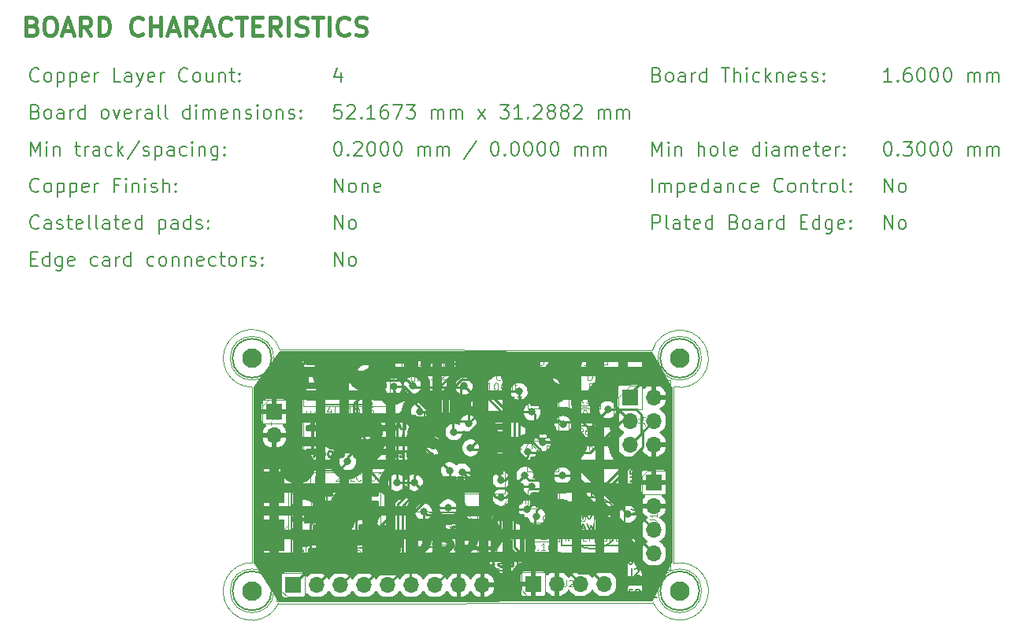
<source format=gm1>
%TF.GenerationSoftware,KiCad,Pcbnew,8.0.1*%
%TF.CreationDate,2024-07-18T02:32:45+05:30*%
%TF.ProjectId,MCU_datalogger_PCB,4d43555f-6461-4746-916c-6f676765725f,1*%
%TF.SameCoordinates,Original*%
%TF.FileFunction,Profile,NP*%
%FSLAX46Y46*%
G04 Gerber Fmt 4.6, Leading zero omitted, Abs format (unit mm)*
G04 Created by KiCad (PCBNEW 8.0.1) date 2024-07-18 02:32:45*
%MOMM*%
%LPD*%
G01*
G04 APERTURE LIST*
G04 Aperture macros list*
%AMRoundRect*
0 Rectangle with rounded corners*
0 $1 Rounding radius*
0 $2 $3 $4 $5 $6 $7 $8 $9 X,Y pos of 4 corners*
0 Add a 4 corners polygon primitive as box body*
4,1,4,$2,$3,$4,$5,$6,$7,$8,$9,$2,$3,0*
0 Add four circle primitives for the rounded corners*
1,1,$1+$1,$2,$3*
1,1,$1+$1,$4,$5*
1,1,$1+$1,$6,$7*
1,1,$1+$1,$8,$9*
0 Add four rect primitives between the rounded corners*
20,1,$1+$1,$2,$3,$4,$5,0*
20,1,$1+$1,$4,$5,$6,$7,0*
20,1,$1+$1,$6,$7,$8,$9,0*
20,1,$1+$1,$8,$9,$2,$3,0*%
G04 Aperture macros list end*
%TA.AperFunction,Profile*%
%ADD10C,0.100000*%
%TD*%
%TA.AperFunction,ComponentPad*%
%ADD11R,1.700000X1.700000*%
%TD*%
%TA.AperFunction,ComponentPad*%
%ADD12O,1.700000X1.700000*%
%TD*%
%TA.AperFunction,ViaPad*%
%ADD13C,0.800000*%
%TD*%
%TA.AperFunction,ViaPad*%
%ADD14C,0.900000*%
%TD*%
%TA.AperFunction,Conductor*%
%ADD15C,0.250000*%
%TD*%
%ADD16R,1.700000X1.700000*%
%ADD17O,1.700000X1.700000*%
%ADD18C,2.100000*%
%ADD19C,0.200000*%
%ADD20C,0.225000*%
%ADD21C,0.010000*%
%TA.AperFunction,SMDPad,CuDef*%
%ADD22RoundRect,0.150000X-0.650000X-0.150000X0.650000X-0.150000X0.650000X0.150000X-0.650000X0.150000X0*%
%TD*%
%TA.AperFunction,SMDPad,CuDef*%
%ADD23RoundRect,0.073750X-0.911250X-0.221250X0.911250X-0.221250X0.911250X0.221250X-0.911250X0.221250X0*%
%TD*%
%TA.AperFunction,SMDPad,CuDef*%
%ADD24RoundRect,0.243750X-0.243750X-0.456250X0.243750X-0.456250X0.243750X0.456250X-0.243750X0.456250X0*%
%TD*%
%TA.AperFunction,SMDPad,CuDef*%
%ADD25RoundRect,0.250000X0.262500X0.450000X-0.262500X0.450000X-0.262500X-0.450000X0.262500X-0.450000X0*%
%TD*%
%TA.AperFunction,SMDPad,CuDef*%
%ADD26RoundRect,0.250000X-0.250000X-0.475000X0.250000X-0.475000X0.250000X0.475000X-0.250000X0.475000X0*%
%TD*%
%TA.AperFunction,SMDPad,CuDef*%
%ADD27RoundRect,0.250000X-0.262500X-0.450000X0.262500X-0.450000X0.262500X0.450000X-0.262500X0.450000X0*%
%TD*%
%TA.AperFunction,SMDPad,CuDef*%
%ADD28R,3.500000X2.400000*%
%TD*%
%TA.AperFunction,SMDPad,CuDef*%
%ADD29RoundRect,0.250000X0.250000X0.475000X-0.250000X0.475000X-0.250000X-0.475000X0.250000X-0.475000X0*%
%TD*%
%TA.AperFunction,SMDPad,CuDef*%
%ADD30RoundRect,0.068750X-0.666250X-0.206250X0.666250X-0.206250X0.666250X0.206250X-0.666250X0.206250X0*%
%TD*%
%TA.AperFunction,SMDPad,CuDef*%
%ADD31RoundRect,0.068750X-0.206250X-0.666250X0.206250X-0.666250X0.206250X0.666250X-0.206250X0.666250X0*%
%TD*%
%TA.AperFunction,SMDPad,CuDef*%
%ADD32R,2.400000X3.500000*%
%TD*%
%TA.AperFunction,Conductor*%
%ADD33C,0.350000*%
%TD*%
%ADD34RoundRect,0.150000X-0.650000X-0.150000X0.650000X-0.150000X0.650000X0.150000X-0.650000X0.150000X0*%
%ADD35RoundRect,0.099250X-0.987750X-0.297750X0.987750X-0.297750X0.987750X0.297750X-0.987750X0.297750X0*%
%ADD36RoundRect,0.243750X-0.243750X-0.456250X0.243750X-0.456250X0.243750X0.456250X-0.243750X0.456250X0*%
%ADD37RoundRect,0.250000X0.262500X0.450000X-0.262500X0.450000X-0.262500X-0.450000X0.262500X-0.450000X0*%
%ADD38RoundRect,0.250000X-0.250000X-0.475000X0.250000X-0.475000X0.250000X0.475000X-0.250000X0.475000X0*%
%ADD39RoundRect,0.250000X-0.262500X-0.450000X0.262500X-0.450000X0.262500X0.450000X-0.262500X0.450000X0*%
%ADD40R,3.500000X2.400000*%
%ADD41RoundRect,0.250000X0.250000X0.475000X-0.250000X0.475000X-0.250000X-0.475000X0.250000X-0.475000X0*%
%ADD42RoundRect,0.094250X-0.742750X-0.282750X0.742750X-0.282750X0.742750X0.282750X-0.742750X0.282750X0*%
%ADD43RoundRect,0.094250X-0.282750X-0.742750X0.282750X-0.742750X0.282750X0.742750X-0.282750X0.742750X0*%
%ADD44R,2.400000X3.500000*%
%ADD45RoundRect,0.073750X-0.911250X-0.221250X0.911250X-0.221250X0.911250X0.221250X-0.911250X0.221250X0*%
%ADD46RoundRect,0.068750X-0.666250X-0.206250X0.666250X-0.206250X0.666250X0.206250X-0.666250X0.206250X0*%
%ADD47RoundRect,0.068750X-0.206250X-0.666250X0.206250X-0.666250X0.206250X0.666250X-0.206250X0.666250X0*%
%ADD48C,0.150000*%
%ADD49C,0.100000*%
%ADD50C,0.120000*%
%ADD51C,0.127000*%
%ADD52C,0.133333*%
%ADD53C,0.186667*%
%ADD54C,0.050000*%
%ADD55C,0.400000*%
G04 APERTURE END LIST*
D10*
X112050000Y-107780000D02*
X152350000Y-107710000D01*
X152260001Y-80550000D02*
G75*
G02*
X154517278Y-84473978I2939999J-920000D01*
G01*
X109247880Y-84522220D02*
G75*
G02*
X112179999Y-80460000I-17880J3102220D01*
G01*
X154556777Y-103464603D02*
G75*
G02*
X152350001Y-107710000I633223J-3025397D01*
G01*
X112050000Y-107780000D02*
G75*
G02*
X109220000Y-103393990I-2830000J1280000D01*
G01*
X152260001Y-80550000D02*
X112180000Y-80460000D01*
X109247880Y-84522221D02*
X109220000Y-103393990D01*
X154556777Y-103464603D02*
X154517278Y-84473978D01*
D11*
%TO.P,J2,1,Pin_1*%
%TO.N,GND*%
X139446000Y-105664000D03*
D12*
%TO.P,J2,2,Pin_2*%
%TO.N,/Vcc*%
X141986000Y-105664000D03*
%TO.P,J2,3,Pin_3*%
%TO.N,/Rx*%
X144526000Y-105664000D03*
%TO.P,J2,4,Pin_4*%
%TO.N,/Tx*%
X147066000Y-105664000D03*
%TD*%
D11*
%TO.P,J1,1,Pin_1*%
%TO.N,GND*%
X152390000Y-94750000D03*
D12*
%TO.P,J1,2,Pin_2*%
%TO.N,/Vcc*%
X152390000Y-97290000D03*
%TO.P,J1,3,Pin_3*%
%TO.N,/SDA*%
X152390000Y-99830000D03*
%TO.P,J1,4,Pin_4*%
%TO.N,/SCL*%
X152390000Y-102370000D03*
%TD*%
D11*
%TO.P,J3,1,Pin_1*%
%TO.N,/D2*%
X113665000Y-105791000D03*
D12*
%TO.P,J3,2,Pin_2*%
%TO.N,/D3*%
X116205000Y-105791000D03*
%TO.P,J3,3,Pin_3*%
%TO.N,/D4*%
X118745000Y-105791000D03*
%TO.P,J3,4,Pin_4*%
%TO.N,/D5*%
X121285000Y-105791000D03*
%TO.P,J3,5,Pin_5*%
%TO.N,/D6*%
X123825000Y-105791000D03*
%TO.P,J3,6,Pin_6*%
%TO.N,/D7*%
X126365000Y-105791000D03*
%TO.P,J3,7,Pin_7*%
%TO.N,/D8*%
X128905000Y-105791000D03*
%TO.P,J3,8,Pin_8*%
%TO.N,GND*%
X131445000Y-105791000D03*
%TO.P,J3,9,Pin_9*%
%TO.N,/Vcc*%
X133985000Y-105791000D03*
%TD*%
D11*
%TO.P,BT1,1,+*%
%TO.N,/Vcc*%
X111630000Y-87180000D03*
D12*
%TO.P,BT1,2,-*%
%TO.N,GND*%
X111630000Y-89720000D03*
%TD*%
D11*
%TO.P,J4,1,Pin_1*%
%TO.N,/MISO*%
X149860000Y-85598000D03*
D12*
%TO.P,J4,2,Pin_2*%
%TO.N,/Vcc*%
X152400000Y-85598000D03*
%TO.P,J4,3,Pin_3*%
%TO.N,/SCK*%
X149860000Y-88138000D03*
%TO.P,J4,4,Pin_4*%
%TO.N,/MOSI*%
X152400000Y-88138000D03*
%TO.P,J4,5,Pin_5*%
%TO.N,/RESET*%
X149860000Y-90678000D03*
%TO.P,J4,6,Pin_6*%
%TO.N,GND*%
X152400000Y-90678000D03*
%TD*%
D13*
%TO.N,GND*%
X128405000Y-91911612D03*
X133710000Y-89270000D03*
X114110000Y-93030000D03*
X118365077Y-98779617D03*
X121530775Y-90730000D03*
X142380000Y-98460000D03*
X129410000Y-89200000D03*
X137880000Y-83170000D03*
X121380000Y-83060000D03*
X141440000Y-84460000D03*
X117630000Y-83110000D03*
X147130000Y-85520000D03*
D14*
%TO.N,/Vcc*%
X118490000Y-101140000D03*
X142610000Y-92430000D03*
X119590000Y-97240000D03*
X113380000Y-83810000D03*
X121335000Y-89220000D03*
X120930000Y-81790000D03*
X133860000Y-82030000D03*
X133730000Y-92070000D03*
X123410000Y-101300000D03*
X143270000Y-90660000D03*
X142470000Y-83260000D03*
X128727998Y-90821064D03*
D13*
X118350000Y-89420000D03*
%TO.N,Net-(U3-PB6)*%
X130450000Y-93490000D03*
X127667153Y-97917153D03*
X138790000Y-97620000D03*
%TO.N,Net-(U3-PB7)*%
X126680000Y-94790000D03*
X124775000Y-94790000D03*
X130300000Y-97470000D03*
%TO.N,Net-(U3-AREF)*%
X139820000Y-98390000D03*
X132700000Y-91040000D03*
%TO.N,/SCK*%
X135995861Y-94490555D03*
X138876976Y-91444064D03*
%TO.N,/SDA*%
X149630000Y-98200000D03*
X124440000Y-84470000D03*
X140440305Y-90489695D03*
X139320000Y-87190000D03*
X132470000Y-88410000D03*
%TO.N,/D2*%
X127220000Y-87130000D03*
X119500000Y-92530000D03*
%TO.N,/MISO*%
X135995000Y-96380000D03*
X139293790Y-95234442D03*
%TO.N,/MOSI*%
X138540000Y-93990000D03*
X131810000Y-93640000D03*
%TO.N,/RESET*%
X130915000Y-89330000D03*
X142650000Y-88520000D03*
X147460000Y-86930000D03*
%TO.N,/SCL*%
X137930000Y-84980000D03*
X132010000Y-84400000D03*
X126475305Y-84334695D03*
X142580000Y-94040000D03*
%TD*%
D15*
%TO.N,GND*%
X151650000Y-94010000D02*
X152390000Y-94750000D01*
%TO.N,/SCL*%
X131910000Y-84500000D02*
X132010000Y-84400000D01*
%TD*%
%TA.AperFunction,Conductor*%
%TO.N,GND*%
G36*
X120680222Y-80619004D02*
G01*
X120747215Y-80638840D01*
X120792851Y-80691747D01*
X120802639Y-80760927D01*
X120773471Y-80824418D01*
X120715937Y-80861664D01*
X120564497Y-80907604D01*
X120399376Y-80995862D01*
X120399373Y-80995864D01*
X120254642Y-81114642D01*
X120135864Y-81259373D01*
X120135862Y-81259376D01*
X120047604Y-81424497D01*
X119993253Y-81603666D01*
X119993252Y-81603668D01*
X119974901Y-81790000D01*
X119993252Y-81976331D01*
X119993253Y-81976333D01*
X120047604Y-82155502D01*
X120135862Y-82320623D01*
X120135864Y-82320626D01*
X120254642Y-82465357D01*
X120399373Y-82584135D01*
X120399376Y-82584137D01*
X120564497Y-82672395D01*
X120564499Y-82672396D01*
X120743666Y-82726746D01*
X120743668Y-82726747D01*
X120760374Y-82728392D01*
X120930000Y-82745099D01*
X121116331Y-82726747D01*
X121295501Y-82672396D01*
X121460625Y-82584136D01*
X121605357Y-82465357D01*
X121724136Y-82320625D01*
X121812396Y-82155501D01*
X121866747Y-81976331D01*
X121885099Y-81790000D01*
X121881342Y-81751850D01*
X124608086Y-81751850D01*
X124608086Y-82350142D01*
X126110086Y-82350142D01*
X126110086Y-81757479D01*
X127108086Y-81757479D01*
X127108086Y-82350142D01*
X128610086Y-82350142D01*
X128610086Y-81763108D01*
X129608086Y-81763108D01*
X129608086Y-82350142D01*
X131110086Y-82350142D01*
X131110086Y-82030000D01*
X132904901Y-82030000D01*
X132923252Y-82216331D01*
X132923253Y-82216333D01*
X132977604Y-82395502D01*
X133065862Y-82560623D01*
X133065864Y-82560626D01*
X133184642Y-82705357D01*
X133329373Y-82824135D01*
X133329376Y-82824137D01*
X133421265Y-82873252D01*
X133494499Y-82912396D01*
X133673666Y-82966746D01*
X133673668Y-82966747D01*
X133690374Y-82968392D01*
X133860000Y-82985099D01*
X134046331Y-82966747D01*
X134225501Y-82912396D01*
X134390625Y-82824136D01*
X134535357Y-82705357D01*
X134654136Y-82560625D01*
X134742396Y-82395501D01*
X134796747Y-82216331D01*
X134815099Y-82030000D01*
X134796747Y-81843669D01*
X134779139Y-81785625D01*
X139608086Y-81785625D01*
X139608086Y-82350142D01*
X140746948Y-82350142D01*
X140807255Y-82237316D01*
X140810254Y-82232022D01*
X140829180Y-82200445D01*
X140832435Y-82195304D01*
X140859662Y-82154554D01*
X140863168Y-82149576D01*
X140885108Y-82119993D01*
X140888853Y-82115194D01*
X141038724Y-81932576D01*
X141042699Y-81927967D01*
X141067427Y-81900684D01*
X141071624Y-81896277D01*
X141106277Y-81861624D01*
X141110086Y-81857996D01*
X141110086Y-81796884D01*
X144608086Y-81796884D01*
X144608086Y-82350142D01*
X146110086Y-82350142D01*
X146110086Y-81802513D01*
X147108086Y-81802513D01*
X147108086Y-82350142D01*
X148610086Y-82350142D01*
X148610086Y-81808142D01*
X149608086Y-81808142D01*
X149608086Y-82350142D01*
X151110086Y-82350142D01*
X151110086Y-81811525D01*
X149608086Y-81808142D01*
X148610086Y-81808142D01*
X148610086Y-81805895D01*
X147108086Y-81802513D01*
X146110086Y-81802513D01*
X146110086Y-81800266D01*
X144608086Y-81796884D01*
X141110086Y-81796884D01*
X141110086Y-81789008D01*
X139608086Y-81785625D01*
X134779139Y-81785625D01*
X134742396Y-81664499D01*
X134709882Y-81603669D01*
X134654137Y-81499376D01*
X134654135Y-81499373D01*
X134535357Y-81354642D01*
X134390626Y-81235864D01*
X134390623Y-81235862D01*
X134225502Y-81147604D01*
X134046333Y-81093253D01*
X134046331Y-81093252D01*
X133860000Y-81074901D01*
X133673668Y-81093252D01*
X133673666Y-81093253D01*
X133494497Y-81147604D01*
X133329376Y-81235862D01*
X133329373Y-81235864D01*
X133184642Y-81354642D01*
X133065864Y-81499373D01*
X133065862Y-81499376D01*
X132977604Y-81664497D01*
X132923253Y-81843666D01*
X132923252Y-81843668D01*
X132904901Y-82030000D01*
X131110086Y-82030000D01*
X131110086Y-81766491D01*
X129608086Y-81763108D01*
X128610086Y-81763108D01*
X128610086Y-81760862D01*
X127108086Y-81757479D01*
X126110086Y-81757479D01*
X126110086Y-81755232D01*
X124608086Y-81751850D01*
X121881342Y-81751850D01*
X121866747Y-81603669D01*
X121812396Y-81424499D01*
X121812395Y-81424497D01*
X121724137Y-81259376D01*
X121724135Y-81259373D01*
X121605357Y-81114642D01*
X121460626Y-80995864D01*
X121460623Y-80995862D01*
X121295502Y-80907604D01*
X121147802Y-80862799D01*
X121089364Y-80824502D01*
X121060907Y-80760689D01*
X121071468Y-80691622D01*
X121117693Y-80639229D01*
X121184076Y-80620139D01*
X152138156Y-80689838D01*
X152205151Y-80709674D01*
X152245591Y-80752407D01*
X153156800Y-82350142D01*
X154382251Y-84498879D01*
X154383714Y-84501443D01*
X154400000Y-84562874D01*
X154400000Y-103370728D01*
X154386909Y-103426182D01*
X152344263Y-107511473D01*
X152296676Y-107562632D01*
X152233385Y-107580019D01*
X112148423Y-107589982D01*
X112081378Y-107570314D01*
X112043504Y-107532123D01*
X111511758Y-106688870D01*
X112314500Y-106688870D01*
X112314501Y-106688876D01*
X112320908Y-106748483D01*
X112371202Y-106883328D01*
X112371206Y-106883335D01*
X112457452Y-106998544D01*
X112457455Y-106998547D01*
X112572664Y-107084793D01*
X112572671Y-107084797D01*
X112707517Y-107135091D01*
X112707516Y-107135091D01*
X112714444Y-107135835D01*
X112767127Y-107141500D01*
X114562872Y-107141499D01*
X114622483Y-107135091D01*
X114757331Y-107084796D01*
X114872546Y-106998546D01*
X114958796Y-106883331D01*
X115007810Y-106751916D01*
X115049681Y-106695984D01*
X115115145Y-106671566D01*
X115183418Y-106686417D01*
X115211673Y-106707569D01*
X115333599Y-106829495D01*
X115430384Y-106897265D01*
X115527165Y-106965032D01*
X115527167Y-106965033D01*
X115527170Y-106965035D01*
X115741337Y-107064903D01*
X115969592Y-107126063D01*
X116146034Y-107141500D01*
X116204999Y-107146659D01*
X116205000Y-107146659D01*
X116205001Y-107146659D01*
X116263966Y-107141500D01*
X116440408Y-107126063D01*
X116668663Y-107064903D01*
X116882830Y-106965035D01*
X117076401Y-106829495D01*
X117243495Y-106662401D01*
X117373425Y-106476842D01*
X117428002Y-106433217D01*
X117497500Y-106426023D01*
X117559855Y-106457546D01*
X117576575Y-106476842D01*
X117706500Y-106662395D01*
X117706505Y-106662401D01*
X117873599Y-106829495D01*
X117970384Y-106897265D01*
X118067165Y-106965032D01*
X118067167Y-106965033D01*
X118067170Y-106965035D01*
X118281337Y-107064903D01*
X118509592Y-107126063D01*
X118686034Y-107141500D01*
X118744999Y-107146659D01*
X118745000Y-107146659D01*
X118745001Y-107146659D01*
X118803966Y-107141500D01*
X118980408Y-107126063D01*
X119208663Y-107064903D01*
X119422830Y-106965035D01*
X119616401Y-106829495D01*
X119783495Y-106662401D01*
X119913425Y-106476842D01*
X119968002Y-106433217D01*
X120037500Y-106426023D01*
X120099855Y-106457546D01*
X120116575Y-106476842D01*
X120246500Y-106662395D01*
X120246505Y-106662401D01*
X120413599Y-106829495D01*
X120510384Y-106897265D01*
X120607165Y-106965032D01*
X120607167Y-106965033D01*
X120607170Y-106965035D01*
X120821337Y-107064903D01*
X121049592Y-107126063D01*
X121226034Y-107141500D01*
X121284999Y-107146659D01*
X121285000Y-107146659D01*
X121285001Y-107146659D01*
X121343966Y-107141500D01*
X121520408Y-107126063D01*
X121748663Y-107064903D01*
X121962830Y-106965035D01*
X122156401Y-106829495D01*
X122323495Y-106662401D01*
X122453425Y-106476842D01*
X122508002Y-106433217D01*
X122577500Y-106426023D01*
X122639855Y-106457546D01*
X122656575Y-106476842D01*
X122786500Y-106662395D01*
X122786505Y-106662401D01*
X122953599Y-106829495D01*
X123050384Y-106897265D01*
X123147165Y-106965032D01*
X123147167Y-106965033D01*
X123147170Y-106965035D01*
X123361337Y-107064903D01*
X123589592Y-107126063D01*
X123766034Y-107141500D01*
X123824999Y-107146659D01*
X123825000Y-107146659D01*
X123825001Y-107146659D01*
X123883966Y-107141500D01*
X124060408Y-107126063D01*
X124288663Y-107064903D01*
X124502830Y-106965035D01*
X124696401Y-106829495D01*
X124863495Y-106662401D01*
X124993425Y-106476842D01*
X125048002Y-106433217D01*
X125117500Y-106426023D01*
X125179855Y-106457546D01*
X125196575Y-106476842D01*
X125326500Y-106662395D01*
X125326505Y-106662401D01*
X125493599Y-106829495D01*
X125590384Y-106897265D01*
X125687165Y-106965032D01*
X125687167Y-106965033D01*
X125687170Y-106965035D01*
X125901337Y-107064903D01*
X126129592Y-107126063D01*
X126306034Y-107141500D01*
X126364999Y-107146659D01*
X126365000Y-107146659D01*
X126365001Y-107146659D01*
X126423966Y-107141500D01*
X126600408Y-107126063D01*
X126828663Y-107064903D01*
X127042830Y-106965035D01*
X127236401Y-106829495D01*
X127403495Y-106662401D01*
X127533425Y-106476842D01*
X127588002Y-106433217D01*
X127657500Y-106426023D01*
X127719855Y-106457546D01*
X127736575Y-106476842D01*
X127866500Y-106662395D01*
X127866505Y-106662401D01*
X128033599Y-106829495D01*
X128130384Y-106897265D01*
X128227165Y-106965032D01*
X128227167Y-106965033D01*
X128227170Y-106965035D01*
X128441337Y-107064903D01*
X128669592Y-107126063D01*
X128846034Y-107141500D01*
X128904999Y-107146659D01*
X128905000Y-107146659D01*
X128905001Y-107146659D01*
X128963966Y-107141500D01*
X129140408Y-107126063D01*
X129368663Y-107064903D01*
X129582830Y-106965035D01*
X129776401Y-106829495D01*
X129943495Y-106662401D01*
X130073730Y-106476405D01*
X130128307Y-106432781D01*
X130197805Y-106425587D01*
X130260160Y-106457110D01*
X130276879Y-106476405D01*
X130406890Y-106662078D01*
X130573917Y-106829105D01*
X130767421Y-106964600D01*
X130981507Y-107064429D01*
X130981516Y-107064433D01*
X131195000Y-107121634D01*
X131195000Y-106224012D01*
X131252007Y-106256925D01*
X131379174Y-106291000D01*
X131510826Y-106291000D01*
X131637993Y-106256925D01*
X131695000Y-106224012D01*
X131695000Y-107121633D01*
X131908483Y-107064433D01*
X131908492Y-107064429D01*
X132122578Y-106964600D01*
X132316082Y-106829105D01*
X132483105Y-106662082D01*
X132613119Y-106476405D01*
X132667696Y-106432781D01*
X132737195Y-106425588D01*
X132799549Y-106457110D01*
X132816269Y-106476405D01*
X132946505Y-106662401D01*
X133113599Y-106829495D01*
X133210384Y-106897265D01*
X133307165Y-106965032D01*
X133307167Y-106965033D01*
X133307170Y-106965035D01*
X133521337Y-107064903D01*
X133749592Y-107126063D01*
X133926034Y-107141500D01*
X133984999Y-107146659D01*
X133985000Y-107146659D01*
X133985001Y-107146659D01*
X134043966Y-107141500D01*
X134220408Y-107126063D01*
X134448663Y-107064903D01*
X134662830Y-106965035D01*
X134856401Y-106829495D01*
X135023495Y-106662401D01*
X135093906Y-106561844D01*
X138096000Y-106561844D01*
X138102401Y-106621372D01*
X138102403Y-106621379D01*
X138152645Y-106756086D01*
X138152649Y-106756093D01*
X138238809Y-106871187D01*
X138238812Y-106871190D01*
X138353906Y-106957350D01*
X138353913Y-106957354D01*
X138488620Y-107007596D01*
X138488627Y-107007598D01*
X138548155Y-107013999D01*
X138548172Y-107014000D01*
X139196000Y-107014000D01*
X139196000Y-106097012D01*
X139253007Y-106129925D01*
X139380174Y-106164000D01*
X139511826Y-106164000D01*
X139638993Y-106129925D01*
X139696000Y-106097012D01*
X139696000Y-107014000D01*
X140343828Y-107014000D01*
X140343844Y-107013999D01*
X140403372Y-107007598D01*
X140403379Y-107007596D01*
X140538086Y-106957354D01*
X140538093Y-106957350D01*
X140653187Y-106871190D01*
X140653190Y-106871187D01*
X140739350Y-106756093D01*
X140739354Y-106756086D01*
X140788422Y-106624529D01*
X140830293Y-106568595D01*
X140895757Y-106544178D01*
X140964030Y-106559030D01*
X140992285Y-106580181D01*
X141114599Y-106702495D01*
X141180277Y-106748483D01*
X141308165Y-106838032D01*
X141308167Y-106838033D01*
X141308170Y-106838035D01*
X141522337Y-106937903D01*
X141750592Y-106999063D01*
X141921319Y-107014000D01*
X141985999Y-107019659D01*
X141986000Y-107019659D01*
X141986001Y-107019659D01*
X142050681Y-107014000D01*
X142221408Y-106999063D01*
X142449663Y-106937903D01*
X142663830Y-106838035D01*
X142857401Y-106702495D01*
X143024495Y-106535401D01*
X143154425Y-106349842D01*
X143209002Y-106306217D01*
X143278500Y-106299023D01*
X143340855Y-106330546D01*
X143357575Y-106349842D01*
X143487500Y-106535395D01*
X143487505Y-106535401D01*
X143654599Y-106702495D01*
X143720277Y-106748483D01*
X143848165Y-106838032D01*
X143848167Y-106838033D01*
X143848170Y-106838035D01*
X144062337Y-106937903D01*
X144290592Y-106999063D01*
X144461319Y-107014000D01*
X144525999Y-107019659D01*
X144526000Y-107019659D01*
X144526001Y-107019659D01*
X144590681Y-107014000D01*
X144761408Y-106999063D01*
X144989663Y-106937903D01*
X145203830Y-106838035D01*
X145397401Y-106702495D01*
X145564495Y-106535401D01*
X145694425Y-106349842D01*
X145749002Y-106306217D01*
X145818500Y-106299023D01*
X145880855Y-106330546D01*
X145897575Y-106349842D01*
X146027500Y-106535395D01*
X146027505Y-106535401D01*
X146194599Y-106702495D01*
X146260277Y-106748483D01*
X146388165Y-106838032D01*
X146388167Y-106838033D01*
X146388170Y-106838035D01*
X146602337Y-106937903D01*
X146830592Y-106999063D01*
X147001319Y-107014000D01*
X147065999Y-107019659D01*
X147066000Y-107019659D01*
X147066001Y-107019659D01*
X147130681Y-107014000D01*
X147301408Y-106999063D01*
X147529663Y-106937903D01*
X147743830Y-106838035D01*
X147937401Y-106702495D01*
X148104495Y-106535401D01*
X148240035Y-106341830D01*
X148339903Y-106127663D01*
X148401063Y-105899408D01*
X148405548Y-105848142D01*
X149608086Y-105848142D01*
X149608086Y-106456670D01*
X151110086Y-106456296D01*
X151110086Y-105848142D01*
X149608086Y-105848142D01*
X148405548Y-105848142D01*
X148421659Y-105664000D01*
X148401063Y-105428592D01*
X148339903Y-105200337D01*
X148240035Y-104986171D01*
X148234425Y-104978158D01*
X148104494Y-104792597D01*
X147937402Y-104625506D01*
X147937395Y-104625501D01*
X147927919Y-104618866D01*
X147887664Y-104590679D01*
X147743834Y-104489967D01*
X147743830Y-104489965D01*
X147743828Y-104489964D01*
X147529663Y-104390097D01*
X147529659Y-104390096D01*
X147529655Y-104390094D01*
X147301413Y-104328938D01*
X147301403Y-104328936D01*
X147066001Y-104308341D01*
X147065999Y-104308341D01*
X146830596Y-104328936D01*
X146830586Y-104328938D01*
X146602344Y-104390094D01*
X146602335Y-104390098D01*
X146388171Y-104489964D01*
X146388169Y-104489965D01*
X146194597Y-104625505D01*
X146027505Y-104792597D01*
X145897575Y-104978158D01*
X145842998Y-105021783D01*
X145773500Y-105028977D01*
X145711145Y-104997454D01*
X145694425Y-104978158D01*
X145564494Y-104792597D01*
X145397402Y-104625506D01*
X145397395Y-104625501D01*
X145387919Y-104618866D01*
X145347664Y-104590679D01*
X145203834Y-104489967D01*
X145203830Y-104489965D01*
X145203828Y-104489964D01*
X144989663Y-104390097D01*
X144989659Y-104390096D01*
X144989655Y-104390094D01*
X144761413Y-104328938D01*
X144761403Y-104328936D01*
X144526001Y-104308341D01*
X144525999Y-104308341D01*
X144290596Y-104328936D01*
X144290586Y-104328938D01*
X144062344Y-104390094D01*
X144062335Y-104390098D01*
X143848171Y-104489964D01*
X143848169Y-104489965D01*
X143654597Y-104625505D01*
X143487505Y-104792597D01*
X143357575Y-104978158D01*
X143302998Y-105021783D01*
X143233500Y-105028977D01*
X143171145Y-104997454D01*
X143154425Y-104978158D01*
X143024494Y-104792597D01*
X142857402Y-104625506D01*
X142857395Y-104625501D01*
X142847919Y-104618866D01*
X142807664Y-104590679D01*
X142663834Y-104489967D01*
X142663830Y-104489965D01*
X142663828Y-104489964D01*
X142449663Y-104390097D01*
X142449659Y-104390096D01*
X142449655Y-104390094D01*
X142221413Y-104328938D01*
X142221403Y-104328936D01*
X141986001Y-104308341D01*
X141985999Y-104308341D01*
X141750596Y-104328936D01*
X141750586Y-104328938D01*
X141522344Y-104390094D01*
X141522335Y-104390098D01*
X141308171Y-104489964D01*
X141308169Y-104489965D01*
X141114600Y-104625503D01*
X140992284Y-104747819D01*
X140930961Y-104781303D01*
X140861269Y-104776319D01*
X140805336Y-104734447D01*
X140788421Y-104703470D01*
X140739354Y-104571913D01*
X140739350Y-104571906D01*
X140653190Y-104456812D01*
X140653187Y-104456809D01*
X140538093Y-104370649D01*
X140538086Y-104370645D01*
X140403379Y-104320403D01*
X140403372Y-104320401D01*
X140343844Y-104314000D01*
X139696000Y-104314000D01*
X139696000Y-105230988D01*
X139638993Y-105198075D01*
X139511826Y-105164000D01*
X139380174Y-105164000D01*
X139253007Y-105198075D01*
X139196000Y-105230988D01*
X139196000Y-104314000D01*
X138548155Y-104314000D01*
X138488627Y-104320401D01*
X138488620Y-104320403D01*
X138353913Y-104370645D01*
X138353906Y-104370649D01*
X138238812Y-104456809D01*
X138238809Y-104456812D01*
X138152649Y-104571906D01*
X138152645Y-104571913D01*
X138102403Y-104706620D01*
X138102401Y-104706627D01*
X138096000Y-104766155D01*
X138096000Y-105414000D01*
X139012988Y-105414000D01*
X138980075Y-105471007D01*
X138946000Y-105598174D01*
X138946000Y-105729826D01*
X138980075Y-105856993D01*
X139012988Y-105914000D01*
X138096000Y-105914000D01*
X138096000Y-106561844D01*
X135093906Y-106561844D01*
X135159035Y-106468830D01*
X135258903Y-106254663D01*
X135320063Y-106026408D01*
X135340659Y-105791000D01*
X135320063Y-105555592D01*
X135258903Y-105327337D01*
X135159035Y-105113171D01*
X135153731Y-105105595D01*
X135023494Y-104919597D01*
X134856402Y-104752506D01*
X134856395Y-104752501D01*
X134849708Y-104747819D01*
X134817521Y-104725281D01*
X134662834Y-104616967D01*
X134662830Y-104616965D01*
X134662828Y-104616964D01*
X134448663Y-104517097D01*
X134448659Y-104517096D01*
X134448655Y-104517094D01*
X134220413Y-104455938D01*
X134220403Y-104455936D01*
X133985001Y-104435341D01*
X133984999Y-104435341D01*
X133749596Y-104455936D01*
X133749586Y-104455938D01*
X133521344Y-104517094D01*
X133521335Y-104517098D01*
X133307171Y-104616964D01*
X133307169Y-104616965D01*
X133113597Y-104752505D01*
X132946508Y-104919594D01*
X132816269Y-105105595D01*
X132761692Y-105149219D01*
X132692193Y-105156412D01*
X132629839Y-105124890D01*
X132613119Y-105105594D01*
X132483113Y-104919926D01*
X132483108Y-104919920D01*
X132316082Y-104752894D01*
X132122578Y-104617399D01*
X131908492Y-104517570D01*
X131908486Y-104517567D01*
X131695000Y-104460364D01*
X131695000Y-105357988D01*
X131637993Y-105325075D01*
X131510826Y-105291000D01*
X131379174Y-105291000D01*
X131252007Y-105325075D01*
X131195000Y-105357988D01*
X131195000Y-104460364D01*
X131194999Y-104460364D01*
X130981513Y-104517567D01*
X130981507Y-104517570D01*
X130767422Y-104617399D01*
X130767420Y-104617400D01*
X130573926Y-104752886D01*
X130573920Y-104752891D01*
X130406891Y-104919920D01*
X130406890Y-104919922D01*
X130276880Y-105105595D01*
X130222303Y-105149219D01*
X130152804Y-105156412D01*
X130090450Y-105124890D01*
X130073730Y-105105594D01*
X129943494Y-104919597D01*
X129776402Y-104752506D01*
X129776395Y-104752501D01*
X129769708Y-104747819D01*
X129737521Y-104725281D01*
X129582834Y-104616967D01*
X129582830Y-104616965D01*
X129582828Y-104616964D01*
X129368663Y-104517097D01*
X129368659Y-104517096D01*
X129368655Y-104517094D01*
X129140413Y-104455938D01*
X129140403Y-104455936D01*
X128905001Y-104435341D01*
X128904999Y-104435341D01*
X128669596Y-104455936D01*
X128669586Y-104455938D01*
X128441344Y-104517094D01*
X128441335Y-104517098D01*
X128227171Y-104616964D01*
X128227169Y-104616965D01*
X128033597Y-104752505D01*
X127866505Y-104919597D01*
X127736575Y-105105158D01*
X127681998Y-105148783D01*
X127612500Y-105155977D01*
X127550145Y-105124454D01*
X127533425Y-105105158D01*
X127403494Y-104919597D01*
X127236402Y-104752506D01*
X127236395Y-104752501D01*
X127229708Y-104747819D01*
X127197521Y-104725281D01*
X127042834Y-104616967D01*
X127042830Y-104616965D01*
X127042828Y-104616964D01*
X126828663Y-104517097D01*
X126828659Y-104517096D01*
X126828655Y-104517094D01*
X126600413Y-104455938D01*
X126600403Y-104455936D01*
X126365001Y-104435341D01*
X126364999Y-104435341D01*
X126129596Y-104455936D01*
X126129586Y-104455938D01*
X125901344Y-104517094D01*
X125901335Y-104517098D01*
X125687171Y-104616964D01*
X125687169Y-104616965D01*
X125493597Y-104752505D01*
X125326505Y-104919597D01*
X125196575Y-105105158D01*
X125141998Y-105148783D01*
X125072500Y-105155977D01*
X125010145Y-105124454D01*
X124993425Y-105105158D01*
X124863494Y-104919597D01*
X124696402Y-104752506D01*
X124696395Y-104752501D01*
X124689708Y-104747819D01*
X124657521Y-104725281D01*
X124502834Y-104616967D01*
X124502830Y-104616965D01*
X124502828Y-104616964D01*
X124288663Y-104517097D01*
X124288659Y-104517096D01*
X124288655Y-104517094D01*
X124060413Y-104455938D01*
X124060403Y-104455936D01*
X123825001Y-104435341D01*
X123824999Y-104435341D01*
X123589596Y-104455936D01*
X123589586Y-104455938D01*
X123361344Y-104517094D01*
X123361335Y-104517098D01*
X123147171Y-104616964D01*
X123147169Y-104616965D01*
X122953597Y-104752505D01*
X122786505Y-104919597D01*
X122656575Y-105105158D01*
X122601998Y-105148783D01*
X122532500Y-105155977D01*
X122470145Y-105124454D01*
X122453425Y-105105158D01*
X122323494Y-104919597D01*
X122156402Y-104752506D01*
X122156395Y-104752501D01*
X122149708Y-104747819D01*
X122117521Y-104725281D01*
X121962834Y-104616967D01*
X121962830Y-104616965D01*
X121962828Y-104616964D01*
X121748663Y-104517097D01*
X121748659Y-104517096D01*
X121748655Y-104517094D01*
X121520413Y-104455938D01*
X121520403Y-104455936D01*
X121285001Y-104435341D01*
X121284999Y-104435341D01*
X121049596Y-104455936D01*
X121049586Y-104455938D01*
X120821344Y-104517094D01*
X120821335Y-104517098D01*
X120607171Y-104616964D01*
X120607169Y-104616965D01*
X120413597Y-104752505D01*
X120246505Y-104919597D01*
X120116575Y-105105158D01*
X120061998Y-105148783D01*
X119992500Y-105155977D01*
X119930145Y-105124454D01*
X119913425Y-105105158D01*
X119783494Y-104919597D01*
X119616402Y-104752506D01*
X119616395Y-104752501D01*
X119609708Y-104747819D01*
X119577521Y-104725281D01*
X119422834Y-104616967D01*
X119422830Y-104616965D01*
X119422828Y-104616964D01*
X119208663Y-104517097D01*
X119208659Y-104517096D01*
X119208655Y-104517094D01*
X118980413Y-104455938D01*
X118980403Y-104455936D01*
X118745001Y-104435341D01*
X118744999Y-104435341D01*
X118509596Y-104455936D01*
X118509586Y-104455938D01*
X118281344Y-104517094D01*
X118281335Y-104517098D01*
X118067171Y-104616964D01*
X118067169Y-104616965D01*
X117873597Y-104752505D01*
X117706505Y-104919597D01*
X117576575Y-105105158D01*
X117521998Y-105148783D01*
X117452500Y-105155977D01*
X117390145Y-105124454D01*
X117373425Y-105105158D01*
X117243494Y-104919597D01*
X117076402Y-104752506D01*
X117076395Y-104752501D01*
X117069708Y-104747819D01*
X117037521Y-104725281D01*
X116882834Y-104616967D01*
X116882830Y-104616965D01*
X116882828Y-104616964D01*
X116668663Y-104517097D01*
X116668659Y-104517096D01*
X116668655Y-104517094D01*
X116440413Y-104455938D01*
X116440403Y-104455936D01*
X116205001Y-104435341D01*
X116204999Y-104435341D01*
X115969596Y-104455936D01*
X115969586Y-104455938D01*
X115741344Y-104517094D01*
X115741335Y-104517098D01*
X115527171Y-104616964D01*
X115527169Y-104616965D01*
X115333600Y-104752503D01*
X115211673Y-104874430D01*
X115150350Y-104907914D01*
X115080658Y-104902930D01*
X115024725Y-104861058D01*
X115007810Y-104830081D01*
X114958797Y-104698671D01*
X114958793Y-104698664D01*
X114872547Y-104583455D01*
X114872544Y-104583452D01*
X114757335Y-104497206D01*
X114757328Y-104497202D01*
X114622482Y-104446908D01*
X114622483Y-104446908D01*
X114562883Y-104440501D01*
X114562881Y-104440500D01*
X114562873Y-104440500D01*
X114562864Y-104440500D01*
X112767129Y-104440500D01*
X112767123Y-104440501D01*
X112707516Y-104446908D01*
X112572671Y-104497202D01*
X112572664Y-104497206D01*
X112457455Y-104583452D01*
X112457452Y-104583455D01*
X112371206Y-104698664D01*
X112371202Y-104698671D01*
X112320908Y-104833517D01*
X112314501Y-104893116D01*
X112314500Y-104893135D01*
X112314500Y-106688870D01*
X111511758Y-106688870D01*
X110518141Y-105113171D01*
X109419034Y-103370185D01*
X109412639Y-103348142D01*
X134608086Y-103348142D01*
X134608086Y-103526608D01*
X134728008Y-103558741D01*
X134733205Y-103560256D01*
X134764440Y-103570105D01*
X134769568Y-103571846D01*
X134810500Y-103586747D01*
X134815535Y-103588705D01*
X134845756Y-103601223D01*
X134850708Y-103603402D01*
X135104337Y-103721672D01*
X135109188Y-103724064D01*
X135138209Y-103739171D01*
X135142949Y-103741771D01*
X135180673Y-103763549D01*
X135185302Y-103766358D01*
X135212916Y-103783950D01*
X135217415Y-103786956D01*
X135446678Y-103947488D01*
X135451042Y-103950689D01*
X135477022Y-103970625D01*
X135481243Y-103974012D01*
X135514610Y-104002012D01*
X135518678Y-104005580D01*
X135542794Y-104027680D01*
X135546698Y-104031418D01*
X135744590Y-104229309D01*
X135748330Y-104233216D01*
X135770449Y-104257354D01*
X135774020Y-104261426D01*
X135802018Y-104294795D01*
X135805403Y-104299012D01*
X135825323Y-104324973D01*
X135828521Y-104329335D01*
X135989040Y-104558581D01*
X135992046Y-104563080D01*
X136009628Y-104590679D01*
X136012433Y-104595301D01*
X136034212Y-104633022D01*
X136036814Y-104637765D01*
X136051930Y-104666801D01*
X136054324Y-104671655D01*
X136110086Y-104791236D01*
X136110086Y-103348142D01*
X137108086Y-103348142D01*
X137108086Y-104618866D01*
X137113455Y-104568931D01*
X137114522Y-104561262D01*
X137122428Y-104515084D01*
X137123972Y-104507499D01*
X137138315Y-104446788D01*
X137140332Y-104439305D01*
X137153942Y-104394436D01*
X137156421Y-104387096D01*
X137230030Y-104189739D01*
X137233419Y-104181559D01*
X137255677Y-104132823D01*
X137259638Y-104124909D01*
X137293815Y-104062319D01*
X137298333Y-104054705D01*
X137327297Y-104009638D01*
X137332345Y-104002368D01*
X137461243Y-103830184D01*
X137466796Y-103823293D01*
X137501876Y-103782808D01*
X137507908Y-103776329D01*
X137558329Y-103725908D01*
X137564808Y-103719876D01*
X137605293Y-103684796D01*
X137612184Y-103679243D01*
X137784368Y-103550345D01*
X137791638Y-103545297D01*
X137836705Y-103516333D01*
X137844319Y-103511815D01*
X137906909Y-103477638D01*
X137914823Y-103473677D01*
X137963559Y-103451419D01*
X137971739Y-103448030D01*
X138169096Y-103374421D01*
X138176436Y-103371942D01*
X138221305Y-103358332D01*
X138228788Y-103356315D01*
X138263383Y-103348142D01*
X149608086Y-103348142D01*
X149608086Y-104850142D01*
X151110086Y-104850142D01*
X151110086Y-104340784D01*
X150928322Y-104213512D01*
X150923958Y-104210311D01*
X150897978Y-104190375D01*
X150893756Y-104186987D01*
X150860389Y-104158986D01*
X150856326Y-104155423D01*
X150832208Y-104133323D01*
X150828300Y-104129581D01*
X150630419Y-103931700D01*
X150626677Y-103927792D01*
X150604577Y-103903674D01*
X150601014Y-103899611D01*
X150573013Y-103866244D01*
X150569625Y-103862022D01*
X150549689Y-103836042D01*
X150546488Y-103831678D01*
X150385956Y-103602415D01*
X150382950Y-103597916D01*
X150365358Y-103570302D01*
X150362549Y-103565673D01*
X150340771Y-103527949D01*
X150338171Y-103523209D01*
X150323064Y-103494188D01*
X150320672Y-103489337D01*
X150254831Y-103348142D01*
X149608086Y-103348142D01*
X138263383Y-103348142D01*
X137108086Y-103348142D01*
X136110086Y-103348142D01*
X134608086Y-103348142D01*
X109412639Y-103348142D01*
X109399923Y-103304313D01*
X109397932Y-102370000D01*
X151034341Y-102370000D01*
X151054936Y-102605403D01*
X151054938Y-102605413D01*
X151116094Y-102833655D01*
X151116096Y-102833659D01*
X151116097Y-102833663D01*
X151215965Y-103047830D01*
X151215967Y-103047834D01*
X151324281Y-103202521D01*
X151351505Y-103241401D01*
X151518599Y-103408495D01*
X151543859Y-103426182D01*
X151712165Y-103544032D01*
X151712167Y-103544033D01*
X151712170Y-103544035D01*
X151926337Y-103643903D01*
X152154592Y-103705063D01*
X152323902Y-103719876D01*
X152389999Y-103725659D01*
X152390000Y-103725659D01*
X152390001Y-103725659D01*
X152429234Y-103722226D01*
X152625408Y-103705063D01*
X152853663Y-103643903D01*
X153067830Y-103544035D01*
X153261401Y-103408495D01*
X153428495Y-103241401D01*
X153564035Y-103047830D01*
X153663903Y-102833663D01*
X153725063Y-102605408D01*
X153745659Y-102370000D01*
X153743753Y-102348220D01*
X153734762Y-102245446D01*
X153725063Y-102134592D01*
X153672884Y-101939854D01*
X153663905Y-101906344D01*
X153663904Y-101906343D01*
X153663903Y-101906337D01*
X153564035Y-101692171D01*
X153548949Y-101670625D01*
X153428494Y-101498597D01*
X153261402Y-101331506D01*
X153261396Y-101331501D01*
X153075842Y-101201575D01*
X153032217Y-101146998D01*
X153025023Y-101077500D01*
X153056546Y-101015145D01*
X153075842Y-100998425D01*
X153155010Y-100942991D01*
X153261401Y-100868495D01*
X153428495Y-100701401D01*
X153564035Y-100507830D01*
X153663903Y-100293663D01*
X153725063Y-100065408D01*
X153745659Y-99830000D01*
X153744962Y-99822039D01*
X153737927Y-99741624D01*
X153725063Y-99594592D01*
X153673222Y-99401115D01*
X153663905Y-99366344D01*
X153663904Y-99366343D01*
X153663903Y-99366337D01*
X153564035Y-99152171D01*
X153562134Y-99149455D01*
X153428494Y-98958597D01*
X153261402Y-98791506D01*
X153261396Y-98791501D01*
X153075842Y-98661575D01*
X153032217Y-98606998D01*
X153025023Y-98537500D01*
X153056546Y-98475145D01*
X153075842Y-98458425D01*
X153176049Y-98388259D01*
X153261401Y-98328495D01*
X153428495Y-98161401D01*
X153564035Y-97967830D01*
X153663903Y-97753663D01*
X153725063Y-97525408D01*
X153745659Y-97290000D01*
X153744414Y-97275775D01*
X153735404Y-97172788D01*
X153725063Y-97054592D01*
X153666452Y-96835849D01*
X153663905Y-96826344D01*
X153663904Y-96826343D01*
X153663903Y-96826337D01*
X153564035Y-96612171D01*
X153561713Y-96608855D01*
X153428496Y-96418600D01*
X153367500Y-96357604D01*
X153306179Y-96296283D01*
X153272696Y-96234963D01*
X153277680Y-96165271D01*
X153319551Y-96109337D01*
X153350529Y-96092422D01*
X153482086Y-96043354D01*
X153482093Y-96043350D01*
X153597187Y-95957190D01*
X153597190Y-95957187D01*
X153683350Y-95842093D01*
X153683354Y-95842086D01*
X153733596Y-95707379D01*
X153733598Y-95707372D01*
X153739999Y-95647844D01*
X153740000Y-95647827D01*
X153740000Y-95000000D01*
X152823012Y-95000000D01*
X152855925Y-94942993D01*
X152890000Y-94815826D01*
X152890000Y-94684174D01*
X152855925Y-94557007D01*
X152823012Y-94500000D01*
X153740000Y-94500000D01*
X153740000Y-93852172D01*
X153739999Y-93852155D01*
X153733598Y-93792627D01*
X153733596Y-93792620D01*
X153683354Y-93657913D01*
X153683350Y-93657906D01*
X153597190Y-93542812D01*
X153597187Y-93542809D01*
X153482093Y-93456649D01*
X153482086Y-93456645D01*
X153347379Y-93406403D01*
X153347372Y-93406401D01*
X153287844Y-93400000D01*
X152640000Y-93400000D01*
X152640000Y-94316988D01*
X152582993Y-94284075D01*
X152455826Y-94250000D01*
X152324174Y-94250000D01*
X152197007Y-94284075D01*
X152140000Y-94316988D01*
X152140000Y-93400000D01*
X151492155Y-93400000D01*
X151432627Y-93406401D01*
X151432620Y-93406403D01*
X151297913Y-93456645D01*
X151297906Y-93456649D01*
X151182812Y-93542809D01*
X151182809Y-93542812D01*
X151096649Y-93657906D01*
X151096645Y-93657913D01*
X151046403Y-93792620D01*
X151046401Y-93792627D01*
X151040000Y-93852155D01*
X151040000Y-94500000D01*
X151956988Y-94500000D01*
X151924075Y-94557007D01*
X151890000Y-94684174D01*
X151890000Y-94815826D01*
X151924075Y-94942993D01*
X151956988Y-95000000D01*
X151040000Y-95000000D01*
X151040000Y-95647844D01*
X151046401Y-95707372D01*
X151046403Y-95707379D01*
X151096645Y-95842086D01*
X151096649Y-95842093D01*
X151182809Y-95957187D01*
X151182812Y-95957190D01*
X151297906Y-96043350D01*
X151297913Y-96043354D01*
X151429470Y-96092421D01*
X151485403Y-96134292D01*
X151509821Y-96199756D01*
X151494970Y-96268029D01*
X151473819Y-96296284D01*
X151351503Y-96418600D01*
X151215965Y-96612169D01*
X151215964Y-96612171D01*
X151116098Y-96826335D01*
X151116094Y-96826344D01*
X151054938Y-97054586D01*
X151054936Y-97054596D01*
X151034341Y-97289999D01*
X151034341Y-97290000D01*
X151054936Y-97525403D01*
X151054938Y-97525413D01*
X151116094Y-97753655D01*
X151116096Y-97753659D01*
X151116097Y-97753663D01*
X151155557Y-97838284D01*
X151215965Y-97967830D01*
X151215967Y-97967834D01*
X151351501Y-98161395D01*
X151351506Y-98161402D01*
X151518597Y-98328493D01*
X151518603Y-98328498D01*
X151704158Y-98458425D01*
X151747783Y-98513002D01*
X151754977Y-98582500D01*
X151723454Y-98644855D01*
X151704158Y-98661575D01*
X151518597Y-98791505D01*
X151351505Y-98958597D01*
X151215965Y-99152169D01*
X151215964Y-99152171D01*
X151116098Y-99366335D01*
X151116094Y-99366344D01*
X151054938Y-99594586D01*
X151054936Y-99594596D01*
X151034341Y-99829999D01*
X151034341Y-99830000D01*
X151054936Y-100065403D01*
X151054938Y-100065413D01*
X151116094Y-100293655D01*
X151116096Y-100293659D01*
X151116097Y-100293663D01*
X151173892Y-100417604D01*
X151215965Y-100507830D01*
X151215967Y-100507834D01*
X151351501Y-100701395D01*
X151351506Y-100701402D01*
X151518597Y-100868493D01*
X151518603Y-100868498D01*
X151704158Y-100998425D01*
X151747783Y-101053002D01*
X151754977Y-101122500D01*
X151723454Y-101184855D01*
X151704158Y-101201575D01*
X151518597Y-101331505D01*
X151351505Y-101498597D01*
X151215965Y-101692169D01*
X151215964Y-101692171D01*
X151116098Y-101906335D01*
X151116094Y-101906344D01*
X151054938Y-102134586D01*
X151054936Y-102134596D01*
X151034341Y-102369999D01*
X151034341Y-102370000D01*
X109397932Y-102370000D01*
X109394689Y-100848142D01*
X110518692Y-100848142D01*
X110521893Y-102350142D01*
X111110086Y-102350142D01*
X111110086Y-100848142D01*
X112108086Y-100848142D01*
X112108086Y-102350142D01*
X113610086Y-102350142D01*
X113610086Y-100848142D01*
X114608086Y-100848142D01*
X114608086Y-102350142D01*
X116110086Y-102350142D01*
X120017527Y-102350142D01*
X121110086Y-102350142D01*
X125056462Y-102350142D01*
X126110086Y-102350142D01*
X126110086Y-100848142D01*
X127108086Y-100848142D01*
X127108086Y-102350142D01*
X128610086Y-102350142D01*
X128610086Y-100848142D01*
X129608086Y-100848142D01*
X129608086Y-102350142D01*
X131110086Y-102350142D01*
X131110086Y-100848142D01*
X132108086Y-100848142D01*
X132108086Y-102350142D01*
X133610086Y-102350142D01*
X133610086Y-100848142D01*
X134608086Y-100848142D01*
X134608086Y-102350142D01*
X136110086Y-102350142D01*
X136110086Y-100848142D01*
X137108086Y-100848142D01*
X137108086Y-102350142D01*
X138610086Y-102350142D01*
X138610086Y-100848142D01*
X139608086Y-100848142D01*
X139608086Y-102350142D01*
X141110086Y-102350142D01*
X141110086Y-100848142D01*
X142108086Y-100848142D01*
X142108086Y-102350142D01*
X143610086Y-102350142D01*
X143610086Y-100848142D01*
X144608086Y-100848142D01*
X144608086Y-102350142D01*
X146110086Y-102350142D01*
X146110086Y-100848142D01*
X147108086Y-100848142D01*
X147108086Y-102350142D01*
X148610086Y-102350142D01*
X148610086Y-100848142D01*
X149608086Y-100848142D01*
X149608086Y-102350142D01*
X150036341Y-102350142D01*
X150036341Y-102348220D01*
X150036459Y-102342810D01*
X150037887Y-102310110D01*
X150038241Y-102304713D01*
X150062633Y-102025916D01*
X150063222Y-102020539D01*
X150067493Y-101988096D01*
X150068316Y-101982749D01*
X150075879Y-101939854D01*
X150076934Y-101934546D01*
X150084019Y-101902588D01*
X150085305Y-101897334D01*
X150157741Y-101626992D01*
X150159256Y-101621795D01*
X150169105Y-101590560D01*
X150170846Y-101585432D01*
X150185747Y-101544500D01*
X150187705Y-101539465D01*
X150200223Y-101509244D01*
X150202402Y-101504292D01*
X150320676Y-101250655D01*
X150323070Y-101245801D01*
X150338186Y-101216765D01*
X150340788Y-101212022D01*
X150362567Y-101174301D01*
X150365372Y-101169679D01*
X150382954Y-101142080D01*
X150385960Y-101137581D01*
X150412274Y-101099999D01*
X150385957Y-101062415D01*
X150382950Y-101057916D01*
X150365358Y-101030302D01*
X150362549Y-101025673D01*
X150340771Y-100987949D01*
X150338171Y-100983209D01*
X150323064Y-100954188D01*
X150320672Y-100949337D01*
X150273484Y-100848142D01*
X149608086Y-100848142D01*
X148610086Y-100848142D01*
X147108086Y-100848142D01*
X146110086Y-100848142D01*
X144608086Y-100848142D01*
X143610086Y-100848142D01*
X142108086Y-100848142D01*
X141110086Y-100848142D01*
X139608086Y-100848142D01*
X138610086Y-100848142D01*
X137108086Y-100848142D01*
X136110086Y-100848142D01*
X134608086Y-100848142D01*
X133610086Y-100848142D01*
X132108086Y-100848142D01*
X131110086Y-100848142D01*
X129608086Y-100848142D01*
X128610086Y-100848142D01*
X127108086Y-100848142D01*
X126110086Y-100848142D01*
X125309089Y-100848142D01*
X125310509Y-100853274D01*
X125319455Y-100888988D01*
X125320788Y-100894926D01*
X125330349Y-100942991D01*
X125331389Y-100948985D01*
X125336794Y-100985416D01*
X125337540Y-100991460D01*
X125360695Y-101226565D01*
X125361143Y-101232634D01*
X125362950Y-101269412D01*
X125363099Y-101275497D01*
X125363099Y-101324503D01*
X125362950Y-101330588D01*
X125361143Y-101367366D01*
X125360695Y-101373435D01*
X125337540Y-101608540D01*
X125336794Y-101614584D01*
X125331389Y-101651015D01*
X125330349Y-101657009D01*
X125320788Y-101705074D01*
X125319455Y-101711012D01*
X125310509Y-101746726D01*
X125308885Y-101752592D01*
X125240310Y-101978651D01*
X125238402Y-101984429D01*
X125226001Y-102019088D01*
X125223811Y-102024763D01*
X125205059Y-102070038D01*
X125202592Y-102075605D01*
X125186844Y-102108902D01*
X125184107Y-102114339D01*
X125072745Y-102322684D01*
X125069746Y-102327978D01*
X125056462Y-102350142D01*
X121110086Y-102350142D01*
X121110086Y-101300000D01*
X122454901Y-101300000D01*
X122473252Y-101486331D01*
X122473253Y-101486333D01*
X122527604Y-101665502D01*
X122615862Y-101830623D01*
X122615864Y-101830626D01*
X122734642Y-101975357D01*
X122879373Y-102094135D01*
X122879376Y-102094137D01*
X123044497Y-102182395D01*
X123044499Y-102182396D01*
X123223666Y-102236746D01*
X123223668Y-102236747D01*
X123240374Y-102238392D01*
X123410000Y-102255099D01*
X123596331Y-102236747D01*
X123775501Y-102182396D01*
X123940625Y-102094136D01*
X124085357Y-101975357D01*
X124204136Y-101830625D01*
X124292396Y-101665501D01*
X124346747Y-101486331D01*
X124365099Y-101300000D01*
X124346747Y-101113669D01*
X124292396Y-100934499D01*
X124257118Y-100868498D01*
X124204137Y-100769376D01*
X124204135Y-100769373D01*
X124085357Y-100624642D01*
X123940626Y-100505864D01*
X123940623Y-100505862D01*
X123775502Y-100417604D01*
X123596333Y-100363253D01*
X123596331Y-100363252D01*
X123410000Y-100344901D01*
X123223668Y-100363252D01*
X123223666Y-100363253D01*
X123044497Y-100417604D01*
X122879376Y-100505862D01*
X122879373Y-100505864D01*
X122734642Y-100624642D01*
X122615864Y-100769373D01*
X122615862Y-100769376D01*
X122527604Y-100934497D01*
X122473253Y-101113666D01*
X122473252Y-101113668D01*
X122454901Y-101300000D01*
X121110086Y-101300000D01*
X121110086Y-100848142D01*
X120419183Y-100848142D01*
X120440695Y-101066565D01*
X120441143Y-101072634D01*
X120442950Y-101109412D01*
X120443099Y-101115497D01*
X120443099Y-101164503D01*
X120442950Y-101170588D01*
X120441143Y-101207366D01*
X120440695Y-101213435D01*
X120417540Y-101448540D01*
X120416794Y-101454584D01*
X120411389Y-101491015D01*
X120410349Y-101497009D01*
X120400788Y-101545074D01*
X120399455Y-101551012D01*
X120390509Y-101586726D01*
X120388885Y-101592592D01*
X120320310Y-101818651D01*
X120318402Y-101824429D01*
X120306001Y-101859088D01*
X120303811Y-101864763D01*
X120285059Y-101910038D01*
X120282592Y-101915605D01*
X120266844Y-101948902D01*
X120264107Y-101954339D01*
X120152745Y-102162684D01*
X120149746Y-102167978D01*
X120130820Y-102199555D01*
X120127565Y-102204696D01*
X120100338Y-102245446D01*
X120096832Y-102250424D01*
X120074892Y-102280007D01*
X120071147Y-102284806D01*
X120017527Y-102350142D01*
X116110086Y-102350142D01*
X116110086Y-101140000D01*
X117534901Y-101140000D01*
X117553252Y-101326331D01*
X117553253Y-101326333D01*
X117607604Y-101505502D01*
X117695862Y-101670623D01*
X117695864Y-101670626D01*
X117814642Y-101815357D01*
X117959373Y-101934135D01*
X117959376Y-101934137D01*
X118118310Y-102019088D01*
X118124499Y-102022396D01*
X118303666Y-102076746D01*
X118303668Y-102076747D01*
X118320374Y-102078392D01*
X118490000Y-102095099D01*
X118676331Y-102076747D01*
X118855501Y-102022396D01*
X119020625Y-101934136D01*
X119165357Y-101815357D01*
X119284136Y-101670625D01*
X119372396Y-101505501D01*
X119426747Y-101326331D01*
X119445099Y-101140000D01*
X119426747Y-100953669D01*
X119372396Y-100774499D01*
X119333325Y-100701401D01*
X119284137Y-100609376D01*
X119284135Y-100609373D01*
X119165357Y-100464642D01*
X119020626Y-100345864D01*
X119020623Y-100345862D01*
X118855502Y-100257604D01*
X118676333Y-100203253D01*
X118676331Y-100203252D01*
X118490000Y-100184901D01*
X118303668Y-100203252D01*
X118303666Y-100203253D01*
X118124497Y-100257604D01*
X117959376Y-100345862D01*
X117959373Y-100345864D01*
X117814642Y-100464642D01*
X117695864Y-100609373D01*
X117695862Y-100609376D01*
X117607604Y-100774497D01*
X117553253Y-100953666D01*
X117553252Y-100953668D01*
X117534901Y-101140000D01*
X116110086Y-101140000D01*
X116110086Y-100848142D01*
X114608086Y-100848142D01*
X113610086Y-100848142D01*
X112108086Y-100848142D01*
X111110086Y-100848142D01*
X110518692Y-100848142D01*
X109394689Y-100848142D01*
X109389361Y-98348142D01*
X110513365Y-98348142D01*
X110516565Y-99850142D01*
X111110086Y-99850142D01*
X111110086Y-98348142D01*
X112108086Y-98348142D01*
X112108086Y-99850142D01*
X113610086Y-99850142D01*
X113610086Y-98348142D01*
X114608086Y-98348142D01*
X114608086Y-99850142D01*
X116110086Y-99850142D01*
X116110086Y-99538850D01*
X119608086Y-99538850D01*
X119630007Y-99555108D01*
X119634806Y-99558853D01*
X119817424Y-99708724D01*
X119822033Y-99712699D01*
X119849316Y-99737427D01*
X119853723Y-99741624D01*
X119888376Y-99776277D01*
X119892573Y-99780684D01*
X119917301Y-99807967D01*
X119921276Y-99812576D01*
X119952106Y-99850142D01*
X121110086Y-99850142D01*
X121110086Y-98459208D01*
X121021276Y-98567424D01*
X121017301Y-98572033D01*
X120992573Y-98599316D01*
X120988376Y-98603723D01*
X120953723Y-98638376D01*
X120949316Y-98642573D01*
X120922033Y-98667301D01*
X120917424Y-98671276D01*
X120734806Y-98821147D01*
X120730007Y-98824892D01*
X120700424Y-98846832D01*
X120695446Y-98850338D01*
X120654696Y-98877565D01*
X120649555Y-98880820D01*
X120617978Y-98899746D01*
X120612684Y-98902745D01*
X120404339Y-99014107D01*
X120398902Y-99016844D01*
X120365605Y-99032592D01*
X120360038Y-99035059D01*
X120314763Y-99053811D01*
X120309088Y-99056001D01*
X120274429Y-99068402D01*
X120268651Y-99070310D01*
X120042592Y-99138885D01*
X120036726Y-99140509D01*
X120001012Y-99149455D01*
X119995074Y-99150788D01*
X119947009Y-99160349D01*
X119941015Y-99161389D01*
X119904584Y-99166794D01*
X119898540Y-99167540D01*
X119663435Y-99190695D01*
X119657366Y-99191143D01*
X119624071Y-99192778D01*
X119608105Y-99248897D01*
X119608086Y-99248946D01*
X119608086Y-99538850D01*
X116110086Y-99538850D01*
X116110086Y-98348142D01*
X122108086Y-98348142D01*
X122108086Y-99847788D01*
X122265194Y-99718853D01*
X122269993Y-99715108D01*
X122299576Y-99693168D01*
X122304554Y-99689662D01*
X122345304Y-99662435D01*
X122350445Y-99659180D01*
X122382022Y-99640254D01*
X122387316Y-99637255D01*
X122595661Y-99525893D01*
X122601098Y-99523156D01*
X122634395Y-99507408D01*
X122639962Y-99504941D01*
X122685237Y-99486189D01*
X122690912Y-99483999D01*
X122725571Y-99471598D01*
X122731349Y-99469690D01*
X122957408Y-99401115D01*
X122963274Y-99399491D01*
X122998988Y-99390545D01*
X123004926Y-99389212D01*
X123052991Y-99379651D01*
X123058985Y-99378611D01*
X123095416Y-99373206D01*
X123101460Y-99372460D01*
X123336565Y-99349305D01*
X123342634Y-99348857D01*
X123379412Y-99347050D01*
X123385497Y-99346901D01*
X123434503Y-99346901D01*
X123440588Y-99347050D01*
X123477366Y-99348857D01*
X123483435Y-99349305D01*
X123610086Y-99361778D01*
X123610086Y-98348142D01*
X124608086Y-98348142D01*
X124608086Y-99762578D01*
X124714782Y-99850142D01*
X126110086Y-99850142D01*
X129608086Y-99850142D01*
X131110086Y-99850142D01*
X131110086Y-99187492D01*
X130961849Y-99253493D01*
X130955852Y-99255977D01*
X130919171Y-99270058D01*
X130913046Y-99272227D01*
X130863326Y-99288380D01*
X130857105Y-99290223D01*
X130819172Y-99300387D01*
X130812860Y-99301902D01*
X130576580Y-99352124D01*
X130570197Y-99353307D01*
X130531418Y-99359449D01*
X130524988Y-99360296D01*
X130473000Y-99365763D01*
X130466523Y-99366273D01*
X130427283Y-99368330D01*
X130420792Y-99368500D01*
X130179208Y-99368500D01*
X130172717Y-99368330D01*
X130133477Y-99366273D01*
X130127000Y-99365763D01*
X130075012Y-99360296D01*
X130068582Y-99359449D01*
X130029803Y-99353307D01*
X130023420Y-99352124D01*
X129787140Y-99301902D01*
X129780828Y-99300387D01*
X129742895Y-99290223D01*
X129736674Y-99288380D01*
X129686954Y-99272227D01*
X129680829Y-99270058D01*
X129644148Y-99255977D01*
X129638151Y-99253493D01*
X129608086Y-99240106D01*
X129608086Y-99850142D01*
X126110086Y-99850142D01*
X126110086Y-99012256D01*
X126108188Y-99009495D01*
X126086789Y-98976544D01*
X126083396Y-98971007D01*
X125962616Y-98761807D01*
X125959521Y-98756106D01*
X125941698Y-98721129D01*
X125938904Y-98715272D01*
X125917639Y-98667517D01*
X125915154Y-98661518D01*
X125901069Y-98624829D01*
X125898900Y-98618705D01*
X125824246Y-98388944D01*
X125822402Y-98382718D01*
X125813138Y-98348142D01*
X124608086Y-98348142D01*
X123610086Y-98348142D01*
X122108086Y-98348142D01*
X116110086Y-98348142D01*
X114608086Y-98348142D01*
X113610086Y-98348142D01*
X112108086Y-98348142D01*
X111110086Y-98348142D01*
X110513365Y-98348142D01*
X109389361Y-98348142D01*
X109384034Y-95848142D01*
X110508037Y-95848142D01*
X110511238Y-97350142D01*
X111110086Y-97350142D01*
X111110086Y-95848142D01*
X112108086Y-95848142D01*
X112108086Y-97350142D01*
X113610086Y-97350142D01*
X113610086Y-95848142D01*
X114608086Y-95848142D01*
X114608086Y-97350142D01*
X116110086Y-97350142D01*
X116110086Y-95848142D01*
X117108086Y-95848142D01*
X117108086Y-97350142D01*
X117642920Y-97350142D01*
X117639305Y-97313435D01*
X117638857Y-97307366D01*
X117637050Y-97270588D01*
X117636901Y-97264503D01*
X117636901Y-97240000D01*
X118634901Y-97240000D01*
X118653252Y-97426331D01*
X118653253Y-97426333D01*
X118707604Y-97605502D01*
X118795862Y-97770623D01*
X118795864Y-97770626D01*
X118914642Y-97915357D01*
X119059373Y-98034135D01*
X119059376Y-98034137D01*
X119192718Y-98105409D01*
X119224499Y-98122396D01*
X119353084Y-98161402D01*
X119403666Y-98176746D01*
X119403668Y-98176747D01*
X119420374Y-98178392D01*
X119590000Y-98195099D01*
X119776331Y-98176747D01*
X119955501Y-98122396D01*
X120120625Y-98034136D01*
X120263169Y-97917153D01*
X126761693Y-97917153D01*
X126781479Y-98105409D01*
X126781480Y-98105412D01*
X126839971Y-98285430D01*
X126839974Y-98285437D01*
X126934620Y-98449369D01*
X127050671Y-98578256D01*
X127061282Y-98590041D01*
X127214418Y-98701301D01*
X127214423Y-98701304D01*
X127387345Y-98778295D01*
X127387350Y-98778297D01*
X127572507Y-98817653D01*
X127572508Y-98817653D01*
X127761797Y-98817653D01*
X127761799Y-98817653D01*
X127946956Y-98778297D01*
X128119883Y-98701304D01*
X128273024Y-98590041D01*
X128399686Y-98449369D01*
X128494332Y-98285437D01*
X128552827Y-98105409D01*
X128572613Y-97917153D01*
X128552827Y-97728897D01*
X128494332Y-97548869D01*
X128448797Y-97470000D01*
X129394540Y-97470000D01*
X129414326Y-97658256D01*
X129414327Y-97658259D01*
X129472818Y-97838277D01*
X129472821Y-97838284D01*
X129567467Y-98002216D01*
X129675677Y-98122395D01*
X129694129Y-98142888D01*
X129847265Y-98254148D01*
X129847270Y-98254151D01*
X130020192Y-98331142D01*
X130020197Y-98331144D01*
X130205354Y-98370500D01*
X130205355Y-98370500D01*
X130394644Y-98370500D01*
X130394646Y-98370500D01*
X130499833Y-98348142D01*
X132108086Y-98348142D01*
X132108086Y-99850142D01*
X133610086Y-99850142D01*
X133610086Y-98348142D01*
X134608086Y-98348142D01*
X134608086Y-99850142D01*
X136110086Y-99850142D01*
X136110086Y-98503838D01*
X137108086Y-98503838D01*
X137108086Y-99850142D01*
X138600197Y-99850142D01*
X142108086Y-99850142D01*
X143610086Y-99850142D01*
X143610086Y-98960007D01*
X143515632Y-99149697D01*
X143503586Y-99169152D01*
X143369564Y-99346625D01*
X143354148Y-99363535D01*
X143189798Y-99513360D01*
X143171538Y-99527150D01*
X142982456Y-99644225D01*
X142961972Y-99654425D01*
X142754596Y-99734763D01*
X142732587Y-99741025D01*
X142513981Y-99781889D01*
X142491196Y-99784000D01*
X142268804Y-99784000D01*
X142246019Y-99781889D01*
X142108086Y-99756105D01*
X142108086Y-99850142D01*
X138600197Y-99850142D01*
X138570698Y-99826253D01*
X138565765Y-99822039D01*
X138526917Y-99787061D01*
X138522207Y-99782591D01*
X138494431Y-99754815D01*
X138489962Y-99750106D01*
X138328323Y-99570588D01*
X138324108Y-99565654D01*
X138299394Y-99535136D01*
X138295443Y-99529987D01*
X138264714Y-99487695D01*
X138261035Y-99482342D01*
X138239636Y-99449391D01*
X138236244Y-99443855D01*
X138234376Y-99440619D01*
X138232895Y-99440223D01*
X138226674Y-99438380D01*
X138176954Y-99422227D01*
X138170829Y-99420058D01*
X138134148Y-99405977D01*
X138128151Y-99403493D01*
X137907472Y-99305238D01*
X137901617Y-99302446D01*
X137866636Y-99284624D01*
X137860930Y-99281526D01*
X137815658Y-99255390D01*
X137810123Y-99251998D01*
X137777166Y-99230597D01*
X137771813Y-99226918D01*
X137576374Y-99084924D01*
X137571221Y-99080971D01*
X137540698Y-99056253D01*
X137535765Y-99052039D01*
X137496917Y-99017061D01*
X137492207Y-99012591D01*
X137464431Y-98984815D01*
X137459962Y-98980106D01*
X137298323Y-98800588D01*
X137294108Y-98795654D01*
X137269394Y-98765136D01*
X137265443Y-98759987D01*
X137234714Y-98717695D01*
X137231035Y-98712342D01*
X137209636Y-98679391D01*
X137206243Y-98673854D01*
X137108086Y-98503838D01*
X136110086Y-98503838D01*
X136110086Y-98348142D01*
X134608086Y-98348142D01*
X133610086Y-98348142D01*
X132108086Y-98348142D01*
X130499833Y-98348142D01*
X130579803Y-98331144D01*
X130752730Y-98254151D01*
X130905871Y-98142888D01*
X131032533Y-98002216D01*
X131127179Y-97838284D01*
X131185674Y-97658256D01*
X131189695Y-97620000D01*
X137884540Y-97620000D01*
X137904326Y-97808256D01*
X137904327Y-97808259D01*
X137962818Y-97988277D01*
X137962821Y-97988284D01*
X138057467Y-98152216D01*
X138149247Y-98254148D01*
X138184129Y-98292888D01*
X138337265Y-98404148D01*
X138337270Y-98404151D01*
X138510192Y-98481142D01*
X138510197Y-98481144D01*
X138695354Y-98520500D01*
X138695355Y-98520500D01*
X138825469Y-98520500D01*
X138892508Y-98540185D01*
X138938263Y-98592989D01*
X138943400Y-98606182D01*
X138992818Y-98758278D01*
X138992821Y-98758284D01*
X139087467Y-98922216D01*
X139205956Y-99053811D01*
X139214129Y-99062888D01*
X139367265Y-99174148D01*
X139367270Y-99174151D01*
X139540192Y-99251142D01*
X139540197Y-99251144D01*
X139725354Y-99290500D01*
X139725355Y-99290500D01*
X139914644Y-99290500D01*
X139914646Y-99290500D01*
X140099803Y-99251144D01*
X140272730Y-99174151D01*
X140425871Y-99062888D01*
X140552533Y-98922216D01*
X140647179Y-98758284D01*
X140705674Y-98578256D01*
X140725460Y-98390000D01*
X140721061Y-98348142D01*
X144608086Y-98348142D01*
X144608086Y-99850142D01*
X146110086Y-99850142D01*
X146110086Y-98348142D01*
X147108086Y-98348142D01*
X147108086Y-99850142D01*
X148610086Y-99850142D01*
X148610086Y-99805663D01*
X148416374Y-99664924D01*
X148411221Y-99660971D01*
X148380698Y-99636253D01*
X148375765Y-99632039D01*
X148336917Y-99597061D01*
X148332207Y-99592591D01*
X148304431Y-99564815D01*
X148299962Y-99560106D01*
X148138323Y-99380588D01*
X148134108Y-99375654D01*
X148109394Y-99345136D01*
X148105443Y-99339987D01*
X148074714Y-99297695D01*
X148071035Y-99292342D01*
X148049636Y-99259391D01*
X148046243Y-99253854D01*
X147925463Y-99044654D01*
X147922368Y-99038953D01*
X147904545Y-99003976D01*
X147901751Y-98998119D01*
X147880486Y-98950364D01*
X147878001Y-98944365D01*
X147863916Y-98907676D01*
X147861747Y-98901552D01*
X147787093Y-98671791D01*
X147785249Y-98665565D01*
X147775080Y-98627612D01*
X147773564Y-98621296D01*
X147762697Y-98570161D01*
X147761514Y-98563781D01*
X147755372Y-98524998D01*
X147754525Y-98518563D01*
X147736613Y-98348142D01*
X147108086Y-98348142D01*
X146110086Y-98348142D01*
X144608086Y-98348142D01*
X140721061Y-98348142D01*
X140705674Y-98201744D01*
X140705107Y-98200000D01*
X148724540Y-98200000D01*
X148744326Y-98388256D01*
X148744327Y-98388259D01*
X148802818Y-98568277D01*
X148802821Y-98568284D01*
X148897467Y-98732216D01*
X148954587Y-98795654D01*
X149024129Y-98872888D01*
X149177265Y-98984148D01*
X149177270Y-98984151D01*
X149350192Y-99061142D01*
X149350197Y-99061144D01*
X149535354Y-99100500D01*
X149535355Y-99100500D01*
X149724644Y-99100500D01*
X149724646Y-99100500D01*
X149909803Y-99061144D01*
X150082730Y-98984151D01*
X150235871Y-98872888D01*
X150362533Y-98732216D01*
X150457179Y-98568284D01*
X150515674Y-98388256D01*
X150535460Y-98200000D01*
X150515674Y-98011744D01*
X150457179Y-97831716D01*
X150362533Y-97667784D01*
X150235871Y-97527112D01*
X150196581Y-97498566D01*
X150082734Y-97415851D01*
X150082729Y-97415848D01*
X149909807Y-97338857D01*
X149909802Y-97338855D01*
X149761653Y-97307366D01*
X149724646Y-97299500D01*
X149535354Y-97299500D01*
X149502897Y-97306398D01*
X149350197Y-97338855D01*
X149350192Y-97338857D01*
X149177270Y-97415848D01*
X149177265Y-97415851D01*
X149024129Y-97527111D01*
X148897466Y-97667785D01*
X148802821Y-97831715D01*
X148802818Y-97831722D01*
X148747422Y-98002216D01*
X148744326Y-98011744D01*
X148724540Y-98200000D01*
X140705107Y-98200000D01*
X140647179Y-98021716D01*
X140552533Y-97857784D01*
X140425871Y-97717112D01*
X140425870Y-97717111D01*
X140272734Y-97605851D01*
X140272729Y-97605848D01*
X140099807Y-97528857D01*
X140099802Y-97528855D01*
X139954001Y-97497865D01*
X139914646Y-97489500D01*
X139784531Y-97489500D01*
X139717492Y-97469815D01*
X139671737Y-97417011D01*
X139666600Y-97403818D01*
X139617181Y-97251721D01*
X139617178Y-97251715D01*
X139612877Y-97244265D01*
X139566475Y-97163894D01*
X142108086Y-97163894D01*
X142246019Y-97138111D01*
X142268804Y-97136000D01*
X142491196Y-97136000D01*
X142513981Y-97138111D01*
X142732587Y-97178975D01*
X142754596Y-97185237D01*
X142961972Y-97265575D01*
X142982456Y-97275775D01*
X143102563Y-97350142D01*
X143610086Y-97350142D01*
X143610086Y-95848142D01*
X144608086Y-95848142D01*
X144608086Y-97350142D01*
X146110086Y-97350142D01*
X146110086Y-95848142D01*
X147108086Y-95848142D01*
X147108086Y-97350142D01*
X147928467Y-97350142D01*
X148046243Y-97146146D01*
X148049636Y-97140609D01*
X148071035Y-97107658D01*
X148074714Y-97102305D01*
X148105443Y-97060013D01*
X148109394Y-97054864D01*
X148134108Y-97024346D01*
X148138323Y-97019412D01*
X148299962Y-96839894D01*
X148304431Y-96835185D01*
X148332207Y-96807409D01*
X148336917Y-96802939D01*
X148375765Y-96767961D01*
X148380698Y-96763747D01*
X148411221Y-96739029D01*
X148416374Y-96735076D01*
X148610086Y-96594336D01*
X148610086Y-95848142D01*
X147108086Y-95848142D01*
X146110086Y-95848142D01*
X144608086Y-95848142D01*
X143610086Y-95848142D01*
X143174839Y-95848142D01*
X143143326Y-95858380D01*
X143137105Y-95860223D01*
X143099172Y-95870387D01*
X143092860Y-95871902D01*
X142856580Y-95922124D01*
X142850197Y-95923307D01*
X142811418Y-95929449D01*
X142804988Y-95930296D01*
X142753000Y-95935763D01*
X142746523Y-95936273D01*
X142707283Y-95938330D01*
X142700792Y-95938500D01*
X142459208Y-95938500D01*
X142452717Y-95938330D01*
X142413477Y-95936273D01*
X142407000Y-95935763D01*
X142355012Y-95930296D01*
X142348582Y-95929449D01*
X142309803Y-95923307D01*
X142303420Y-95922124D01*
X142108086Y-95880605D01*
X142108086Y-97163894D01*
X139566475Y-97163894D01*
X139522533Y-97087784D01*
X139395871Y-96947112D01*
X139395870Y-96947111D01*
X139242734Y-96835851D01*
X139242729Y-96835848D01*
X139069807Y-96758857D01*
X139069802Y-96758855D01*
X138924001Y-96727865D01*
X138884646Y-96719500D01*
X138695354Y-96719500D01*
X138662897Y-96726398D01*
X138510197Y-96758855D01*
X138510192Y-96758857D01*
X138337270Y-96835848D01*
X138337265Y-96835851D01*
X138184129Y-96947111D01*
X138057466Y-97087785D01*
X137962821Y-97251715D01*
X137962818Y-97251722D01*
X137906084Y-97426333D01*
X137904326Y-97431744D01*
X137884540Y-97620000D01*
X131189695Y-97620000D01*
X131205460Y-97470000D01*
X131185674Y-97281744D01*
X131127179Y-97101716D01*
X131032533Y-96937784D01*
X130905871Y-96797112D01*
X130905870Y-96797111D01*
X130752734Y-96685851D01*
X130752729Y-96685848D01*
X130579807Y-96608857D01*
X130579802Y-96608855D01*
X130425118Y-96575977D01*
X130394646Y-96569500D01*
X130205354Y-96569500D01*
X130174882Y-96575977D01*
X130020197Y-96608855D01*
X130020192Y-96608857D01*
X129847270Y-96685848D01*
X129847265Y-96685851D01*
X129694129Y-96797111D01*
X129567466Y-96937785D01*
X129472821Y-97101715D01*
X129472818Y-97101722D01*
X129416265Y-97275775D01*
X129414326Y-97281744D01*
X129394540Y-97470000D01*
X128448797Y-97470000D01*
X128399686Y-97384937D01*
X128273024Y-97244265D01*
X128273023Y-97244264D01*
X128119887Y-97133004D01*
X128119882Y-97133001D01*
X127946960Y-97056010D01*
X127946955Y-97056008D01*
X127774779Y-97019412D01*
X127761799Y-97016653D01*
X127572507Y-97016653D01*
X127559527Y-97019412D01*
X127387350Y-97056008D01*
X127387345Y-97056010D01*
X127214423Y-97133001D01*
X127214418Y-97133004D01*
X127061282Y-97244264D01*
X126934619Y-97384938D01*
X126839974Y-97548868D01*
X126839971Y-97548875D01*
X126785308Y-97717112D01*
X126781479Y-97728897D01*
X126761693Y-97917153D01*
X120263169Y-97917153D01*
X120265357Y-97915357D01*
X120384136Y-97770625D01*
X120472396Y-97605501D01*
X120526747Y-97426331D01*
X120545099Y-97240000D01*
X120526978Y-97056010D01*
X120526747Y-97053668D01*
X120526746Y-97053666D01*
X120494423Y-96947112D01*
X120472396Y-96874499D01*
X120463450Y-96857762D01*
X120384137Y-96709376D01*
X120384135Y-96709373D01*
X120265357Y-96564642D01*
X120120626Y-96445864D01*
X120120623Y-96445862D01*
X119955502Y-96357604D01*
X119776333Y-96303253D01*
X119776331Y-96303252D01*
X119590000Y-96284901D01*
X119403668Y-96303252D01*
X119403666Y-96303253D01*
X119224497Y-96357604D01*
X119059376Y-96445862D01*
X119059373Y-96445864D01*
X118914642Y-96564642D01*
X118795864Y-96709373D01*
X118795862Y-96709376D01*
X118707604Y-96874497D01*
X118653253Y-97053666D01*
X118653252Y-97053668D01*
X118634901Y-97240000D01*
X117636901Y-97240000D01*
X117636901Y-97215497D01*
X117637050Y-97209412D01*
X117638857Y-97172634D01*
X117639305Y-97166565D01*
X117662460Y-96931460D01*
X117663206Y-96925416D01*
X117668611Y-96888985D01*
X117669651Y-96882991D01*
X117679212Y-96834926D01*
X117680545Y-96828988D01*
X117689491Y-96793274D01*
X117691115Y-96787408D01*
X117759690Y-96561349D01*
X117761598Y-96555571D01*
X117773999Y-96520912D01*
X117776189Y-96515237D01*
X117794941Y-96469962D01*
X117797408Y-96464395D01*
X117813156Y-96431098D01*
X117815893Y-96425661D01*
X117927255Y-96217316D01*
X117930254Y-96212022D01*
X117949180Y-96180445D01*
X117952435Y-96175304D01*
X117979662Y-96134554D01*
X117983168Y-96129576D01*
X118005108Y-96099993D01*
X118008853Y-96095194D01*
X118158724Y-95912576D01*
X118162699Y-95907967D01*
X118187427Y-95880684D01*
X118191624Y-95876277D01*
X118219759Y-95848142D01*
X122108086Y-95848142D01*
X122108086Y-97350142D01*
X123610086Y-97350142D01*
X124608086Y-97350142D01*
X125855185Y-97350142D01*
X125898900Y-97215601D01*
X125901069Y-97209477D01*
X125915154Y-97172788D01*
X125917639Y-97166789D01*
X125938904Y-97119034D01*
X125941698Y-97113177D01*
X125959521Y-97078200D01*
X125962616Y-97072499D01*
X126083396Y-96863299D01*
X126086789Y-96857762D01*
X126108188Y-96824811D01*
X126110086Y-96822049D01*
X126110086Y-96606239D01*
X126066954Y-96592227D01*
X126060829Y-96590058D01*
X126024148Y-96575977D01*
X126018151Y-96573493D01*
X125797472Y-96475238D01*
X125791617Y-96472446D01*
X125756636Y-96454624D01*
X125750930Y-96451526D01*
X125727500Y-96437999D01*
X125704070Y-96451526D01*
X125698364Y-96454624D01*
X125663383Y-96472446D01*
X125657528Y-96475238D01*
X125436849Y-96573493D01*
X125430852Y-96575977D01*
X125394171Y-96590058D01*
X125388046Y-96592227D01*
X125338326Y-96608380D01*
X125332105Y-96610223D01*
X125294172Y-96620387D01*
X125287860Y-96621902D01*
X125051580Y-96672124D01*
X125045197Y-96673307D01*
X125006418Y-96679449D01*
X124999988Y-96680296D01*
X124948000Y-96685763D01*
X124941523Y-96686273D01*
X124902283Y-96688330D01*
X124895792Y-96688500D01*
X124654208Y-96688500D01*
X124647717Y-96688330D01*
X124608477Y-96686273D01*
X124608086Y-96686242D01*
X124608086Y-97350142D01*
X123610086Y-97350142D01*
X123610086Y-96290315D01*
X123561374Y-96254924D01*
X123556221Y-96250971D01*
X123525698Y-96226253D01*
X123520765Y-96222039D01*
X123481917Y-96187061D01*
X123477207Y-96182591D01*
X123449431Y-96154815D01*
X123444962Y-96150106D01*
X123283323Y-95970588D01*
X123279108Y-95965654D01*
X123254394Y-95935136D01*
X123250443Y-95929987D01*
X123219714Y-95887695D01*
X123216035Y-95882342D01*
X123194636Y-95849391D01*
X123193871Y-95848142D01*
X132108086Y-95848142D01*
X132108086Y-96891040D01*
X132142907Y-96998209D01*
X132144751Y-97004435D01*
X132154920Y-97042388D01*
X132156436Y-97048704D01*
X132167303Y-97099839D01*
X132168486Y-97106219D01*
X132174628Y-97145002D01*
X132175475Y-97151437D01*
X132196360Y-97350142D01*
X133610086Y-97350142D01*
X133610086Y-96380000D01*
X135089540Y-96380000D01*
X135109326Y-96568256D01*
X135109327Y-96568259D01*
X135167818Y-96748277D01*
X135167821Y-96748284D01*
X135262467Y-96912216D01*
X135293887Y-96947111D01*
X135389129Y-97052888D01*
X135542265Y-97164148D01*
X135542270Y-97164151D01*
X135715192Y-97241142D01*
X135715197Y-97241144D01*
X135900354Y-97280500D01*
X135900355Y-97280500D01*
X136089644Y-97280500D01*
X136089646Y-97280500D01*
X136274803Y-97241144D01*
X136447730Y-97164151D01*
X136600871Y-97052888D01*
X136727533Y-96912216D01*
X136822179Y-96748284D01*
X136880674Y-96568256D01*
X136900460Y-96380000D01*
X136880674Y-96191744D01*
X136826112Y-96023823D01*
X136822181Y-96011722D01*
X136822180Y-96011721D01*
X136822179Y-96011716D01*
X136727533Y-95847784D01*
X136600871Y-95707112D01*
X136600870Y-95707111D01*
X136447734Y-95595851D01*
X136447729Y-95595848D01*
X136341941Y-95548748D01*
X136288704Y-95503498D01*
X136268383Y-95436649D01*
X136287428Y-95369425D01*
X136339795Y-95323170D01*
X136341941Y-95322190D01*
X136342806Y-95321805D01*
X136448591Y-95274706D01*
X136601732Y-95163443D01*
X136728394Y-95022771D01*
X136823040Y-94858839D01*
X136881535Y-94678811D01*
X136901321Y-94490555D01*
X136881535Y-94302299D01*
X136823040Y-94122271D01*
X136746673Y-93990000D01*
X137634540Y-93990000D01*
X137654326Y-94178256D01*
X137654327Y-94178259D01*
X137712818Y-94358277D01*
X137712821Y-94358284D01*
X137807467Y-94522216D01*
X137879071Y-94601740D01*
X137934129Y-94662888D01*
X138087265Y-94774148D01*
X138087270Y-94774151D01*
X138260192Y-94851142D01*
X138260193Y-94851142D01*
X138260197Y-94851144D01*
X138313236Y-94862417D01*
X138323131Y-94864521D01*
X138384613Y-94897713D01*
X138418390Y-94958876D01*
X138415283Y-95024126D01*
X138408117Y-95046182D01*
X138408116Y-95046186D01*
X138388330Y-95234442D01*
X138408116Y-95422698D01*
X138408117Y-95422701D01*
X138466608Y-95602719D01*
X138466611Y-95602726D01*
X138561257Y-95766658D01*
X138659959Y-95876277D01*
X138687919Y-95907330D01*
X138841055Y-96018590D01*
X138841060Y-96018593D01*
X139013982Y-96095584D01*
X139013987Y-96095586D01*
X139199144Y-96134942D01*
X139199145Y-96134942D01*
X139388434Y-96134942D01*
X139388436Y-96134942D01*
X139573593Y-96095586D01*
X139746520Y-96018593D01*
X139899661Y-95907330D01*
X140026323Y-95766658D01*
X140120969Y-95602726D01*
X140179464Y-95422698D01*
X140199250Y-95234442D01*
X140179464Y-95046186D01*
X140120969Y-94866158D01*
X140026323Y-94702226D01*
X139899661Y-94561554D01*
X139870683Y-94540500D01*
X139746524Y-94450293D01*
X139746519Y-94450290D01*
X139573597Y-94373299D01*
X139573593Y-94373298D01*
X139510656Y-94359920D01*
X139449175Y-94326727D01*
X139415399Y-94265564D01*
X139418508Y-94200310D01*
X139418857Y-94199237D01*
X139425674Y-94178256D01*
X139445460Y-93990000D01*
X139425674Y-93801744D01*
X139367179Y-93621716D01*
X139272533Y-93457784D01*
X139145871Y-93317112D01*
X139141796Y-93314151D01*
X138992734Y-93205851D01*
X138992729Y-93205848D01*
X138819807Y-93128857D01*
X138819802Y-93128855D01*
X138674001Y-93097865D01*
X138634646Y-93089500D01*
X138445354Y-93089500D01*
X138412897Y-93096398D01*
X138260197Y-93128855D01*
X138260192Y-93128857D01*
X138087270Y-93205848D01*
X138087265Y-93205851D01*
X137934129Y-93317111D01*
X137807466Y-93457785D01*
X137712821Y-93621715D01*
X137712818Y-93621722D01*
X137657288Y-93792627D01*
X137654326Y-93801744D01*
X137634540Y-93990000D01*
X136746673Y-93990000D01*
X136728394Y-93958339D01*
X136601732Y-93817667D01*
X136579816Y-93801744D01*
X136448595Y-93706406D01*
X136448590Y-93706403D01*
X136275668Y-93629412D01*
X136275663Y-93629410D01*
X136129862Y-93598420D01*
X136090507Y-93590055D01*
X135901215Y-93590055D01*
X135868758Y-93596953D01*
X135716058Y-93629410D01*
X135716053Y-93629412D01*
X135543131Y-93706403D01*
X135543126Y-93706406D01*
X135389990Y-93817666D01*
X135263327Y-93958340D01*
X135168682Y-94122270D01*
X135168679Y-94122277D01*
X135116108Y-94284075D01*
X135110187Y-94302299D01*
X135090401Y-94490555D01*
X135110187Y-94678811D01*
X135110188Y-94678814D01*
X135168679Y-94858832D01*
X135168682Y-94858839D01*
X135263328Y-95022771D01*
X135385345Y-95158284D01*
X135389990Y-95163443D01*
X135462225Y-95215925D01*
X135543131Y-95274706D01*
X135648922Y-95321807D01*
X135702156Y-95367056D01*
X135722477Y-95433905D01*
X135703432Y-95501129D01*
X135651066Y-95547384D01*
X135648920Y-95548364D01*
X135542267Y-95595850D01*
X135542265Y-95595851D01*
X135389129Y-95707111D01*
X135262466Y-95847785D01*
X135167821Y-96011715D01*
X135167818Y-96011722D01*
X135109327Y-96191740D01*
X135109326Y-96191744D01*
X135089540Y-96380000D01*
X133610086Y-96380000D01*
X133610086Y-95848142D01*
X132108086Y-95848142D01*
X123193871Y-95848142D01*
X122108086Y-95848142D01*
X118219759Y-95848142D01*
X117108086Y-95848142D01*
X116110086Y-95848142D01*
X114608086Y-95848142D01*
X113610086Y-95848142D01*
X112108086Y-95848142D01*
X111110086Y-95848142D01*
X110508037Y-95848142D01*
X109384034Y-95848142D01*
X109378706Y-93348142D01*
X110502710Y-93348142D01*
X110505910Y-94850142D01*
X111110086Y-94850142D01*
X111110086Y-93348142D01*
X112108086Y-93348142D01*
X112108086Y-94850142D01*
X113610086Y-94850142D01*
X114608086Y-94850142D01*
X116110086Y-94850142D01*
X116110086Y-93348142D01*
X117108086Y-93348142D01*
X117108086Y-94850142D01*
X118610086Y-94850142D01*
X119608086Y-94850142D01*
X121110086Y-94850142D01*
X121110086Y-93538250D01*
X121083757Y-93583854D01*
X121080364Y-93589391D01*
X121058965Y-93622342D01*
X121055286Y-93627695D01*
X121024557Y-93669987D01*
X121020606Y-93675136D01*
X120995892Y-93705654D01*
X120991677Y-93710588D01*
X120830038Y-93890106D01*
X120825569Y-93894815D01*
X120797793Y-93922591D01*
X120793083Y-93927061D01*
X120754235Y-93962039D01*
X120749302Y-93966253D01*
X120718779Y-93990971D01*
X120713626Y-93994924D01*
X120518187Y-94136918D01*
X120512834Y-94140597D01*
X120479877Y-94161998D01*
X120474342Y-94165390D01*
X120429070Y-94191526D01*
X120423364Y-94194624D01*
X120388383Y-94212446D01*
X120382528Y-94215238D01*
X120161849Y-94313493D01*
X120155852Y-94315977D01*
X120119171Y-94330058D01*
X120113046Y-94332227D01*
X120063326Y-94348380D01*
X120057105Y-94350223D01*
X120019172Y-94360387D01*
X120012860Y-94361902D01*
X119776580Y-94412124D01*
X119770197Y-94413307D01*
X119731418Y-94419449D01*
X119724988Y-94420296D01*
X119673000Y-94425763D01*
X119666523Y-94426273D01*
X119627283Y-94428330D01*
X119620792Y-94428500D01*
X119608086Y-94428500D01*
X119608086Y-94850142D01*
X118610086Y-94850142D01*
X118610086Y-94211665D01*
X118576636Y-94194624D01*
X118570930Y-94191526D01*
X118525658Y-94165390D01*
X118520123Y-94161998D01*
X118487166Y-94140597D01*
X118481813Y-94136918D01*
X118286374Y-93994924D01*
X118281221Y-93990971D01*
X118250698Y-93966253D01*
X118245765Y-93962039D01*
X118206917Y-93927061D01*
X118202207Y-93922591D01*
X118174431Y-93894815D01*
X118169962Y-93890106D01*
X118008323Y-93710588D01*
X118004108Y-93705654D01*
X117979394Y-93675136D01*
X117975443Y-93669987D01*
X117944714Y-93627695D01*
X117941035Y-93622342D01*
X117919636Y-93589391D01*
X117916243Y-93583854D01*
X117795463Y-93374654D01*
X117792368Y-93368953D01*
X117781763Y-93348142D01*
X117108086Y-93348142D01*
X116110086Y-93348142D01*
X115396029Y-93348142D01*
X115353027Y-93499281D01*
X115344761Y-93520619D01*
X115245632Y-93719697D01*
X115233586Y-93739152D01*
X115099564Y-93916625D01*
X115084148Y-93933535D01*
X114919798Y-94083360D01*
X114901538Y-94097150D01*
X114712456Y-94214225D01*
X114691972Y-94224425D01*
X114608086Y-94256922D01*
X114608086Y-94850142D01*
X113610086Y-94850142D01*
X113610086Y-94256214D01*
X113528028Y-94224425D01*
X113507544Y-94214225D01*
X113318462Y-94097150D01*
X113300202Y-94083360D01*
X113135852Y-93933535D01*
X113120436Y-93916625D01*
X112986414Y-93739152D01*
X112974368Y-93719697D01*
X112875239Y-93520619D01*
X112866973Y-93499281D01*
X112823971Y-93348142D01*
X112108086Y-93348142D01*
X111110086Y-93348142D01*
X110502710Y-93348142D01*
X109378706Y-93348142D01*
X109376962Y-92530000D01*
X118594540Y-92530000D01*
X118614326Y-92718256D01*
X118614327Y-92718259D01*
X118672818Y-92898277D01*
X118672821Y-92898284D01*
X118767467Y-93062216D01*
X118827471Y-93128857D01*
X118894129Y-93202888D01*
X119047265Y-93314148D01*
X119047270Y-93314151D01*
X119220192Y-93391142D01*
X119220197Y-93391144D01*
X119405354Y-93430500D01*
X119405355Y-93430500D01*
X119594644Y-93430500D01*
X119594646Y-93430500D01*
X119779803Y-93391144D01*
X119876386Y-93348142D01*
X122108086Y-93348142D01*
X122108086Y-94850142D01*
X122873152Y-94850142D01*
X122871710Y-94822628D01*
X122871540Y-94816137D01*
X122871540Y-94790000D01*
X123869540Y-94790000D01*
X123889326Y-94978256D01*
X123889327Y-94978259D01*
X123947818Y-95158277D01*
X123947821Y-95158284D01*
X124042467Y-95322216D01*
X124143033Y-95433905D01*
X124169129Y-95462888D01*
X124322265Y-95574148D01*
X124322270Y-95574151D01*
X124495192Y-95651142D01*
X124495197Y-95651144D01*
X124680354Y-95690500D01*
X124680355Y-95690500D01*
X124869644Y-95690500D01*
X124869646Y-95690500D01*
X125054803Y-95651144D01*
X125227730Y-95574151D01*
X125380871Y-95462888D01*
X125507533Y-95322216D01*
X125602179Y-95158284D01*
X125602182Y-95158275D01*
X125609569Y-95135541D01*
X125649006Y-95077865D01*
X125713364Y-95050666D01*
X125782210Y-95062580D01*
X125833687Y-95109824D01*
X125845431Y-95135541D01*
X125852817Y-95158275D01*
X125852821Y-95158284D01*
X125947467Y-95322216D01*
X126048033Y-95433905D01*
X126074129Y-95462888D01*
X126227265Y-95574148D01*
X126227270Y-95574151D01*
X126400192Y-95651142D01*
X126400197Y-95651144D01*
X126585354Y-95690500D01*
X126585355Y-95690500D01*
X126774644Y-95690500D01*
X126774646Y-95690500D01*
X126959803Y-95651144D01*
X127132730Y-95574151D01*
X127285871Y-95462888D01*
X127412533Y-95322216D01*
X127507179Y-95158284D01*
X127565674Y-94978256D01*
X127585460Y-94790000D01*
X127565674Y-94601744D01*
X127507179Y-94421716D01*
X127412533Y-94257784D01*
X127285871Y-94117112D01*
X127258396Y-94097150D01*
X127132734Y-94005851D01*
X127132729Y-94005848D01*
X126959807Y-93928857D01*
X126959802Y-93928855D01*
X126799651Y-93894815D01*
X126774646Y-93889500D01*
X126585354Y-93889500D01*
X126560349Y-93894815D01*
X126400197Y-93928855D01*
X126400192Y-93928857D01*
X126227270Y-94005848D01*
X126227265Y-94005851D01*
X126074129Y-94117111D01*
X125947466Y-94257785D01*
X125852821Y-94421715D01*
X125852818Y-94421722D01*
X125845431Y-94444459D01*
X125805993Y-94502135D01*
X125741635Y-94529333D01*
X125672789Y-94517418D01*
X125621313Y-94470174D01*
X125609569Y-94444459D01*
X125602181Y-94421722D01*
X125602180Y-94421721D01*
X125602179Y-94421716D01*
X125507533Y-94257784D01*
X125380871Y-94117112D01*
X125353396Y-94097150D01*
X125227734Y-94005851D01*
X125227729Y-94005848D01*
X125054807Y-93928857D01*
X125054802Y-93928855D01*
X124894651Y-93894815D01*
X124869646Y-93889500D01*
X124680354Y-93889500D01*
X124655349Y-93894815D01*
X124495197Y-93928855D01*
X124495192Y-93928857D01*
X124322270Y-94005848D01*
X124322265Y-94005851D01*
X124169129Y-94117111D01*
X124042466Y-94257785D01*
X123947821Y-94421715D01*
X123947818Y-94421722D01*
X123898921Y-94572214D01*
X123889326Y-94601744D01*
X123869540Y-94790000D01*
X122871540Y-94790000D01*
X122871540Y-94763863D01*
X122871710Y-94757372D01*
X122873766Y-94718147D01*
X122874275Y-94711677D01*
X122899525Y-94471437D01*
X122900372Y-94465002D01*
X122906514Y-94426219D01*
X122907697Y-94419839D01*
X122918564Y-94368704D01*
X122920080Y-94362388D01*
X122930249Y-94324435D01*
X122932093Y-94318209D01*
X123006747Y-94088448D01*
X123008916Y-94082324D01*
X123023001Y-94045635D01*
X123025486Y-94039636D01*
X123046751Y-93991881D01*
X123049545Y-93986024D01*
X123067368Y-93951047D01*
X123070463Y-93945346D01*
X123191243Y-93736146D01*
X123194636Y-93730609D01*
X123216035Y-93697658D01*
X123219714Y-93692305D01*
X123250443Y-93650013D01*
X123254394Y-93644864D01*
X123279108Y-93614346D01*
X123283323Y-93609412D01*
X123390842Y-93490000D01*
X129544540Y-93490000D01*
X129564326Y-93678256D01*
X129564327Y-93678259D01*
X129622818Y-93858277D01*
X129622821Y-93858284D01*
X129717467Y-94022216D01*
X129824058Y-94140597D01*
X129844129Y-94162888D01*
X129997265Y-94274148D01*
X129997270Y-94274151D01*
X130170192Y-94351142D01*
X130170197Y-94351144D01*
X130355354Y-94390500D01*
X130355355Y-94390500D01*
X130544644Y-94390500D01*
X130544646Y-94390500D01*
X130729803Y-94351144D01*
X130902730Y-94274151D01*
X130973522Y-94222717D01*
X131039327Y-94199237D01*
X131107381Y-94215062D01*
X131138557Y-94240063D01*
X131204129Y-94312888D01*
X131357265Y-94424148D01*
X131357270Y-94424151D01*
X131530192Y-94501142D01*
X131530197Y-94501144D01*
X131715354Y-94540500D01*
X131715355Y-94540500D01*
X131904644Y-94540500D01*
X131904646Y-94540500D01*
X132089803Y-94501144D01*
X132262730Y-94424151D01*
X132415871Y-94312888D01*
X132542533Y-94172216D01*
X132637179Y-94008284D01*
X132695674Y-93828256D01*
X132715460Y-93640000D01*
X132695674Y-93451744D01*
X132637179Y-93271716D01*
X132542533Y-93107784D01*
X132415871Y-92967112D01*
X132406944Y-92960626D01*
X132262734Y-92855851D01*
X132262729Y-92855848D01*
X132089807Y-92778857D01*
X132089802Y-92778855D01*
X131932201Y-92745357D01*
X131904646Y-92739500D01*
X131715354Y-92739500D01*
X131687799Y-92745357D01*
X131530197Y-92778855D01*
X131530192Y-92778857D01*
X131357270Y-92855848D01*
X131357266Y-92855851D01*
X131286476Y-92907282D01*
X131220669Y-92930761D01*
X131152616Y-92914935D01*
X131121443Y-92889936D01*
X131055871Y-92817112D01*
X131055870Y-92817111D01*
X130902734Y-92705851D01*
X130902729Y-92705848D01*
X130729807Y-92628857D01*
X130729802Y-92628855D01*
X130584001Y-92597865D01*
X130544646Y-92589500D01*
X130355354Y-92589500D01*
X130322897Y-92596398D01*
X130170197Y-92628855D01*
X130170192Y-92628857D01*
X129997270Y-92705848D01*
X129997265Y-92705851D01*
X129844129Y-92817111D01*
X129717466Y-92957785D01*
X129622821Y-93121715D01*
X129622818Y-93121722D01*
X129564327Y-93301740D01*
X129564326Y-93301744D01*
X129544540Y-93490000D01*
X123390842Y-93490000D01*
X123444962Y-93429894D01*
X123449431Y-93425185D01*
X123477207Y-93397409D01*
X123481917Y-93392939D01*
X123520765Y-93357961D01*
X123525698Y-93353747D01*
X123532619Y-93348142D01*
X122108086Y-93348142D01*
X119876386Y-93348142D01*
X119952730Y-93314151D01*
X120105871Y-93202888D01*
X120232533Y-93062216D01*
X120327179Y-92898284D01*
X120385674Y-92718256D01*
X120405460Y-92530000D01*
X120386557Y-92350142D01*
X122108086Y-92350142D01*
X123610086Y-92350142D01*
X123610086Y-90848142D01*
X124608086Y-90848142D01*
X124608086Y-92350142D01*
X126110086Y-92350142D01*
X126110086Y-90848142D01*
X124608086Y-90848142D01*
X123610086Y-90848142D01*
X122849500Y-90848142D01*
X122838867Y-90962885D01*
X122834662Y-90985378D01*
X122773802Y-91199281D01*
X122765536Y-91220619D01*
X122666407Y-91419697D01*
X122654361Y-91439152D01*
X122520339Y-91616625D01*
X122504923Y-91633535D01*
X122340573Y-91783360D01*
X122322313Y-91797150D01*
X122133231Y-91914225D01*
X122112747Y-91924425D01*
X122108086Y-91926230D01*
X122108086Y-92350142D01*
X120386557Y-92350142D01*
X120385674Y-92341744D01*
X120327179Y-92161716D01*
X120232533Y-91997784D01*
X120105871Y-91857112D01*
X120098879Y-91852032D01*
X119952734Y-91745851D01*
X119952729Y-91745848D01*
X119779807Y-91668857D01*
X119779802Y-91668855D01*
X119634001Y-91637865D01*
X119594646Y-91629500D01*
X119405354Y-91629500D01*
X119372897Y-91636398D01*
X119220197Y-91668855D01*
X119220192Y-91668857D01*
X119047270Y-91745848D01*
X119047265Y-91745851D01*
X118894129Y-91857111D01*
X118767466Y-91997785D01*
X118672821Y-92161715D01*
X118672818Y-92161722D01*
X118614794Y-92340303D01*
X118614326Y-92341744D01*
X118594540Y-92530000D01*
X109376962Y-92530000D01*
X109376579Y-92350142D01*
X112108086Y-92350142D01*
X112969469Y-92350142D01*
X112974368Y-92340303D01*
X112986414Y-92320848D01*
X113120436Y-92143375D01*
X113135852Y-92126465D01*
X113300202Y-91976640D01*
X113318462Y-91962850D01*
X113507544Y-91845775D01*
X113528027Y-91835576D01*
X113610086Y-91803785D01*
X113610086Y-90985756D01*
X113473131Y-91181346D01*
X113469935Y-91185706D01*
X113450017Y-91211665D01*
X113446630Y-91215885D01*
X113418633Y-91249252D01*
X113415065Y-91253320D01*
X113392947Y-91277458D01*
X113389205Y-91281367D01*
X113191367Y-91479205D01*
X113187458Y-91482947D01*
X113163320Y-91505065D01*
X113159252Y-91508633D01*
X113125885Y-91536630D01*
X113121665Y-91540017D01*
X113095706Y-91559935D01*
X113091346Y-91563131D01*
X112862166Y-91723607D01*
X112857664Y-91726616D01*
X112830048Y-91744208D01*
X112825424Y-91747013D01*
X112787700Y-91768792D01*
X112782958Y-91771394D01*
X112753937Y-91786501D01*
X112749086Y-91788893D01*
X112495535Y-91907126D01*
X112490584Y-91909304D01*
X112460364Y-91921822D01*
X112455328Y-91923781D01*
X112414396Y-91938682D01*
X112409267Y-91940424D01*
X112378031Y-91950273D01*
X112372835Y-91951787D01*
X112108086Y-92022724D01*
X112108086Y-92350142D01*
X109376579Y-92350142D01*
X109367475Y-88077870D01*
X110279500Y-88077870D01*
X110279501Y-88077876D01*
X110285908Y-88137483D01*
X110336202Y-88272328D01*
X110336206Y-88272335D01*
X110422452Y-88387544D01*
X110422455Y-88387547D01*
X110537664Y-88473793D01*
X110537671Y-88473797D01*
X110537674Y-88473798D01*
X110669598Y-88523002D01*
X110725531Y-88564873D01*
X110749949Y-88630337D01*
X110735098Y-88698610D01*
X110713947Y-88726865D01*
X110591886Y-88848926D01*
X110456400Y-89042420D01*
X110456399Y-89042422D01*
X110356570Y-89256507D01*
X110356567Y-89256513D01*
X110299364Y-89469999D01*
X110299364Y-89470000D01*
X111196988Y-89470000D01*
X111164075Y-89527007D01*
X111130000Y-89654174D01*
X111130000Y-89785826D01*
X111164075Y-89912993D01*
X111196988Y-89970000D01*
X110299364Y-89970000D01*
X110356567Y-90183486D01*
X110356570Y-90183492D01*
X110456399Y-90397578D01*
X110591894Y-90591082D01*
X110758917Y-90758105D01*
X110952421Y-90893600D01*
X111166507Y-90993429D01*
X111166516Y-90993433D01*
X111380000Y-91050634D01*
X111380000Y-90153012D01*
X111437007Y-90185925D01*
X111564174Y-90220000D01*
X111695826Y-90220000D01*
X111822993Y-90185925D01*
X111880000Y-90153012D01*
X111880000Y-91050633D01*
X112093483Y-90993433D01*
X112093492Y-90993429D01*
X112307578Y-90893600D01*
X112372498Y-90848142D01*
X114608086Y-90848142D01*
X114608086Y-91803077D01*
X114691972Y-91835576D01*
X114712456Y-91845775D01*
X114901538Y-91962850D01*
X114919798Y-91976640D01*
X115084148Y-92126465D01*
X115099564Y-92143375D01*
X115233586Y-92320848D01*
X115245632Y-92340303D01*
X115250531Y-92350142D01*
X116110086Y-92350142D01*
X116110086Y-90862235D01*
X117108086Y-90862235D01*
X117108086Y-92350142D01*
X117609947Y-92350142D01*
X117624525Y-92211437D01*
X117625372Y-92205002D01*
X117631514Y-92166219D01*
X117632697Y-92159839D01*
X117643564Y-92108704D01*
X117645080Y-92102388D01*
X117655249Y-92064435D01*
X117657093Y-92058209D01*
X117731747Y-91828448D01*
X117733916Y-91822324D01*
X117748001Y-91785635D01*
X117750486Y-91779636D01*
X117771751Y-91731881D01*
X117774545Y-91726024D01*
X117792368Y-91691047D01*
X117795463Y-91685346D01*
X117916243Y-91476146D01*
X117919636Y-91470609D01*
X117941035Y-91437658D01*
X117944714Y-91432305D01*
X117975443Y-91390013D01*
X117979394Y-91384864D01*
X118004108Y-91354346D01*
X118008323Y-91349412D01*
X118054518Y-91298106D01*
X117837140Y-91251902D01*
X117830828Y-91250387D01*
X117792895Y-91240223D01*
X117786674Y-91238380D01*
X117736954Y-91222227D01*
X117730829Y-91220058D01*
X117694148Y-91205977D01*
X117688151Y-91203493D01*
X117467472Y-91105238D01*
X117461617Y-91102446D01*
X117426636Y-91084624D01*
X117420930Y-91081526D01*
X117375658Y-91055390D01*
X117370123Y-91051998D01*
X117337166Y-91030597D01*
X117331813Y-91026918D01*
X117136374Y-90884924D01*
X117131221Y-90880971D01*
X117108086Y-90862235D01*
X116110086Y-90862235D01*
X116110086Y-90848142D01*
X114608086Y-90848142D01*
X112372498Y-90848142D01*
X112411169Y-90821064D01*
X127772899Y-90821064D01*
X127791250Y-91007395D01*
X127791251Y-91007397D01*
X127845602Y-91186566D01*
X127933860Y-91351687D01*
X127933862Y-91351690D01*
X128052640Y-91496421D01*
X128197371Y-91615199D01*
X128197374Y-91615201D01*
X128328608Y-91685346D01*
X128362497Y-91703460D01*
X128531224Y-91754643D01*
X128541664Y-91757810D01*
X128541666Y-91757811D01*
X128558372Y-91759456D01*
X128727998Y-91776163D01*
X128914329Y-91757811D01*
X129093499Y-91703460D01*
X129258623Y-91615200D01*
X129403355Y-91496421D01*
X129522134Y-91351689D01*
X129610394Y-91186565D01*
X129654854Y-91040000D01*
X131794540Y-91040000D01*
X131814326Y-91228256D01*
X131814327Y-91228259D01*
X131872818Y-91408277D01*
X131872821Y-91408284D01*
X131967467Y-91572216D01*
X132094129Y-91712888D01*
X132247265Y-91824148D01*
X132247270Y-91824151D01*
X132420192Y-91901142D01*
X132420197Y-91901144D01*
X132605354Y-91940500D01*
X132650901Y-91940500D01*
X132717940Y-91960185D01*
X132763695Y-92012989D01*
X132774901Y-92064500D01*
X132774901Y-92069999D01*
X132793252Y-92256331D01*
X132793253Y-92256333D01*
X132847604Y-92435502D01*
X132935862Y-92600623D01*
X132935864Y-92600626D01*
X133054642Y-92745357D01*
X133199373Y-92864135D01*
X133199376Y-92864137D01*
X133324022Y-92930761D01*
X133364499Y-92952396D01*
X133449171Y-92978081D01*
X133543666Y-93006746D01*
X133543668Y-93006747D01*
X133560374Y-93008392D01*
X133730000Y-93025099D01*
X133916331Y-93006747D01*
X134095501Y-92952396D01*
X134260625Y-92864136D01*
X134405357Y-92745357D01*
X134524136Y-92600625D01*
X134612396Y-92435501D01*
X134614065Y-92430000D01*
X141654901Y-92430000D01*
X141673252Y-92616331D01*
X141673253Y-92616333D01*
X141727604Y-92795502D01*
X141815862Y-92960623D01*
X141815864Y-92960626D01*
X141934642Y-93105357D01*
X141998286Y-93157588D01*
X142037620Y-93215333D01*
X142039491Y-93285178D01*
X142003304Y-93344946D01*
X141992510Y-93353757D01*
X141974127Y-93367113D01*
X141847466Y-93507785D01*
X141752821Y-93671715D01*
X141752818Y-93671722D01*
X141699601Y-93835509D01*
X141694326Y-93851744D01*
X141674540Y-94040000D01*
X141694326Y-94228256D01*
X141694327Y-94228259D01*
X141752818Y-94408277D01*
X141752821Y-94408284D01*
X141847467Y-94572216D01*
X141929109Y-94662888D01*
X141974129Y-94712888D01*
X142127265Y-94824148D01*
X142127270Y-94824151D01*
X142300192Y-94901142D01*
X142300197Y-94901144D01*
X142485354Y-94940500D01*
X142485355Y-94940500D01*
X142674644Y-94940500D01*
X142674646Y-94940500D01*
X142859803Y-94901144D01*
X143032730Y-94824151D01*
X143185871Y-94712888D01*
X143312533Y-94572216D01*
X143407179Y-94408284D01*
X143465674Y-94228256D01*
X143485460Y-94040000D01*
X143465674Y-93851744D01*
X143407179Y-93671716D01*
X143312533Y-93507784D01*
X143185871Y-93367112D01*
X143185870Y-93367111D01*
X143181522Y-93362282D01*
X143183132Y-93360832D01*
X143175313Y-93348142D01*
X144608086Y-93348142D01*
X144608086Y-94850142D01*
X146110086Y-94850142D01*
X146110086Y-93348142D01*
X147108086Y-93348142D01*
X147108086Y-94850142D01*
X148610086Y-94850142D01*
X148610086Y-93348142D01*
X149608086Y-93348142D01*
X149608086Y-94850142D01*
X150042000Y-94850142D01*
X150042000Y-94799454D01*
X150051439Y-94752002D01*
X150052268Y-94750000D01*
X150051439Y-94747998D01*
X150042000Y-94700546D01*
X150042000Y-93838823D01*
X150042044Y-93835509D01*
X150042580Y-93815461D01*
X150042713Y-93812145D01*
X150044142Y-93785458D01*
X150044364Y-93782144D01*
X150045977Y-93762095D01*
X150046289Y-93758783D01*
X150057455Y-93654931D01*
X150058522Y-93647262D01*
X150066428Y-93601084D01*
X150067972Y-93593499D01*
X150082315Y-93532788D01*
X150084332Y-93525305D01*
X150097942Y-93480436D01*
X150100421Y-93473096D01*
X150147026Y-93348142D01*
X149608086Y-93348142D01*
X148610086Y-93348142D01*
X147108086Y-93348142D01*
X146110086Y-93348142D01*
X144608086Y-93348142D01*
X143175313Y-93348142D01*
X143151758Y-93309916D01*
X143153083Y-93240059D01*
X143191965Y-93182007D01*
X143192711Y-93181390D01*
X143285357Y-93105357D01*
X143404135Y-92960626D01*
X143404137Y-92960623D01*
X143405654Y-92957785D01*
X143492396Y-92795501D01*
X143546747Y-92616331D01*
X143565099Y-92430000D01*
X143557234Y-92350142D01*
X144608086Y-92350142D01*
X146110086Y-92350142D01*
X146110086Y-90848142D01*
X147108086Y-90848142D01*
X147108086Y-92350142D01*
X148210861Y-92350142D01*
X148100419Y-92239700D01*
X148096677Y-92235792D01*
X148074577Y-92211674D01*
X148071014Y-92207611D01*
X148043013Y-92174244D01*
X148039625Y-92170022D01*
X148019689Y-92144042D01*
X148016488Y-92139678D01*
X147855956Y-91910415D01*
X147852950Y-91905916D01*
X147835358Y-91878302D01*
X147832549Y-91873673D01*
X147810771Y-91835949D01*
X147808171Y-91831209D01*
X147793064Y-91802188D01*
X147790672Y-91797337D01*
X147672402Y-91543708D01*
X147670223Y-91538756D01*
X147657705Y-91508535D01*
X147655747Y-91503500D01*
X147640846Y-91462568D01*
X147639105Y-91457440D01*
X147629256Y-91426205D01*
X147627741Y-91421008D01*
X147555305Y-91150666D01*
X147554019Y-91145412D01*
X147546934Y-91113454D01*
X147545879Y-91108146D01*
X147538316Y-91065251D01*
X147537493Y-91059904D01*
X147533222Y-91027461D01*
X147532633Y-91022084D01*
X147517415Y-90848142D01*
X147108086Y-90848142D01*
X146110086Y-90848142D01*
X145209398Y-90848142D01*
X145197540Y-90968540D01*
X145196794Y-90974584D01*
X145191389Y-91011015D01*
X145190349Y-91017009D01*
X145180788Y-91065074D01*
X145179455Y-91071012D01*
X145170509Y-91106726D01*
X145168885Y-91112592D01*
X145100310Y-91338651D01*
X145098402Y-91344429D01*
X145086001Y-91379088D01*
X145083811Y-91384763D01*
X145065059Y-91430038D01*
X145062592Y-91435605D01*
X145046844Y-91468902D01*
X145044107Y-91474339D01*
X144932745Y-91682684D01*
X144929746Y-91687978D01*
X144910820Y-91719555D01*
X144907565Y-91724696D01*
X144880338Y-91765446D01*
X144876832Y-91770424D01*
X144854892Y-91800007D01*
X144851147Y-91804806D01*
X144701276Y-91987424D01*
X144697301Y-91992033D01*
X144672573Y-92019316D01*
X144668376Y-92023723D01*
X144633723Y-92058376D01*
X144629316Y-92062573D01*
X144608086Y-92081814D01*
X144608086Y-92350142D01*
X143557234Y-92350142D01*
X143546747Y-92243669D01*
X143492396Y-92064499D01*
X143470067Y-92022724D01*
X143404137Y-91899376D01*
X143404135Y-91899373D01*
X143325424Y-91803464D01*
X143298111Y-91739154D01*
X143309902Y-91670286D01*
X143357054Y-91618726D01*
X143409123Y-91601396D01*
X143456331Y-91596747D01*
X143635501Y-91542396D01*
X143800625Y-91454136D01*
X143945357Y-91335357D01*
X144064136Y-91190625D01*
X144152396Y-91025501D01*
X144206747Y-90846331D01*
X144225099Y-90660000D01*
X144206747Y-90473669D01*
X144152396Y-90294499D01*
X144152395Y-90294497D01*
X144064137Y-90129376D01*
X144064135Y-90129373D01*
X143945357Y-89984642D01*
X143800626Y-89865864D01*
X143800623Y-89865862D01*
X143635502Y-89777604D01*
X143456333Y-89723253D01*
X143456331Y-89723252D01*
X143270000Y-89704901D01*
X143083668Y-89723252D01*
X143083666Y-89723253D01*
X142904497Y-89777604D01*
X142739376Y-89865862D01*
X142739373Y-89865864D01*
X142594642Y-89984642D01*
X142475864Y-90129373D01*
X142475862Y-90129376D01*
X142387604Y-90294497D01*
X142333253Y-90473666D01*
X142333252Y-90473668D01*
X142314901Y-90660000D01*
X142333252Y-90846331D01*
X142333253Y-90846333D01*
X142387604Y-91025502D01*
X142475862Y-91190623D01*
X142475864Y-91190626D01*
X142554575Y-91286535D01*
X142581888Y-91350845D01*
X142570097Y-91419713D01*
X142522945Y-91471273D01*
X142470877Y-91488603D01*
X142423667Y-91493253D01*
X142423666Y-91493253D01*
X142244497Y-91547604D01*
X142079376Y-91635862D01*
X142079373Y-91635864D01*
X141934642Y-91754642D01*
X141815864Y-91899373D01*
X141815862Y-91899376D01*
X141727604Y-92064497D01*
X141673253Y-92243666D01*
X141673252Y-92243668D01*
X141654901Y-92430000D01*
X134614065Y-92430000D01*
X134666747Y-92256331D01*
X134685099Y-92070000D01*
X134666747Y-91883669D01*
X134612396Y-91704499D01*
X134605206Y-91691047D01*
X134524137Y-91539376D01*
X134524135Y-91539373D01*
X134405357Y-91394642D01*
X134260626Y-91275864D01*
X134260623Y-91275862D01*
X134095502Y-91187604D01*
X133916333Y-91133253D01*
X133916331Y-91133252D01*
X133730000Y-91114901D01*
X133724982Y-91114901D01*
X133657943Y-91095216D01*
X133612188Y-91042412D01*
X133601662Y-91003866D01*
X133585674Y-90851744D01*
X133584504Y-90848142D01*
X135247912Y-90848142D01*
X135311147Y-90925194D01*
X135314892Y-90929993D01*
X135336832Y-90959576D01*
X135340338Y-90964554D01*
X135367565Y-91005304D01*
X135370820Y-91010445D01*
X135389746Y-91042022D01*
X135392745Y-91047316D01*
X135504107Y-91255661D01*
X135506844Y-91261098D01*
X135522592Y-91294395D01*
X135525059Y-91299962D01*
X135543811Y-91345237D01*
X135546001Y-91350912D01*
X135558402Y-91385571D01*
X135560310Y-91391349D01*
X135628885Y-91617408D01*
X135630509Y-91623274D01*
X135639455Y-91658988D01*
X135640788Y-91664926D01*
X135650349Y-91712991D01*
X135651389Y-91718985D01*
X135656794Y-91755416D01*
X135657540Y-91761460D01*
X135680695Y-91996565D01*
X135681143Y-92002634D01*
X135682950Y-92039412D01*
X135683099Y-92045497D01*
X135683099Y-92094503D01*
X135682950Y-92100588D01*
X135681143Y-92137366D01*
X135680695Y-92143435D01*
X135660337Y-92350142D01*
X136110086Y-92350142D01*
X136110086Y-91444064D01*
X137971516Y-91444064D01*
X137991302Y-91632320D01*
X137991303Y-91632323D01*
X138049794Y-91812341D01*
X138049797Y-91812348D01*
X138144443Y-91976280D01*
X138263678Y-92108704D01*
X138271105Y-92116952D01*
X138424241Y-92228212D01*
X138424246Y-92228215D01*
X138597168Y-92305206D01*
X138597173Y-92305208D01*
X138782330Y-92344564D01*
X138782331Y-92344564D01*
X138971620Y-92344564D01*
X138971622Y-92344564D01*
X139156779Y-92305208D01*
X139329706Y-92228215D01*
X139482847Y-92116952D01*
X139609509Y-91976280D01*
X139704155Y-91812348D01*
X139762650Y-91632320D01*
X139782436Y-91444064D01*
X139775217Y-91375387D01*
X139787786Y-91306663D01*
X139835517Y-91255639D01*
X139903257Y-91238520D01*
X139969499Y-91260742D01*
X139971422Y-91262111D01*
X139987571Y-91273843D01*
X139987575Y-91273846D01*
X140160497Y-91350837D01*
X140160502Y-91350839D01*
X140345659Y-91390195D01*
X140345660Y-91390195D01*
X140534949Y-91390195D01*
X140534951Y-91390195D01*
X140720108Y-91350839D01*
X140893035Y-91273846D01*
X141046176Y-91162583D01*
X141172838Y-91021911D01*
X141267484Y-90857979D01*
X141325979Y-90677951D01*
X141345765Y-90489695D01*
X141325979Y-90301439D01*
X141267484Y-90121411D01*
X141172838Y-89957479D01*
X141046176Y-89816807D01*
X141032576Y-89806926D01*
X140893039Y-89705546D01*
X140893034Y-89705543D01*
X140720112Y-89628552D01*
X140720107Y-89628550D01*
X140563692Y-89595304D01*
X140534951Y-89589195D01*
X140345659Y-89589195D01*
X140316918Y-89595304D01*
X140160502Y-89628550D01*
X140160497Y-89628552D01*
X139987575Y-89705543D01*
X139987570Y-89705546D01*
X139834434Y-89816806D01*
X139707771Y-89957480D01*
X139613126Y-90121410D01*
X139613123Y-90121417D01*
X139556886Y-90294499D01*
X139554631Y-90301439D01*
X139539796Y-90442586D01*
X139535343Y-90484961D01*
X139534845Y-90489695D01*
X139542062Y-90558367D01*
X139529494Y-90627096D01*
X139481761Y-90678120D01*
X139414021Y-90695238D01*
X139347780Y-90673016D01*
X139345859Y-90671648D01*
X139329708Y-90659914D01*
X139329705Y-90659912D01*
X139156783Y-90582921D01*
X139156778Y-90582919D01*
X139010977Y-90551929D01*
X138971622Y-90543564D01*
X138782330Y-90543564D01*
X138749873Y-90550462D01*
X138597173Y-90582919D01*
X138597168Y-90582921D01*
X138424246Y-90659912D01*
X138424241Y-90659915D01*
X138271105Y-90771175D01*
X138144442Y-90911849D01*
X138049797Y-91075779D01*
X138049794Y-91075786D01*
X137991303Y-91255804D01*
X137991302Y-91255808D01*
X137971516Y-91444064D01*
X136110086Y-91444064D01*
X136110086Y-90848142D01*
X135247912Y-90848142D01*
X133584504Y-90848142D01*
X133529221Y-90678000D01*
X133527181Y-90671722D01*
X133527180Y-90671721D01*
X133527179Y-90671716D01*
X133432533Y-90507784D01*
X133305871Y-90367112D01*
X133305870Y-90367111D01*
X133152734Y-90255851D01*
X133152729Y-90255848D01*
X132979807Y-90178857D01*
X132979802Y-90178855D01*
X132823843Y-90145706D01*
X132794646Y-90139500D01*
X132605354Y-90139500D01*
X132576157Y-90145706D01*
X132420197Y-90178855D01*
X132420192Y-90178857D01*
X132247270Y-90255848D01*
X132247265Y-90255851D01*
X132094129Y-90367111D01*
X131967466Y-90507785D01*
X131872821Y-90671715D01*
X131872818Y-90671722D01*
X131816084Y-90846333D01*
X131814326Y-90851744D01*
X131794540Y-91040000D01*
X129654854Y-91040000D01*
X129664745Y-91007395D01*
X129683097Y-90821064D01*
X129664745Y-90634733D01*
X129610394Y-90455563D01*
X129601651Y-90439206D01*
X129522135Y-90290440D01*
X129522133Y-90290437D01*
X129403355Y-90145706D01*
X129258624Y-90026928D01*
X129258621Y-90026926D01*
X129093500Y-89938668D01*
X128914331Y-89884317D01*
X128914329Y-89884316D01*
X128727998Y-89865965D01*
X128541666Y-89884316D01*
X128541664Y-89884317D01*
X128362495Y-89938668D01*
X128197374Y-90026926D01*
X128197371Y-90026928D01*
X128052640Y-90145706D01*
X127933862Y-90290437D01*
X127933860Y-90290440D01*
X127845602Y-90455561D01*
X127791251Y-90634730D01*
X127791250Y-90634732D01*
X127772899Y-90821064D01*
X112411169Y-90821064D01*
X112501082Y-90758105D01*
X112668105Y-90591082D01*
X112803600Y-90397578D01*
X112903429Y-90183492D01*
X112903432Y-90183486D01*
X112960636Y-89970000D01*
X112063012Y-89970000D01*
X112095925Y-89912993D01*
X112130000Y-89785826D01*
X112130000Y-89654174D01*
X112095925Y-89527007D01*
X112063012Y-89470000D01*
X112960636Y-89470000D01*
X112960635Y-89469999D01*
X112903432Y-89256513D01*
X112903429Y-89256507D01*
X112803600Y-89042422D01*
X112803599Y-89042420D01*
X112668113Y-88848926D01*
X112668108Y-88848920D01*
X112546053Y-88726865D01*
X112512568Y-88665542D01*
X112517552Y-88595850D01*
X112559424Y-88539917D01*
X112590400Y-88523002D01*
X112722331Y-88473796D01*
X112837546Y-88387546D01*
X112867044Y-88348142D01*
X114608086Y-88348142D01*
X114608086Y-89850142D01*
X116110086Y-89850142D01*
X116110086Y-89420000D01*
X117444540Y-89420000D01*
X117464326Y-89608256D01*
X117464327Y-89608259D01*
X117522818Y-89788277D01*
X117522821Y-89788284D01*
X117617467Y-89952216D01*
X117744129Y-90092888D01*
X117897265Y-90204148D01*
X117897270Y-90204151D01*
X118070192Y-90281142D01*
X118070197Y-90281144D01*
X118255354Y-90320500D01*
X118255355Y-90320500D01*
X118444644Y-90320500D01*
X118444646Y-90320500D01*
X118629803Y-90281144D01*
X118802730Y-90204151D01*
X118955871Y-90092888D01*
X119082533Y-89952216D01*
X119177179Y-89788284D01*
X119235674Y-89608256D01*
X119255460Y-89420000D01*
X119235674Y-89231744D01*
X119231858Y-89220000D01*
X120379901Y-89220000D01*
X120398252Y-89406331D01*
X120398253Y-89406333D01*
X120452604Y-89585502D01*
X120540862Y-89750623D01*
X120540864Y-89750626D01*
X120659642Y-89895357D01*
X120804373Y-90014135D01*
X120804376Y-90014137D01*
X120969497Y-90102395D01*
X120969499Y-90102396D01*
X121148666Y-90156746D01*
X121148668Y-90156747D01*
X121165374Y-90158392D01*
X121335000Y-90175099D01*
X121521331Y-90156747D01*
X121700501Y-90102396D01*
X121865625Y-90014136D01*
X122010357Y-89895357D01*
X122129136Y-89750625D01*
X122217396Y-89585501D01*
X122271747Y-89406331D01*
X122290099Y-89220000D01*
X122271747Y-89033669D01*
X122217396Y-88854499D01*
X122203499Y-88828500D01*
X122129137Y-88689376D01*
X122129135Y-88689373D01*
X122010357Y-88544642D01*
X121865626Y-88425864D01*
X121865623Y-88425862D01*
X121720217Y-88348142D01*
X123078363Y-88348142D01*
X123109107Y-88405661D01*
X123111844Y-88411098D01*
X123127592Y-88444395D01*
X123130059Y-88449962D01*
X123148811Y-88495237D01*
X123151001Y-88500912D01*
X123163402Y-88535571D01*
X123165310Y-88541349D01*
X123233885Y-88767408D01*
X123235509Y-88773274D01*
X123244455Y-88808988D01*
X123245788Y-88814926D01*
X123255349Y-88862991D01*
X123256389Y-88868985D01*
X123261794Y-88905416D01*
X123262540Y-88911460D01*
X123285695Y-89146565D01*
X123286143Y-89152634D01*
X123287950Y-89189412D01*
X123288099Y-89195497D01*
X123288099Y-89244503D01*
X123287950Y-89250588D01*
X123286143Y-89287366D01*
X123285695Y-89293435D01*
X123262540Y-89528540D01*
X123261794Y-89534584D01*
X123256389Y-89571015D01*
X123255349Y-89577009D01*
X123245788Y-89625074D01*
X123244455Y-89631012D01*
X123235509Y-89666726D01*
X123233885Y-89672592D01*
X123180025Y-89850142D01*
X123610086Y-89850142D01*
X123610086Y-88348142D01*
X124608086Y-88348142D01*
X124608086Y-89850142D01*
X126110086Y-89850142D01*
X126110086Y-89330000D01*
X130009540Y-89330000D01*
X130029326Y-89518256D01*
X130029327Y-89518259D01*
X130087818Y-89698277D01*
X130087821Y-89698284D01*
X130182467Y-89862216D01*
X130292700Y-89984642D01*
X130309129Y-90002888D01*
X130462265Y-90114148D01*
X130462270Y-90114151D01*
X130635192Y-90191142D01*
X130635197Y-90191144D01*
X130820354Y-90230500D01*
X130820355Y-90230500D01*
X131009644Y-90230500D01*
X131009646Y-90230500D01*
X131194803Y-90191144D01*
X131367730Y-90114151D01*
X131520871Y-90002888D01*
X131647533Y-89862216D01*
X131742179Y-89698284D01*
X131800674Y-89518256D01*
X131820460Y-89330000D01*
X131817841Y-89305087D01*
X131830410Y-89236361D01*
X131878141Y-89185337D01*
X131945881Y-89168218D01*
X132012123Y-89190439D01*
X132014021Y-89191791D01*
X132017270Y-89194151D01*
X132190192Y-89271142D01*
X132190197Y-89271144D01*
X132375354Y-89310500D01*
X132375355Y-89310500D01*
X132564644Y-89310500D01*
X132564646Y-89310500D01*
X132749803Y-89271144D01*
X132922730Y-89194151D01*
X133075871Y-89082888D01*
X133202533Y-88942216D01*
X133297179Y-88778284D01*
X133355674Y-88598256D01*
X133375460Y-88410000D01*
X133368959Y-88348142D01*
X134664049Y-88348142D01*
X134684148Y-88366465D01*
X134699564Y-88383375D01*
X134833586Y-88560848D01*
X134845632Y-88580303D01*
X134944761Y-88779381D01*
X134953027Y-88800719D01*
X135013887Y-89014622D01*
X135018092Y-89037115D01*
X135038612Y-89258559D01*
X135038612Y-89281441D01*
X135018092Y-89502885D01*
X135013887Y-89525378D01*
X134953027Y-89739281D01*
X134944761Y-89760619D01*
X134900184Y-89850142D01*
X136110086Y-89850142D01*
X136110086Y-88348142D01*
X137108086Y-88348142D01*
X137108086Y-89850142D01*
X137840902Y-89850142D01*
X137858789Y-89837146D01*
X137864142Y-89833467D01*
X137897099Y-89812066D01*
X137902634Y-89808674D01*
X137947906Y-89782538D01*
X137953612Y-89779440D01*
X137988593Y-89761618D01*
X137994448Y-89758826D01*
X138215127Y-89660571D01*
X138221124Y-89658087D01*
X138257805Y-89644006D01*
X138263930Y-89641837D01*
X138313650Y-89625684D01*
X138319871Y-89623841D01*
X138357804Y-89613677D01*
X138364116Y-89612162D01*
X138600396Y-89561940D01*
X138606779Y-89560757D01*
X138610086Y-89560233D01*
X138610086Y-88952092D01*
X138437472Y-88875238D01*
X138431617Y-88872446D01*
X138396636Y-88854624D01*
X138390930Y-88851526D01*
X138345658Y-88825390D01*
X138340123Y-88821998D01*
X138307166Y-88800597D01*
X138301813Y-88796918D01*
X138106374Y-88654924D01*
X138101221Y-88650971D01*
X138070698Y-88626253D01*
X138065765Y-88622039D01*
X138026917Y-88587061D01*
X138022207Y-88582591D01*
X137994431Y-88554815D01*
X137989962Y-88550106D01*
X137962854Y-88520000D01*
X141744540Y-88520000D01*
X141764326Y-88708256D01*
X141764327Y-88708259D01*
X141822818Y-88888277D01*
X141822821Y-88888284D01*
X141917467Y-89052216D01*
X142007884Y-89152634D01*
X142044129Y-89192888D01*
X142197265Y-89304148D01*
X142197270Y-89304151D01*
X142370192Y-89381142D01*
X142370197Y-89381144D01*
X142555354Y-89420500D01*
X142555355Y-89420500D01*
X142744644Y-89420500D01*
X142744646Y-89420500D01*
X142929803Y-89381144D01*
X143102730Y-89304151D01*
X143255871Y-89192888D01*
X143382533Y-89052216D01*
X143477179Y-88888284D01*
X143535674Y-88708256D01*
X143555460Y-88520000D01*
X143537397Y-88348142D01*
X144608086Y-88348142D01*
X144608086Y-89238185D01*
X144629316Y-89257427D01*
X144633723Y-89261624D01*
X144668376Y-89296277D01*
X144672573Y-89300684D01*
X144697301Y-89327967D01*
X144701276Y-89332576D01*
X144851147Y-89515194D01*
X144854892Y-89519993D01*
X144876832Y-89549576D01*
X144880338Y-89554554D01*
X144907565Y-89595304D01*
X144910820Y-89600445D01*
X144929746Y-89632022D01*
X144932745Y-89637316D01*
X145044107Y-89845661D01*
X145046363Y-89850142D01*
X146110086Y-89850142D01*
X146110086Y-88796111D01*
X147108086Y-88796111D01*
X147108086Y-89850142D01*
X147656664Y-89850142D01*
X147657705Y-89847465D01*
X147670223Y-89817244D01*
X147672402Y-89812292D01*
X147790676Y-89558655D01*
X147793070Y-89553801D01*
X147808186Y-89524765D01*
X147810788Y-89520022D01*
X147832567Y-89482301D01*
X147835372Y-89477679D01*
X147852954Y-89450080D01*
X147855960Y-89445581D01*
X147882274Y-89407999D01*
X147855957Y-89370415D01*
X147852950Y-89365916D01*
X147835358Y-89338302D01*
X147832549Y-89333673D01*
X147810771Y-89295949D01*
X147808171Y-89291209D01*
X147793064Y-89262188D01*
X147790672Y-89257337D01*
X147672402Y-89003708D01*
X147670223Y-88998756D01*
X147657705Y-88968535D01*
X147655747Y-88963500D01*
X147640846Y-88922568D01*
X147639105Y-88917440D01*
X147629256Y-88886205D01*
X147627741Y-88881008D01*
X147613261Y-88826968D01*
X147587283Y-88828330D01*
X147580792Y-88828500D01*
X147339208Y-88828500D01*
X147332717Y-88828330D01*
X147293477Y-88826273D01*
X147287000Y-88825763D01*
X147235012Y-88820296D01*
X147228582Y-88819449D01*
X147189803Y-88813307D01*
X147183420Y-88812124D01*
X147108086Y-88796111D01*
X146110086Y-88796111D01*
X146110086Y-88348142D01*
X144608086Y-88348142D01*
X143537397Y-88348142D01*
X143535674Y-88331744D01*
X143477179Y-88151716D01*
X143382533Y-87987784D01*
X143255871Y-87847112D01*
X143255870Y-87847111D01*
X143102734Y-87735851D01*
X143102729Y-87735848D01*
X142929807Y-87658857D01*
X142929802Y-87658855D01*
X142774511Y-87625848D01*
X142744646Y-87619500D01*
X142555354Y-87619500D01*
X142525489Y-87625848D01*
X142370197Y-87658855D01*
X142370192Y-87658857D01*
X142197270Y-87735848D01*
X142197265Y-87735851D01*
X142044129Y-87847111D01*
X141917466Y-87987785D01*
X141822821Y-88151715D01*
X141822818Y-88151722D01*
X141764327Y-88331740D01*
X141764326Y-88331744D01*
X141744540Y-88520000D01*
X137962854Y-88520000D01*
X137828323Y-88370588D01*
X137824108Y-88365654D01*
X137809926Y-88348142D01*
X137108086Y-88348142D01*
X136110086Y-88348142D01*
X134664049Y-88348142D01*
X133368959Y-88348142D01*
X133355674Y-88221744D01*
X133297179Y-88041716D01*
X133202533Y-87877784D01*
X133075871Y-87737112D01*
X133075870Y-87737111D01*
X132922734Y-87625851D01*
X132922729Y-87625848D01*
X132749807Y-87548857D01*
X132749802Y-87548855D01*
X132604001Y-87517865D01*
X132564646Y-87509500D01*
X132375354Y-87509500D01*
X132342897Y-87516398D01*
X132190197Y-87548855D01*
X132190192Y-87548857D01*
X132017270Y-87625848D01*
X132017265Y-87625851D01*
X131864129Y-87737111D01*
X131737466Y-87877785D01*
X131642821Y-88041715D01*
X131642818Y-88041722D01*
X131584327Y-88221740D01*
X131584326Y-88221744D01*
X131568386Y-88373408D01*
X131564540Y-88410000D01*
X131567158Y-88434911D01*
X131554588Y-88503641D01*
X131506855Y-88554664D01*
X131439115Y-88571781D01*
X131372873Y-88549558D01*
X131370954Y-88548191D01*
X131367732Y-88545850D01*
X131367729Y-88545848D01*
X131194807Y-88468857D01*
X131194802Y-88468855D01*
X131035103Y-88434911D01*
X131009646Y-88429500D01*
X130820354Y-88429500D01*
X130794897Y-88434911D01*
X130635197Y-88468855D01*
X130635192Y-88468857D01*
X130462270Y-88545848D01*
X130462265Y-88545851D01*
X130309129Y-88657111D01*
X130182466Y-88797785D01*
X130087821Y-88961715D01*
X130087818Y-88961722D01*
X130029327Y-89141740D01*
X130029326Y-89141744D01*
X130009540Y-89330000D01*
X126110086Y-89330000D01*
X126110086Y-88670275D01*
X126006374Y-88594925D01*
X126001221Y-88590971D01*
X125970698Y-88566253D01*
X125965765Y-88562039D01*
X125926917Y-88527061D01*
X125922207Y-88522591D01*
X125894431Y-88494815D01*
X125889962Y-88490106D01*
X125762137Y-88348142D01*
X124608086Y-88348142D01*
X123610086Y-88348142D01*
X123078363Y-88348142D01*
X121720217Y-88348142D01*
X121700502Y-88337604D01*
X121521333Y-88283253D01*
X121521331Y-88283252D01*
X121335000Y-88264901D01*
X121148668Y-88283252D01*
X121148666Y-88283253D01*
X120969497Y-88337604D01*
X120804376Y-88425862D01*
X120804373Y-88425864D01*
X120659642Y-88544642D01*
X120540864Y-88689373D01*
X120540862Y-88689376D01*
X120452604Y-88854497D01*
X120398253Y-89033666D01*
X120398252Y-89033668D01*
X120379901Y-89220000D01*
X119231858Y-89220000D01*
X119181112Y-89063823D01*
X119177181Y-89051722D01*
X119177180Y-89051721D01*
X119177179Y-89051716D01*
X119082533Y-88887784D01*
X118955871Y-88747112D01*
X118955870Y-88747111D01*
X118802734Y-88635851D01*
X118802729Y-88635848D01*
X118629807Y-88558857D01*
X118629802Y-88558855D01*
X118466245Y-88524091D01*
X118444646Y-88519500D01*
X118255354Y-88519500D01*
X118233755Y-88524091D01*
X118070197Y-88558855D01*
X118070192Y-88558857D01*
X117897270Y-88635848D01*
X117897265Y-88635851D01*
X117744129Y-88747111D01*
X117617466Y-88887785D01*
X117522821Y-89051715D01*
X117522818Y-89051722D01*
X117476103Y-89195497D01*
X117464326Y-89231744D01*
X117444540Y-89420000D01*
X116110086Y-89420000D01*
X116110086Y-88348142D01*
X114608086Y-88348142D01*
X112867044Y-88348142D01*
X112923796Y-88272331D01*
X112974091Y-88137483D01*
X112980500Y-88077873D01*
X112980499Y-86282128D01*
X112974091Y-86222517D01*
X112973235Y-86220223D01*
X112923797Y-86087671D01*
X112923793Y-86087664D01*
X112837547Y-85972455D01*
X112837544Y-85972452D01*
X112722335Y-85886206D01*
X112722328Y-85886202D01*
X112620283Y-85848142D01*
X114608086Y-85848142D01*
X114608086Y-87350142D01*
X116110086Y-87350142D01*
X116110086Y-85848142D01*
X117108086Y-85848142D01*
X117108086Y-87350142D01*
X118610086Y-87350142D01*
X118610086Y-85848142D01*
X119608086Y-85848142D01*
X119608086Y-87350142D01*
X120786716Y-87350142D01*
X120882408Y-87321114D01*
X120888274Y-87319491D01*
X120923988Y-87310545D01*
X120929926Y-87309212D01*
X120977991Y-87299651D01*
X120983985Y-87298611D01*
X121020416Y-87293206D01*
X121026460Y-87292460D01*
X121110086Y-87284223D01*
X121110086Y-85848142D01*
X122108086Y-85848142D01*
X122108086Y-87350142D01*
X123610086Y-87350142D01*
X124608086Y-87350142D01*
X125334181Y-87350142D01*
X125319275Y-87208323D01*
X125318766Y-87201853D01*
X125316710Y-87162628D01*
X125316540Y-87156137D01*
X125316540Y-87130000D01*
X126314540Y-87130000D01*
X126334326Y-87318256D01*
X126334327Y-87318259D01*
X126392818Y-87498277D01*
X126392821Y-87498284D01*
X126487467Y-87662216D01*
X126554903Y-87737111D01*
X126614129Y-87802888D01*
X126767265Y-87914148D01*
X126767270Y-87914151D01*
X126940192Y-87991142D01*
X126940197Y-87991144D01*
X127125354Y-88030500D01*
X127125355Y-88030500D01*
X127314644Y-88030500D01*
X127314646Y-88030500D01*
X127499803Y-87991144D01*
X127672730Y-87914151D01*
X127825871Y-87802888D01*
X127952533Y-87662216D01*
X128047179Y-87498284D01*
X128105674Y-87318256D01*
X128125460Y-87130000D01*
X128105674Y-86941744D01*
X128047179Y-86761716D01*
X127952533Y-86597784D01*
X127825871Y-86457112D01*
X127825870Y-86457111D01*
X127672734Y-86345851D01*
X127672729Y-86345848D01*
X127499807Y-86268857D01*
X127499802Y-86268855D01*
X127354001Y-86237865D01*
X127314646Y-86229500D01*
X127125354Y-86229500D01*
X127092897Y-86236398D01*
X126940197Y-86268855D01*
X126940192Y-86268857D01*
X126767270Y-86345848D01*
X126767265Y-86345851D01*
X126614129Y-86457111D01*
X126487466Y-86597785D01*
X126392821Y-86761715D01*
X126392818Y-86761722D01*
X126348743Y-86897372D01*
X126334326Y-86941744D01*
X126314540Y-87130000D01*
X125316540Y-87130000D01*
X125316540Y-87103863D01*
X125316710Y-87097372D01*
X125318766Y-87058147D01*
X125319275Y-87051677D01*
X125344525Y-86811437D01*
X125345372Y-86805002D01*
X125351514Y-86766219D01*
X125352697Y-86759839D01*
X125363564Y-86708704D01*
X125365080Y-86702388D01*
X125375249Y-86664435D01*
X125377093Y-86658209D01*
X125451747Y-86428448D01*
X125453916Y-86422324D01*
X125468001Y-86385635D01*
X125470486Y-86379636D01*
X125491751Y-86331881D01*
X125494545Y-86326024D01*
X125512368Y-86291047D01*
X125515463Y-86285346D01*
X125636243Y-86076146D01*
X125639636Y-86070609D01*
X125654654Y-86047483D01*
X125592777Y-86019933D01*
X125586922Y-86017141D01*
X125559613Y-86003227D01*
X125458188Y-86076918D01*
X125452834Y-86080597D01*
X125419877Y-86101998D01*
X125414342Y-86105390D01*
X125369070Y-86131526D01*
X125363364Y-86134624D01*
X125328383Y-86152446D01*
X125322528Y-86155238D01*
X125101849Y-86253493D01*
X125095852Y-86255977D01*
X125059171Y-86270058D01*
X125053046Y-86272227D01*
X125003326Y-86288380D01*
X124997105Y-86290223D01*
X124959172Y-86300387D01*
X124952860Y-86301902D01*
X124716580Y-86352124D01*
X124710197Y-86353307D01*
X124671418Y-86359449D01*
X124664988Y-86360296D01*
X124613000Y-86365763D01*
X124608086Y-86366149D01*
X124608086Y-87350142D01*
X123610086Y-87350142D01*
X123610086Y-86178663D01*
X123557472Y-86155238D01*
X123551617Y-86152446D01*
X123516636Y-86134624D01*
X123510930Y-86131526D01*
X123465658Y-86105390D01*
X123460123Y-86101998D01*
X123427166Y-86080597D01*
X123421813Y-86076918D01*
X123226374Y-85934924D01*
X123221221Y-85930971D01*
X123190698Y-85906253D01*
X123185765Y-85902039D01*
X123146917Y-85867061D01*
X123142207Y-85862591D01*
X123127758Y-85848142D01*
X129608086Y-85848142D01*
X129608086Y-87350142D01*
X130889939Y-87350142D01*
X130911035Y-87317658D01*
X130914714Y-87312305D01*
X130945443Y-87270013D01*
X130949394Y-87264864D01*
X130974108Y-87234346D01*
X130978323Y-87229412D01*
X131110086Y-87083074D01*
X131110086Y-86546014D01*
X132108086Y-86546014D01*
X132193421Y-86527876D01*
X132199803Y-86526693D01*
X132238582Y-86520551D01*
X132245012Y-86519704D01*
X132297000Y-86514237D01*
X132303477Y-86513727D01*
X132342717Y-86511670D01*
X132349208Y-86511500D01*
X132590792Y-86511500D01*
X132597283Y-86511670D01*
X132636523Y-86513727D01*
X132643000Y-86514237D01*
X132694988Y-86519704D01*
X132701418Y-86520551D01*
X132740197Y-86526693D01*
X132746580Y-86527876D01*
X132982860Y-86578098D01*
X132989172Y-86579613D01*
X133027105Y-86589777D01*
X133033326Y-86591620D01*
X133083046Y-86607773D01*
X133089171Y-86609942D01*
X133125852Y-86624023D01*
X133131849Y-86626507D01*
X133352528Y-86724762D01*
X133358383Y-86727554D01*
X133393364Y-86745376D01*
X133399070Y-86748474D01*
X133444342Y-86774610D01*
X133449877Y-86778002D01*
X133482834Y-86799403D01*
X133488187Y-86803082D01*
X133610086Y-86891646D01*
X133610086Y-85848142D01*
X134608086Y-85848142D01*
X134608086Y-87350142D01*
X136110086Y-87350142D01*
X136110086Y-87190000D01*
X138414540Y-87190000D01*
X138434326Y-87378256D01*
X138434327Y-87378259D01*
X138492818Y-87558277D01*
X138492821Y-87558284D01*
X138587467Y-87722216D01*
X138660105Y-87802888D01*
X138714129Y-87862888D01*
X138867265Y-87974148D01*
X138867270Y-87974151D01*
X139040192Y-88051142D01*
X139040197Y-88051144D01*
X139225354Y-88090500D01*
X139225355Y-88090500D01*
X139414644Y-88090500D01*
X139414646Y-88090500D01*
X139599803Y-88051144D01*
X139772730Y-87974151D01*
X139925871Y-87862888D01*
X140052533Y-87722216D01*
X140147179Y-87558284D01*
X140205674Y-87378256D01*
X140225460Y-87190000D01*
X140205674Y-87001744D01*
X140147179Y-86821716D01*
X140052533Y-86657784D01*
X139925871Y-86517112D01*
X139918147Y-86511500D01*
X139772734Y-86405851D01*
X139772729Y-86405848D01*
X139599807Y-86328857D01*
X139599802Y-86328855D01*
X139444111Y-86295763D01*
X139414646Y-86289500D01*
X139225354Y-86289500D01*
X139195889Y-86295763D01*
X139040197Y-86328855D01*
X139040192Y-86328857D01*
X138867270Y-86405848D01*
X138867265Y-86405851D01*
X138714129Y-86517111D01*
X138587466Y-86657785D01*
X138492821Y-86821715D01*
X138492818Y-86821722D01*
X138446601Y-86963965D01*
X138434326Y-87001744D01*
X138414540Y-87190000D01*
X136110086Y-87190000D01*
X136110086Y-85848142D01*
X134608086Y-85848142D01*
X133610086Y-85848142D01*
X133244621Y-85848142D01*
X133228779Y-85860971D01*
X133223626Y-85864924D01*
X133028187Y-86006918D01*
X133022834Y-86010597D01*
X132989877Y-86031998D01*
X132984342Y-86035390D01*
X132939070Y-86061526D01*
X132933364Y-86064624D01*
X132898383Y-86082446D01*
X132892528Y-86085238D01*
X132671849Y-86183493D01*
X132665852Y-86185977D01*
X132629171Y-86200058D01*
X132623046Y-86202227D01*
X132573326Y-86218380D01*
X132567105Y-86220223D01*
X132529172Y-86230387D01*
X132522860Y-86231902D01*
X132286580Y-86282124D01*
X132280197Y-86283307D01*
X132241418Y-86289449D01*
X132234988Y-86290296D01*
X132183000Y-86295763D01*
X132176523Y-86296273D01*
X132137283Y-86298330D01*
X132130792Y-86298500D01*
X132108086Y-86298500D01*
X132108086Y-86546014D01*
X131110086Y-86546014D01*
X131110086Y-86076571D01*
X131086636Y-86064624D01*
X131080930Y-86061526D01*
X131035658Y-86035390D01*
X131030123Y-86031998D01*
X130997166Y-86010597D01*
X130991813Y-86006918D01*
X130796374Y-85864924D01*
X130791221Y-85860971D01*
X130775379Y-85848142D01*
X129608086Y-85848142D01*
X123127758Y-85848142D01*
X122108086Y-85848142D01*
X121110086Y-85848142D01*
X119608086Y-85848142D01*
X118610086Y-85848142D01*
X117108086Y-85848142D01*
X116110086Y-85848142D01*
X114608086Y-85848142D01*
X112620283Y-85848142D01*
X112587482Y-85835908D01*
X112587483Y-85835908D01*
X112527883Y-85829501D01*
X112527881Y-85829500D01*
X112527873Y-85829500D01*
X112527864Y-85829500D01*
X110732129Y-85829500D01*
X110732123Y-85829501D01*
X110672516Y-85835908D01*
X110537671Y-85886202D01*
X110537664Y-85886206D01*
X110422455Y-85972452D01*
X110422452Y-85972455D01*
X110336206Y-86087664D01*
X110336202Y-86087671D01*
X110285908Y-86222517D01*
X110279501Y-86282116D01*
X110279501Y-86282124D01*
X110279500Y-86282135D01*
X110279500Y-88077870D01*
X109367475Y-88077870D01*
X109360597Y-84850142D01*
X115032455Y-84850142D01*
X116110086Y-84850142D01*
X117108086Y-84850142D01*
X118610086Y-84850142D01*
X118610086Y-84007021D01*
X118604148Y-84013535D01*
X118439798Y-84163360D01*
X118421538Y-84177150D01*
X118232456Y-84294225D01*
X118211972Y-84304425D01*
X118004596Y-84384763D01*
X117982587Y-84391025D01*
X117763981Y-84431889D01*
X117741196Y-84434000D01*
X117518804Y-84434000D01*
X117496019Y-84431889D01*
X117277413Y-84391025D01*
X117255404Y-84384763D01*
X117108086Y-84327691D01*
X117108086Y-84850142D01*
X116110086Y-84850142D01*
X116110086Y-83348142D01*
X119608086Y-83348142D01*
X119608086Y-84850142D01*
X121110086Y-84850142D01*
X122108086Y-84850142D01*
X122574818Y-84850142D01*
X122572697Y-84840161D01*
X122571514Y-84833781D01*
X122565372Y-84794998D01*
X122564525Y-84788563D01*
X122539275Y-84548323D01*
X122538766Y-84541853D01*
X122536710Y-84502628D01*
X122536540Y-84496137D01*
X122536540Y-84470000D01*
X123534540Y-84470000D01*
X123554326Y-84658256D01*
X123554327Y-84658259D01*
X123612818Y-84838277D01*
X123612821Y-84838284D01*
X123707467Y-85002216D01*
X123826428Y-85134335D01*
X123834129Y-85142888D01*
X123987265Y-85254148D01*
X123987270Y-85254151D01*
X124160192Y-85331142D01*
X124160197Y-85331144D01*
X124345354Y-85370500D01*
X124345355Y-85370500D01*
X124534644Y-85370500D01*
X124534646Y-85370500D01*
X124719803Y-85331144D01*
X124892730Y-85254151D01*
X125045871Y-85142888D01*
X125172533Y-85002216D01*
X125267179Y-84838284D01*
X125325674Y-84658256D01*
X125341442Y-84508223D01*
X125368026Y-84443610D01*
X125425324Y-84403625D01*
X125495143Y-84400965D01*
X125555316Y-84436474D01*
X125586740Y-84498879D01*
X125588081Y-84508206D01*
X125589631Y-84522951D01*
X125589632Y-84522954D01*
X125648123Y-84702972D01*
X125648126Y-84702979D01*
X125742772Y-84866911D01*
X125801573Y-84932216D01*
X125869434Y-85007583D01*
X126022570Y-85118843D01*
X126022575Y-85118846D01*
X126195497Y-85195837D01*
X126195502Y-85195839D01*
X126380659Y-85235195D01*
X126380660Y-85235195D01*
X126569949Y-85235195D01*
X126569951Y-85235195D01*
X126755108Y-85195839D01*
X126928035Y-85118846D01*
X127081176Y-85007583D01*
X127207838Y-84866911D01*
X127302484Y-84702979D01*
X127360979Y-84522951D01*
X127380765Y-84334695D01*
X127360979Y-84146439D01*
X127302484Y-83966411D01*
X127207838Y-83802479D01*
X127081176Y-83661807D01*
X127064424Y-83649636D01*
X126928039Y-83550546D01*
X126928034Y-83550543D01*
X126755112Y-83473552D01*
X126755107Y-83473550D01*
X126609306Y-83442560D01*
X126569951Y-83434195D01*
X126380659Y-83434195D01*
X126348202Y-83441093D01*
X126195502Y-83473550D01*
X126195497Y-83473552D01*
X126022575Y-83550543D01*
X126022570Y-83550546D01*
X125869434Y-83661806D01*
X125742771Y-83802480D01*
X125648126Y-83966410D01*
X125648123Y-83966417D01*
X125590098Y-84145002D01*
X125589631Y-84146439D01*
X125585906Y-84181881D01*
X125573862Y-84296470D01*
X125547277Y-84361085D01*
X125489979Y-84401069D01*
X125420160Y-84403729D01*
X125359987Y-84368219D01*
X125328564Y-84305814D01*
X125327224Y-84296492D01*
X125325674Y-84281744D01*
X125283334Y-84151437D01*
X125267181Y-84101722D01*
X125267180Y-84101721D01*
X125267179Y-84101716D01*
X125172533Y-83937784D01*
X125045871Y-83797112D01*
X125036944Y-83790626D01*
X124892734Y-83685851D01*
X124892729Y-83685848D01*
X124719807Y-83608857D01*
X124719802Y-83608855D01*
X124574001Y-83577865D01*
X124534646Y-83569500D01*
X124345354Y-83569500D01*
X124312897Y-83576398D01*
X124160197Y-83608855D01*
X124160192Y-83608857D01*
X123987270Y-83685848D01*
X123987265Y-83685851D01*
X123834129Y-83797111D01*
X123707466Y-83937785D01*
X123612821Y-84101715D01*
X123612818Y-84101722D01*
X123555895Y-84276915D01*
X123554326Y-84281744D01*
X123534540Y-84470000D01*
X122536540Y-84470000D01*
X122536540Y-84443863D01*
X122536710Y-84437372D01*
X122538766Y-84398147D01*
X122539275Y-84391677D01*
X122564525Y-84151437D01*
X122565372Y-84145002D01*
X122571514Y-84106219D01*
X122572697Y-84099839D01*
X122583564Y-84048704D01*
X122585080Y-84042388D01*
X122595249Y-84004435D01*
X122597093Y-83998209D01*
X122671747Y-83768448D01*
X122673916Y-83762324D01*
X122688001Y-83725635D01*
X122690486Y-83719636D01*
X122711751Y-83671881D01*
X122714545Y-83666024D01*
X122732368Y-83631047D01*
X122735463Y-83625346D01*
X122856243Y-83416146D01*
X122859636Y-83410609D01*
X122881035Y-83377658D01*
X122884714Y-83372305D01*
X122902271Y-83348142D01*
X128097918Y-83348142D01*
X128179842Y-83490041D01*
X128182937Y-83495742D01*
X128200760Y-83530719D01*
X128203554Y-83536576D01*
X128224819Y-83584331D01*
X128227304Y-83590330D01*
X128241389Y-83627019D01*
X128243558Y-83633143D01*
X128318212Y-83862904D01*
X128320056Y-83869130D01*
X128330225Y-83907083D01*
X128331741Y-83913399D01*
X128342608Y-83964534D01*
X128343791Y-83970914D01*
X128349933Y-84009697D01*
X128350780Y-84016132D01*
X128376030Y-84256372D01*
X128376539Y-84262842D01*
X128378595Y-84302067D01*
X128378765Y-84308558D01*
X128378765Y-84360832D01*
X128378595Y-84367323D01*
X128376539Y-84406548D01*
X128376030Y-84413018D01*
X128350780Y-84653258D01*
X128349933Y-84659693D01*
X128343791Y-84698476D01*
X128342608Y-84704856D01*
X128331741Y-84755991D01*
X128330225Y-84762307D01*
X128320056Y-84800260D01*
X128318212Y-84806486D01*
X128304027Y-84850142D01*
X128610086Y-84850142D01*
X128610086Y-83348142D01*
X129608086Y-83348142D01*
X129608086Y-84850142D01*
X130161117Y-84850142D01*
X130155080Y-84827612D01*
X130153564Y-84821296D01*
X130142697Y-84770161D01*
X130141514Y-84763781D01*
X130135372Y-84724998D01*
X130134525Y-84718563D01*
X130109275Y-84478323D01*
X130108766Y-84471853D01*
X130106710Y-84432628D01*
X130106540Y-84426137D01*
X130106540Y-84400000D01*
X131104540Y-84400000D01*
X131124326Y-84588256D01*
X131124327Y-84588259D01*
X131182818Y-84768277D01*
X131182821Y-84768284D01*
X131277467Y-84932216D01*
X131345328Y-85007583D01*
X131404129Y-85072888D01*
X131557265Y-85184148D01*
X131557270Y-85184151D01*
X131730192Y-85261142D01*
X131730197Y-85261144D01*
X131915354Y-85300500D01*
X131915355Y-85300500D01*
X132104644Y-85300500D01*
X132104646Y-85300500D01*
X132289803Y-85261144D01*
X132462730Y-85184151D01*
X132615871Y-85072888D01*
X132699508Y-84980000D01*
X137024540Y-84980000D01*
X137044326Y-85168256D01*
X137044327Y-85168259D01*
X137102818Y-85348277D01*
X137102821Y-85348284D01*
X137197467Y-85512216D01*
X137324129Y-85652888D01*
X137477265Y-85764148D01*
X137477270Y-85764151D01*
X137650192Y-85841142D01*
X137650197Y-85841144D01*
X137835354Y-85880500D01*
X137835355Y-85880500D01*
X138024644Y-85880500D01*
X138024646Y-85880500D01*
X138176880Y-85848142D01*
X142108086Y-85848142D01*
X142108086Y-86695706D01*
X142130828Y-86689613D01*
X142137140Y-86688098D01*
X142373420Y-86637876D01*
X142379803Y-86636693D01*
X142418582Y-86630551D01*
X142425012Y-86629704D01*
X142477000Y-86624237D01*
X142483477Y-86623727D01*
X142522717Y-86621670D01*
X142529208Y-86621500D01*
X142770792Y-86621500D01*
X142777283Y-86621670D01*
X142816523Y-86623727D01*
X142823000Y-86624237D01*
X142874988Y-86629704D01*
X142881418Y-86630551D01*
X142920197Y-86636693D01*
X142926580Y-86637876D01*
X143162860Y-86688098D01*
X143169172Y-86689613D01*
X143207105Y-86699777D01*
X143213326Y-86701620D01*
X143263046Y-86717773D01*
X143269171Y-86719942D01*
X143305852Y-86734023D01*
X143311849Y-86736507D01*
X143532528Y-86834762D01*
X143538383Y-86837554D01*
X143573364Y-86855376D01*
X143579070Y-86858474D01*
X143610086Y-86876379D01*
X143610086Y-85848142D01*
X144608086Y-85848142D01*
X144608086Y-87350142D01*
X145603319Y-87350142D01*
X145592697Y-87300161D01*
X145591514Y-87293781D01*
X145585372Y-87254998D01*
X145584525Y-87248563D01*
X145559275Y-87008323D01*
X145558766Y-87001853D01*
X145556710Y-86962628D01*
X145556540Y-86956137D01*
X145556540Y-86930000D01*
X146554540Y-86930000D01*
X146574326Y-87118256D01*
X146574327Y-87118259D01*
X146632818Y-87298277D01*
X146632821Y-87298284D01*
X146727467Y-87462216D01*
X146854129Y-87602888D01*
X147007265Y-87714148D01*
X147007270Y-87714151D01*
X147180192Y-87791142D01*
X147180197Y-87791144D01*
X147365354Y-87830500D01*
X147365355Y-87830500D01*
X147554644Y-87830500D01*
X147554646Y-87830500D01*
X147739803Y-87791144D01*
X147912730Y-87714151D01*
X148065871Y-87602888D01*
X148192533Y-87462216D01*
X148287179Y-87298284D01*
X148345674Y-87118256D01*
X148365460Y-86930000D01*
X148350393Y-86786652D01*
X148362962Y-86717927D01*
X148410694Y-86666903D01*
X148478434Y-86649785D01*
X148544676Y-86672007D01*
X148572980Y-86699384D01*
X148652452Y-86805544D01*
X148652455Y-86805547D01*
X148767664Y-86891793D01*
X148767671Y-86891797D01*
X148899081Y-86940810D01*
X148955015Y-86982681D01*
X148979432Y-87048145D01*
X148964580Y-87116418D01*
X148943430Y-87144673D01*
X148821503Y-87266600D01*
X148685965Y-87460169D01*
X148685964Y-87460171D01*
X148586098Y-87674335D01*
X148586094Y-87674344D01*
X148524938Y-87902586D01*
X148524936Y-87902596D01*
X148504341Y-88137999D01*
X148504341Y-88138000D01*
X148524936Y-88373403D01*
X148524938Y-88373413D01*
X148586094Y-88601655D01*
X148586096Y-88601659D01*
X148586097Y-88601663D01*
X148666004Y-88773023D01*
X148685965Y-88815830D01*
X148685967Y-88815834D01*
X148781377Y-88952092D01*
X148821501Y-89009396D01*
X148821506Y-89009402D01*
X148988597Y-89176493D01*
X148988603Y-89176498D01*
X149174158Y-89306425D01*
X149217783Y-89361002D01*
X149224977Y-89430500D01*
X149193454Y-89492855D01*
X149174158Y-89509575D01*
X148988597Y-89639505D01*
X148821505Y-89806597D01*
X148685965Y-90000169D01*
X148685964Y-90000171D01*
X148586098Y-90214335D01*
X148586094Y-90214344D01*
X148524938Y-90442586D01*
X148524936Y-90442596D01*
X148504341Y-90677999D01*
X148504341Y-90678000D01*
X148524936Y-90913403D01*
X148524938Y-90913413D01*
X148586094Y-91141655D01*
X148586096Y-91141659D01*
X148586097Y-91141663D01*
X148669155Y-91319781D01*
X148685965Y-91355830D01*
X148685967Y-91355834D01*
X148754800Y-91454137D01*
X148821505Y-91549401D01*
X148988599Y-91716495D01*
X149052816Y-91761460D01*
X149182165Y-91852032D01*
X149182167Y-91852033D01*
X149182170Y-91852035D01*
X149396337Y-91951903D01*
X149624592Y-92013063D01*
X149812918Y-92029539D01*
X149859999Y-92033659D01*
X149860000Y-92033659D01*
X149860001Y-92033659D01*
X149899234Y-92030226D01*
X150095408Y-92013063D01*
X150323663Y-91951903D01*
X150537830Y-91852035D01*
X150731401Y-91716495D01*
X150898495Y-91549401D01*
X151028730Y-91363405D01*
X151083307Y-91319781D01*
X151152805Y-91312587D01*
X151215160Y-91344110D01*
X151231879Y-91363405D01*
X151361890Y-91549078D01*
X151528917Y-91716105D01*
X151722421Y-91851600D01*
X151936507Y-91951429D01*
X151936516Y-91951433D01*
X152150000Y-92008634D01*
X152150000Y-91111012D01*
X152207007Y-91143925D01*
X152334174Y-91178000D01*
X152465826Y-91178000D01*
X152592993Y-91143925D01*
X152650000Y-91111012D01*
X152650000Y-92008633D01*
X152863483Y-91951433D01*
X152863492Y-91951429D01*
X153077578Y-91851600D01*
X153271082Y-91716105D01*
X153438105Y-91549082D01*
X153573600Y-91355578D01*
X153673429Y-91141492D01*
X153673432Y-91141486D01*
X153730636Y-90928000D01*
X152833012Y-90928000D01*
X152865925Y-90870993D01*
X152900000Y-90743826D01*
X152900000Y-90612174D01*
X152865925Y-90485007D01*
X152833012Y-90428000D01*
X153730636Y-90428000D01*
X153730635Y-90427999D01*
X153673432Y-90214513D01*
X153673429Y-90214507D01*
X153573600Y-90000422D01*
X153573599Y-90000420D01*
X153438113Y-89806926D01*
X153438108Y-89806920D01*
X153271078Y-89639890D01*
X153085405Y-89509879D01*
X153041780Y-89455302D01*
X153034588Y-89385804D01*
X153066110Y-89323449D01*
X153085406Y-89306730D01*
X153087747Y-89305091D01*
X153271401Y-89176495D01*
X153438495Y-89009401D01*
X153574035Y-88815830D01*
X153673903Y-88601663D01*
X153735063Y-88373408D01*
X153755659Y-88138000D01*
X153735063Y-87902592D01*
X153673903Y-87674337D01*
X153574035Y-87460171D01*
X153568425Y-87452158D01*
X153438494Y-87266597D01*
X153271402Y-87099506D01*
X153271396Y-87099501D01*
X153085842Y-86969575D01*
X153042217Y-86914998D01*
X153035023Y-86845500D01*
X153066546Y-86783145D01*
X153085842Y-86766425D01*
X153186839Y-86695706D01*
X153271401Y-86636495D01*
X153438495Y-86469401D01*
X153574035Y-86275830D01*
X153673903Y-86061663D01*
X153735063Y-85833408D01*
X153755659Y-85598000D01*
X153735063Y-85362592D01*
X153682992Y-85168259D01*
X153673905Y-85134344D01*
X153673904Y-85134343D01*
X153673903Y-85134337D01*
X153574035Y-84920171D01*
X153536743Y-84866911D01*
X153438494Y-84726597D01*
X153271402Y-84559506D01*
X153271395Y-84559501D01*
X153077834Y-84423967D01*
X153077830Y-84423965D01*
X153034211Y-84403625D01*
X152863663Y-84324097D01*
X152863659Y-84324096D01*
X152863655Y-84324094D01*
X152635413Y-84262938D01*
X152635403Y-84262936D01*
X152400001Y-84242341D01*
X152399999Y-84242341D01*
X152164596Y-84262936D01*
X152164586Y-84262938D01*
X151936344Y-84324094D01*
X151936335Y-84324098D01*
X151722171Y-84423964D01*
X151722169Y-84423965D01*
X151528600Y-84559503D01*
X151406673Y-84681430D01*
X151345350Y-84714914D01*
X151275658Y-84709930D01*
X151219725Y-84668058D01*
X151202810Y-84637081D01*
X151153797Y-84505671D01*
X151153793Y-84505664D01*
X151067547Y-84390455D01*
X151067544Y-84390452D01*
X150952335Y-84304206D01*
X150952328Y-84304202D01*
X150817482Y-84253908D01*
X150817483Y-84253908D01*
X150757883Y-84247501D01*
X150757881Y-84247500D01*
X150757873Y-84247500D01*
X150757864Y-84247500D01*
X148962129Y-84247500D01*
X148962123Y-84247501D01*
X148902516Y-84253908D01*
X148767671Y-84304202D01*
X148767664Y-84304206D01*
X148652455Y-84390452D01*
X148652452Y-84390455D01*
X148566206Y-84505664D01*
X148566202Y-84505671D01*
X148515908Y-84640517D01*
X148509501Y-84700116D01*
X148509500Y-84700135D01*
X148509500Y-86484015D01*
X148489815Y-86551054D01*
X148437011Y-86596809D01*
X148367853Y-86606753D01*
X148304297Y-86577728D01*
X148278116Y-86546019D01*
X148192533Y-86397784D01*
X148065871Y-86257112D01*
X148045985Y-86242664D01*
X147912734Y-86145851D01*
X147912729Y-86145848D01*
X147739807Y-86068857D01*
X147739802Y-86068855D01*
X147594001Y-86037865D01*
X147554646Y-86029500D01*
X147365354Y-86029500D01*
X147332897Y-86036398D01*
X147180197Y-86068855D01*
X147180192Y-86068857D01*
X147007270Y-86145848D01*
X147007265Y-86145851D01*
X146854129Y-86257111D01*
X146727466Y-86397785D01*
X146632821Y-86561715D01*
X146632818Y-86561722D01*
X146574327Y-86741740D01*
X146574326Y-86741744D01*
X146554540Y-86930000D01*
X145556540Y-86930000D01*
X145556540Y-86903863D01*
X145556710Y-86897372D01*
X145558766Y-86858147D01*
X145559275Y-86851677D01*
X145584525Y-86611437D01*
X145585372Y-86605002D01*
X145591514Y-86566219D01*
X145592697Y-86559839D01*
X145603564Y-86508704D01*
X145605080Y-86502388D01*
X145615249Y-86464435D01*
X145617093Y-86458209D01*
X145691747Y-86228448D01*
X145693916Y-86222324D01*
X145708001Y-86185635D01*
X145710486Y-86179636D01*
X145731751Y-86131881D01*
X145734545Y-86126024D01*
X145752368Y-86091047D01*
X145755463Y-86085346D01*
X145861867Y-85901046D01*
X145846815Y-85848142D01*
X144608086Y-85848142D01*
X143610086Y-85848142D01*
X142108086Y-85848142D01*
X138176880Y-85848142D01*
X138209803Y-85841144D01*
X138382730Y-85764151D01*
X138535871Y-85652888D01*
X138662533Y-85512216D01*
X138757179Y-85348284D01*
X138815674Y-85168256D01*
X138835460Y-84980000D01*
X138815674Y-84791744D01*
X138757179Y-84611716D01*
X138662533Y-84447784D01*
X138535871Y-84307112D01*
X138535870Y-84307111D01*
X138382734Y-84195851D01*
X138382729Y-84195848D01*
X138209807Y-84118857D01*
X138209802Y-84118855D01*
X138064001Y-84087865D01*
X138024646Y-84079500D01*
X137835354Y-84079500D01*
X137802897Y-84086398D01*
X137650197Y-84118855D01*
X137650192Y-84118857D01*
X137477270Y-84195848D01*
X137477265Y-84195851D01*
X137324129Y-84307111D01*
X137197466Y-84447785D01*
X137102821Y-84611715D01*
X137102818Y-84611722D01*
X137044327Y-84791740D01*
X137044326Y-84791744D01*
X137024540Y-84980000D01*
X132699508Y-84980000D01*
X132742533Y-84932216D01*
X132789918Y-84850142D01*
X134608086Y-84850142D01*
X136034691Y-84850142D01*
X136054525Y-84661437D01*
X136055372Y-84655002D01*
X136061514Y-84616219D01*
X136062697Y-84609839D01*
X136073564Y-84558704D01*
X136075080Y-84552388D01*
X136085249Y-84514435D01*
X136087093Y-84508209D01*
X136110086Y-84437443D01*
X136110086Y-83348142D01*
X139608086Y-83348142D01*
X139608086Y-84089530D01*
X139634537Y-84135346D01*
X139637632Y-84141047D01*
X139655455Y-84176024D01*
X139658249Y-84181881D01*
X139679514Y-84229636D01*
X139681999Y-84235635D01*
X139696084Y-84272324D01*
X139698253Y-84278448D01*
X139772907Y-84508209D01*
X139774751Y-84514435D01*
X139784920Y-84552388D01*
X139786436Y-84558704D01*
X139797303Y-84609839D01*
X139798486Y-84616219D01*
X139804628Y-84655002D01*
X139805475Y-84661437D01*
X139825309Y-84850142D01*
X140174456Y-84850142D01*
X140136113Y-84715378D01*
X140131908Y-84692885D01*
X140111388Y-84471441D01*
X140111388Y-84448559D01*
X140131908Y-84227115D01*
X140136113Y-84204622D01*
X140196973Y-83990719D01*
X140205239Y-83969381D01*
X140304368Y-83770303D01*
X140316414Y-83750848D01*
X140450436Y-83573375D01*
X140465851Y-83556465D01*
X140535056Y-83493374D01*
X140520754Y-83348142D01*
X139608086Y-83348142D01*
X136110086Y-83348142D01*
X135298894Y-83348142D01*
X135291276Y-83357424D01*
X135287301Y-83362033D01*
X135262573Y-83389316D01*
X135258376Y-83393723D01*
X135223723Y-83428376D01*
X135219316Y-83432573D01*
X135192033Y-83457301D01*
X135187424Y-83461276D01*
X135004806Y-83611147D01*
X135000007Y-83614892D01*
X134970424Y-83636832D01*
X134965446Y-83640338D01*
X134924696Y-83667565D01*
X134919555Y-83670820D01*
X134887978Y-83689746D01*
X134882684Y-83692745D01*
X134674339Y-83804107D01*
X134668902Y-83806844D01*
X134635605Y-83822592D01*
X134630038Y-83825059D01*
X134608086Y-83834151D01*
X134608086Y-84850142D01*
X132789918Y-84850142D01*
X132837179Y-84768284D01*
X132895674Y-84588256D01*
X132915460Y-84400000D01*
X132895674Y-84211744D01*
X132837179Y-84031716D01*
X132742533Y-83867784D01*
X132615871Y-83727112D01*
X132613838Y-83725635D01*
X132462734Y-83615851D01*
X132462729Y-83615848D01*
X132289807Y-83538857D01*
X132289802Y-83538855D01*
X132144001Y-83507865D01*
X132104646Y-83499500D01*
X131915354Y-83499500D01*
X131882897Y-83506398D01*
X131730197Y-83538855D01*
X131730192Y-83538857D01*
X131557270Y-83615848D01*
X131557265Y-83615851D01*
X131404129Y-83727111D01*
X131277466Y-83867785D01*
X131182821Y-84031715D01*
X131182818Y-84031722D01*
X131126640Y-84204622D01*
X131124326Y-84211744D01*
X131104540Y-84400000D01*
X130106540Y-84400000D01*
X130106540Y-84373863D01*
X130106710Y-84367372D01*
X130108766Y-84328147D01*
X130109275Y-84321677D01*
X130134525Y-84081437D01*
X130135372Y-84075002D01*
X130141514Y-84036219D01*
X130142697Y-84029839D01*
X130153564Y-83978704D01*
X130155080Y-83972388D01*
X130165249Y-83934435D01*
X130167093Y-83928209D01*
X130241747Y-83698448D01*
X130243916Y-83692324D01*
X130258001Y-83655635D01*
X130260486Y-83649636D01*
X130281751Y-83601881D01*
X130284545Y-83596024D01*
X130302368Y-83561047D01*
X130305463Y-83555346D01*
X130425091Y-83348142D01*
X129608086Y-83348142D01*
X128610086Y-83348142D01*
X128097918Y-83348142D01*
X122902271Y-83348142D01*
X122674565Y-83348142D01*
X122623027Y-83529281D01*
X122614761Y-83550619D01*
X122515632Y-83749697D01*
X122503586Y-83769152D01*
X122369564Y-83946625D01*
X122354148Y-83963535D01*
X122189798Y-84113360D01*
X122171538Y-84127150D01*
X122108086Y-84166437D01*
X122108086Y-84850142D01*
X121110086Y-84850142D01*
X121110086Y-84356478D01*
X121027413Y-84341025D01*
X121005404Y-84334763D01*
X120798028Y-84254425D01*
X120777544Y-84244225D01*
X120588462Y-84127150D01*
X120570202Y-84113360D01*
X120405852Y-83963535D01*
X120390436Y-83946625D01*
X120256414Y-83769152D01*
X120244368Y-83749697D01*
X120163018Y-83586324D01*
X120159962Y-83585059D01*
X120154395Y-83582592D01*
X120121098Y-83566844D01*
X120115661Y-83564107D01*
X119907316Y-83452745D01*
X119902022Y-83449746D01*
X119870445Y-83430820D01*
X119865304Y-83427565D01*
X119824554Y-83400338D01*
X119819576Y-83396832D01*
X119789993Y-83374892D01*
X119785194Y-83371147D01*
X119757162Y-83348142D01*
X119608086Y-83348142D01*
X116110086Y-83348142D01*
X115276074Y-83348142D01*
X115278885Y-83357408D01*
X115280509Y-83363274D01*
X115289455Y-83398988D01*
X115290788Y-83404926D01*
X115300349Y-83452991D01*
X115301389Y-83458985D01*
X115306794Y-83495416D01*
X115307540Y-83501460D01*
X115330695Y-83736565D01*
X115331143Y-83742634D01*
X115332950Y-83779412D01*
X115333099Y-83785497D01*
X115333099Y-83834503D01*
X115332950Y-83840588D01*
X115331143Y-83877366D01*
X115330695Y-83883435D01*
X115307540Y-84118540D01*
X115306794Y-84124584D01*
X115301389Y-84161015D01*
X115300349Y-84167009D01*
X115290788Y-84215074D01*
X115289455Y-84221012D01*
X115280509Y-84256726D01*
X115278885Y-84262592D01*
X115210310Y-84488651D01*
X115208402Y-84494429D01*
X115196001Y-84529088D01*
X115193811Y-84534763D01*
X115175059Y-84580038D01*
X115172592Y-84585605D01*
X115156844Y-84618902D01*
X115154107Y-84624339D01*
X115042745Y-84832684D01*
X115039746Y-84837978D01*
X115032455Y-84850142D01*
X109360597Y-84850142D01*
X109360086Y-84610385D01*
X109379628Y-84543305D01*
X109383715Y-84537309D01*
X109385562Y-84534763D01*
X109911334Y-83810000D01*
X112424901Y-83810000D01*
X112443252Y-83996331D01*
X112443253Y-83996333D01*
X112497604Y-84175502D01*
X112585862Y-84340623D01*
X112585864Y-84340626D01*
X112704642Y-84485357D01*
X112849373Y-84604135D01*
X112849376Y-84604137D01*
X112993983Y-84681430D01*
X113014499Y-84692396D01*
X113193666Y-84746746D01*
X113193668Y-84746747D01*
X113210374Y-84748392D01*
X113380000Y-84765099D01*
X113566331Y-84746747D01*
X113745501Y-84692396D01*
X113910625Y-84604136D01*
X114055357Y-84485357D01*
X114174136Y-84340625D01*
X114262396Y-84175501D01*
X114316747Y-83996331D01*
X114335099Y-83810000D01*
X114316928Y-83625502D01*
X114316747Y-83623668D01*
X114316746Y-83623666D01*
X114314375Y-83615849D01*
X114262396Y-83444499D01*
X114262395Y-83444497D01*
X114174137Y-83279376D01*
X114174135Y-83279373D01*
X114158236Y-83260000D01*
X141514901Y-83260000D01*
X141533252Y-83446331D01*
X141533253Y-83446333D01*
X141587604Y-83625502D01*
X141675862Y-83790623D01*
X141675864Y-83790626D01*
X141794642Y-83935357D01*
X141939373Y-84054135D01*
X141939376Y-84054137D01*
X142091309Y-84135346D01*
X142104499Y-84142396D01*
X142283666Y-84196746D01*
X142283668Y-84196747D01*
X142297518Y-84198111D01*
X142470000Y-84215099D01*
X142656331Y-84196747D01*
X142835501Y-84142396D01*
X143000625Y-84054136D01*
X143145357Y-83935357D01*
X143264136Y-83790625D01*
X143352396Y-83625501D01*
X143406747Y-83446331D01*
X143416418Y-83348142D01*
X144608086Y-83348142D01*
X144608086Y-84850142D01*
X145984490Y-84850142D01*
X145994368Y-84830304D01*
X146006414Y-84810848D01*
X146110086Y-84673564D01*
X146110086Y-83348142D01*
X147108086Y-83348142D01*
X147108086Y-84196000D01*
X147241196Y-84196000D01*
X147263981Y-84198111D01*
X147482587Y-84238975D01*
X147504596Y-84245237D01*
X147586366Y-84276915D01*
X147643587Y-84123498D01*
X147646975Y-84115318D01*
X147669233Y-84066581D01*
X147673195Y-84058667D01*
X147707372Y-83996077D01*
X147711890Y-83988463D01*
X147740854Y-83943396D01*
X147745902Y-83936126D01*
X147874886Y-83763827D01*
X147880439Y-83756936D01*
X147915519Y-83716451D01*
X147921551Y-83709972D01*
X147971972Y-83659551D01*
X147978451Y-83653519D01*
X148018936Y-83618439D01*
X148025827Y-83612886D01*
X148198126Y-83483902D01*
X148205396Y-83478854D01*
X148250463Y-83449890D01*
X148258077Y-83445372D01*
X148320667Y-83411195D01*
X148328581Y-83407233D01*
X148377318Y-83384975D01*
X148385498Y-83381587D01*
X148475170Y-83348142D01*
X147108086Y-83348142D01*
X146110086Y-83348142D01*
X144608086Y-83348142D01*
X143416418Y-83348142D01*
X143425099Y-83260000D01*
X143406747Y-83073669D01*
X143352396Y-82894499D01*
X143314787Y-82824137D01*
X143264137Y-82729376D01*
X143264135Y-82729373D01*
X143145357Y-82584642D01*
X143000626Y-82465864D01*
X143000623Y-82465862D01*
X142835502Y-82377604D01*
X142656333Y-82323253D01*
X142656331Y-82323252D01*
X142470000Y-82304901D01*
X142283668Y-82323252D01*
X142283666Y-82323253D01*
X142104497Y-82377604D01*
X141939376Y-82465862D01*
X141939373Y-82465864D01*
X141794642Y-82584642D01*
X141675864Y-82729373D01*
X141675862Y-82729376D01*
X141587604Y-82894497D01*
X141533253Y-83073666D01*
X141533252Y-83073668D01*
X141514901Y-83260000D01*
X114158236Y-83260000D01*
X114055357Y-83134642D01*
X113910626Y-83015864D01*
X113910623Y-83015862D01*
X113745502Y-82927604D01*
X113566333Y-82873253D01*
X113566331Y-82873252D01*
X113380000Y-82854901D01*
X113193668Y-82873252D01*
X113193666Y-82873253D01*
X113014497Y-82927604D01*
X112849376Y-83015862D01*
X112849373Y-83015864D01*
X112704642Y-83134642D01*
X112585864Y-83279373D01*
X112585862Y-83279376D01*
X112497604Y-83444497D01*
X112443253Y-83623666D01*
X112443252Y-83623668D01*
X112424901Y-83810000D01*
X109911334Y-83810000D01*
X111420735Y-81729333D01*
X114608086Y-81729333D01*
X114608086Y-82297198D01*
X114672597Y-82350142D01*
X116110086Y-82350142D01*
X116110086Y-81732716D01*
X114608086Y-81729333D01*
X111420735Y-81729333D01*
X112202764Y-80651327D01*
X112258062Y-80608623D01*
X112303408Y-80600142D01*
X120680222Y-80619004D01*
G37*
%TD.AperFunction*%
%TD*%
D16*
%TO.C,J2*%
X139446000Y-105664000D03*
D17*
X141986000Y-105664000D03*
X144526000Y-105664000D03*
X147066000Y-105664000D03*
%TD*%
D16*
%TO.C,J1*%
X152390000Y-94750000D03*
D17*
X152390000Y-97290000D03*
X152390000Y-99830000D03*
X152390000Y-102370000D03*
%TD*%
D16*
%TO.C,J3*%
X113665000Y-105791000D03*
D17*
X116205000Y-105791000D03*
X118745000Y-105791000D03*
X121285000Y-105791000D03*
X123825000Y-105791000D03*
X126365000Y-105791000D03*
X128905000Y-105791000D03*
X131445000Y-105791000D03*
X133985000Y-105791000D03*
%TD*%
D16*
%TO.C,BT1*%
X111630000Y-87180000D03*
D17*
X111630000Y-89720000D03*
%TD*%
D18*
%TO.C,H3*%
X109220000Y-106426000D03*
%TD*%
D16*
%TO.C,J4*%
X149860000Y-85598000D03*
D17*
X152400000Y-85598000D03*
X149860000Y-88138000D03*
X152400000Y-88138000D03*
X149860000Y-90678000D03*
X152400000Y-90678000D03*
%TD*%
D18*
%TO.C,H1*%
X155194000Y-81407000D03*
%TD*%
%TO.C,H4*%
X155194000Y-106426000D03*
%TD*%
%TO.C,H2*%
X109220000Y-81407000D03*
%TD*%
D19*
X148638030Y-99120000D02*
G75*
G02*
X143030000Y-99120000I-2804015J0D01*
G01*
X143030000Y-99120000D02*
G75*
G02*
X148638030Y-99120000I2804015J0D01*
G01*
D20*
X127427688Y-89060257D02*
X127427688Y-88160257D01*
X127427688Y-88160257D02*
X127213402Y-88160257D01*
X127213402Y-88160257D02*
X127084831Y-88203114D01*
X127084831Y-88203114D02*
X126999116Y-88288828D01*
X126999116Y-88288828D02*
X126956259Y-88374542D01*
X126956259Y-88374542D02*
X126913402Y-88545971D01*
X126913402Y-88545971D02*
X126913402Y-88674542D01*
X126913402Y-88674542D02*
X126956259Y-88845971D01*
X126956259Y-88845971D02*
X126999116Y-88931685D01*
X126999116Y-88931685D02*
X127084831Y-89017400D01*
X127084831Y-89017400D02*
X127213402Y-89060257D01*
X127213402Y-89060257D02*
X127427688Y-89060257D01*
X126570545Y-88803114D02*
X126141974Y-88803114D01*
X126656259Y-89060257D02*
X126356259Y-88160257D01*
X126356259Y-88160257D02*
X126056259Y-89060257D01*
X125884830Y-88160257D02*
X125370545Y-88160257D01*
X125627687Y-89060257D02*
X125627687Y-88160257D01*
X125113402Y-88803114D02*
X124684831Y-88803114D01*
X125199116Y-89060257D02*
X124899116Y-88160257D01*
X124899116Y-88160257D02*
X124599116Y-89060257D01*
X123184830Y-89060257D02*
X123613402Y-89060257D01*
X123613402Y-89060257D02*
X123613402Y-88160257D01*
X122713402Y-88160257D02*
X122541974Y-88160257D01*
X122541974Y-88160257D02*
X122456259Y-88203114D01*
X122456259Y-88203114D02*
X122370545Y-88288828D01*
X122370545Y-88288828D02*
X122327688Y-88460257D01*
X122327688Y-88460257D02*
X122327688Y-88760257D01*
X122327688Y-88760257D02*
X122370545Y-88931685D01*
X122370545Y-88931685D02*
X122456259Y-89017400D01*
X122456259Y-89017400D02*
X122541974Y-89060257D01*
X122541974Y-89060257D02*
X122713402Y-89060257D01*
X122713402Y-89060257D02*
X122799117Y-89017400D01*
X122799117Y-89017400D02*
X122884831Y-88931685D01*
X122884831Y-88931685D02*
X122927688Y-88760257D01*
X122927688Y-88760257D02*
X122927688Y-88460257D01*
X122927688Y-88460257D02*
X122884831Y-88288828D01*
X122884831Y-88288828D02*
X122799117Y-88203114D01*
X122799117Y-88203114D02*
X122713402Y-88160257D01*
X121470545Y-88203114D02*
X121556260Y-88160257D01*
X121556260Y-88160257D02*
X121684831Y-88160257D01*
X121684831Y-88160257D02*
X121813402Y-88203114D01*
X121813402Y-88203114D02*
X121899117Y-88288828D01*
X121899117Y-88288828D02*
X121941974Y-88374542D01*
X121941974Y-88374542D02*
X121984831Y-88545971D01*
X121984831Y-88545971D02*
X121984831Y-88674542D01*
X121984831Y-88674542D02*
X121941974Y-88845971D01*
X121941974Y-88845971D02*
X121899117Y-88931685D01*
X121899117Y-88931685D02*
X121813402Y-89017400D01*
X121813402Y-89017400D02*
X121684831Y-89060257D01*
X121684831Y-89060257D02*
X121599117Y-89060257D01*
X121599117Y-89060257D02*
X121470545Y-89017400D01*
X121470545Y-89017400D02*
X121427688Y-88974542D01*
X121427688Y-88974542D02*
X121427688Y-88674542D01*
X121427688Y-88674542D02*
X121599117Y-88674542D01*
X120570545Y-88203114D02*
X120656260Y-88160257D01*
X120656260Y-88160257D02*
X120784831Y-88160257D01*
X120784831Y-88160257D02*
X120913402Y-88203114D01*
X120913402Y-88203114D02*
X120999117Y-88288828D01*
X120999117Y-88288828D02*
X121041974Y-88374542D01*
X121041974Y-88374542D02*
X121084831Y-88545971D01*
X121084831Y-88545971D02*
X121084831Y-88674542D01*
X121084831Y-88674542D02*
X121041974Y-88845971D01*
X121041974Y-88845971D02*
X120999117Y-88931685D01*
X120999117Y-88931685D02*
X120913402Y-89017400D01*
X120913402Y-89017400D02*
X120784831Y-89060257D01*
X120784831Y-89060257D02*
X120699117Y-89060257D01*
X120699117Y-89060257D02*
X120570545Y-89017400D01*
X120570545Y-89017400D02*
X120527688Y-88974542D01*
X120527688Y-88974542D02*
X120527688Y-88674542D01*
X120527688Y-88674542D02*
X120699117Y-88674542D01*
X120141974Y-88588828D02*
X119841974Y-88588828D01*
X119713402Y-89060257D02*
X120141974Y-89060257D01*
X120141974Y-89060257D02*
X120141974Y-88160257D01*
X120141974Y-88160257D02*
X119713402Y-88160257D01*
X118813402Y-89060257D02*
X119113402Y-88631685D01*
X119327688Y-89060257D02*
X119327688Y-88160257D01*
X119327688Y-88160257D02*
X118984831Y-88160257D01*
X118984831Y-88160257D02*
X118899116Y-88203114D01*
X118899116Y-88203114D02*
X118856259Y-88245971D01*
X118856259Y-88245971D02*
X118813402Y-88331685D01*
X118813402Y-88331685D02*
X118813402Y-88460257D01*
X118813402Y-88460257D02*
X118856259Y-88545971D01*
X118856259Y-88545971D02*
X118899116Y-88588828D01*
X118899116Y-88588828D02*
X118984831Y-88631685D01*
X118984831Y-88631685D02*
X119327688Y-88631685D01*
X117827688Y-88460257D02*
X117656260Y-89060257D01*
X117656260Y-89060257D02*
X117484831Y-88631685D01*
X117484831Y-88631685D02*
X117313402Y-89060257D01*
X117313402Y-89060257D02*
X117141974Y-88460257D01*
X116799117Y-89060257D02*
X116799117Y-88460257D01*
X116799117Y-88160257D02*
X116841974Y-88203114D01*
X116841974Y-88203114D02*
X116799117Y-88245971D01*
X116799117Y-88245971D02*
X116756260Y-88203114D01*
X116756260Y-88203114D02*
X116799117Y-88160257D01*
X116799117Y-88160257D02*
X116799117Y-88245971D01*
X116499117Y-88460257D02*
X116156260Y-88460257D01*
X116370546Y-88160257D02*
X116370546Y-88931685D01*
X116370546Y-88931685D02*
X116327689Y-89017400D01*
X116327689Y-89017400D02*
X116241974Y-89060257D01*
X116241974Y-89060257D02*
X116156260Y-89060257D01*
X115856260Y-89060257D02*
X115856260Y-88160257D01*
X115470546Y-89060257D02*
X115470546Y-88588828D01*
X115470546Y-88588828D02*
X115513403Y-88503114D01*
X115513403Y-88503114D02*
X115599117Y-88460257D01*
X115599117Y-88460257D02*
X115727688Y-88460257D01*
X115727688Y-88460257D02*
X115813403Y-88503114D01*
X115813403Y-88503114D02*
X115856260Y-88545971D01*
X127470545Y-90252064D02*
X127041974Y-90252064D01*
X127556259Y-90509207D02*
X127256259Y-89609207D01*
X127256259Y-89609207D02*
X126956259Y-90509207D01*
X126784830Y-89609207D02*
X126270545Y-89609207D01*
X126527687Y-90509207D02*
X126527687Y-89609207D01*
X125970545Y-90509207D02*
X125970545Y-89609207D01*
X125970545Y-89609207D02*
X125670545Y-90252064D01*
X125670545Y-90252064D02*
X125370545Y-89609207D01*
X125370545Y-89609207D02*
X125370545Y-90509207D01*
X124599117Y-90466350D02*
X124684831Y-90509207D01*
X124684831Y-90509207D02*
X124856260Y-90509207D01*
X124856260Y-90509207D02*
X124941974Y-90466350D01*
X124941974Y-90466350D02*
X124984831Y-90380635D01*
X124984831Y-90380635D02*
X124984831Y-90037778D01*
X124984831Y-90037778D02*
X124941974Y-89952064D01*
X124941974Y-89952064D02*
X124856260Y-89909207D01*
X124856260Y-89909207D02*
X124684831Y-89909207D01*
X124684831Y-89909207D02*
X124599117Y-89952064D01*
X124599117Y-89952064D02*
X124556260Y-90037778D01*
X124556260Y-90037778D02*
X124556260Y-90123492D01*
X124556260Y-90123492D02*
X124984831Y-90209207D01*
X123784831Y-89909207D02*
X123784831Y-90637778D01*
X123784831Y-90637778D02*
X123827688Y-90723492D01*
X123827688Y-90723492D02*
X123870545Y-90766350D01*
X123870545Y-90766350D02*
X123956259Y-90809207D01*
X123956259Y-90809207D02*
X124084831Y-90809207D01*
X124084831Y-90809207D02*
X124170545Y-90766350D01*
X123784831Y-90466350D02*
X123870545Y-90509207D01*
X123870545Y-90509207D02*
X124041973Y-90509207D01*
X124041973Y-90509207D02*
X124127688Y-90466350D01*
X124127688Y-90466350D02*
X124170545Y-90423492D01*
X124170545Y-90423492D02*
X124213402Y-90337778D01*
X124213402Y-90337778D02*
X124213402Y-90080635D01*
X124213402Y-90080635D02*
X124170545Y-89994921D01*
X124170545Y-89994921D02*
X124127688Y-89952064D01*
X124127688Y-89952064D02*
X124041973Y-89909207D01*
X124041973Y-89909207D02*
X123870545Y-89909207D01*
X123870545Y-89909207D02*
X123784831Y-89952064D01*
X122970545Y-90509207D02*
X122970545Y-90037778D01*
X122970545Y-90037778D02*
X123013402Y-89952064D01*
X123013402Y-89952064D02*
X123099116Y-89909207D01*
X123099116Y-89909207D02*
X123270545Y-89909207D01*
X123270545Y-89909207D02*
X123356259Y-89952064D01*
X122970545Y-90466350D02*
X123056259Y-90509207D01*
X123056259Y-90509207D02*
X123270545Y-90509207D01*
X123270545Y-90509207D02*
X123356259Y-90466350D01*
X123356259Y-90466350D02*
X123399116Y-90380635D01*
X123399116Y-90380635D02*
X123399116Y-90294921D01*
X123399116Y-90294921D02*
X123356259Y-90209207D01*
X123356259Y-90209207D02*
X123270545Y-90166350D01*
X123270545Y-90166350D02*
X123056259Y-90166350D01*
X123056259Y-90166350D02*
X122970545Y-90123492D01*
X122627687Y-89609207D02*
X122070544Y-89609207D01*
X122070544Y-89609207D02*
X122370544Y-89952064D01*
X122370544Y-89952064D02*
X122241973Y-89952064D01*
X122241973Y-89952064D02*
X122156259Y-89994921D01*
X122156259Y-89994921D02*
X122113401Y-90037778D01*
X122113401Y-90037778D02*
X122070544Y-90123492D01*
X122070544Y-90123492D02*
X122070544Y-90337778D01*
X122070544Y-90337778D02*
X122113401Y-90423492D01*
X122113401Y-90423492D02*
X122156259Y-90466350D01*
X122156259Y-90466350D02*
X122241973Y-90509207D01*
X122241973Y-90509207D02*
X122499116Y-90509207D01*
X122499116Y-90509207D02*
X122584830Y-90466350D01*
X122584830Y-90466350D02*
X122627687Y-90423492D01*
X121727687Y-89694921D02*
X121684830Y-89652064D01*
X121684830Y-89652064D02*
X121599116Y-89609207D01*
X121599116Y-89609207D02*
X121384830Y-89609207D01*
X121384830Y-89609207D02*
X121299116Y-89652064D01*
X121299116Y-89652064D02*
X121256258Y-89694921D01*
X121256258Y-89694921D02*
X121213401Y-89780635D01*
X121213401Y-89780635D02*
X121213401Y-89866350D01*
X121213401Y-89866350D02*
X121256258Y-89994921D01*
X121256258Y-89994921D02*
X121770544Y-90509207D01*
X121770544Y-90509207D02*
X121213401Y-90509207D01*
X120699115Y-89994921D02*
X120784830Y-89952064D01*
X120784830Y-89952064D02*
X120827687Y-89909207D01*
X120827687Y-89909207D02*
X120870544Y-89823492D01*
X120870544Y-89823492D02*
X120870544Y-89780635D01*
X120870544Y-89780635D02*
X120827687Y-89694921D01*
X120827687Y-89694921D02*
X120784830Y-89652064D01*
X120784830Y-89652064D02*
X120699115Y-89609207D01*
X120699115Y-89609207D02*
X120527687Y-89609207D01*
X120527687Y-89609207D02*
X120441973Y-89652064D01*
X120441973Y-89652064D02*
X120399115Y-89694921D01*
X120399115Y-89694921D02*
X120356258Y-89780635D01*
X120356258Y-89780635D02*
X120356258Y-89823492D01*
X120356258Y-89823492D02*
X120399115Y-89909207D01*
X120399115Y-89909207D02*
X120441973Y-89952064D01*
X120441973Y-89952064D02*
X120527687Y-89994921D01*
X120527687Y-89994921D02*
X120699115Y-89994921D01*
X120699115Y-89994921D02*
X120784830Y-90037778D01*
X120784830Y-90037778D02*
X120827687Y-90080635D01*
X120827687Y-90080635D02*
X120870544Y-90166350D01*
X120870544Y-90166350D02*
X120870544Y-90337778D01*
X120870544Y-90337778D02*
X120827687Y-90423492D01*
X120827687Y-90423492D02*
X120784830Y-90466350D01*
X120784830Y-90466350D02*
X120699115Y-90509207D01*
X120699115Y-90509207D02*
X120527687Y-90509207D01*
X120527687Y-90509207D02*
X120441973Y-90466350D01*
X120441973Y-90466350D02*
X120399115Y-90423492D01*
X120399115Y-90423492D02*
X120356258Y-90337778D01*
X120356258Y-90337778D02*
X120356258Y-90166350D01*
X120356258Y-90166350D02*
X120399115Y-90080635D01*
X120399115Y-90080635D02*
X120441973Y-90037778D01*
X120441973Y-90037778D02*
X120527687Y-89994921D01*
X119970544Y-90509207D02*
X119970544Y-89609207D01*
X119970544Y-89609207D02*
X119627687Y-89609207D01*
X119627687Y-89609207D02*
X119541972Y-89652064D01*
X119541972Y-89652064D02*
X119499115Y-89694921D01*
X119499115Y-89694921D02*
X119456258Y-89780635D01*
X119456258Y-89780635D02*
X119456258Y-89909207D01*
X119456258Y-89909207D02*
X119499115Y-89994921D01*
X119499115Y-89994921D02*
X119541972Y-90037778D01*
X119541972Y-90037778D02*
X119627687Y-90080635D01*
X119627687Y-90080635D02*
X119970544Y-90080635D01*
X119070544Y-90166350D02*
X118384830Y-90166350D01*
X117999115Y-90252064D02*
X117570544Y-90252064D01*
X118084829Y-90509207D02*
X117784829Y-89609207D01*
X117784829Y-89609207D02*
X117484829Y-90509207D01*
X117184829Y-89609207D02*
X117184829Y-90337778D01*
X117184829Y-90337778D02*
X117141972Y-90423492D01*
X117141972Y-90423492D02*
X117099115Y-90466350D01*
X117099115Y-90466350D02*
X117013400Y-90509207D01*
X117013400Y-90509207D02*
X116841972Y-90509207D01*
X116841972Y-90509207D02*
X116756257Y-90466350D01*
X116756257Y-90466350D02*
X116713400Y-90423492D01*
X116713400Y-90423492D02*
X116670543Y-90337778D01*
X116670543Y-90337778D02*
X116670543Y-89609207D01*
X115170544Y-90509207D02*
X115170544Y-90037778D01*
X115170544Y-90037778D02*
X115213401Y-89952064D01*
X115213401Y-89952064D02*
X115299115Y-89909207D01*
X115299115Y-89909207D02*
X115470544Y-89909207D01*
X115470544Y-89909207D02*
X115556258Y-89952064D01*
X115170544Y-90466350D02*
X115256258Y-90509207D01*
X115256258Y-90509207D02*
X115470544Y-90509207D01*
X115470544Y-90509207D02*
X115556258Y-90466350D01*
X115556258Y-90466350D02*
X115599115Y-90380635D01*
X115599115Y-90380635D02*
X115599115Y-90294921D01*
X115599115Y-90294921D02*
X115556258Y-90209207D01*
X115556258Y-90209207D02*
X115470544Y-90166350D01*
X115470544Y-90166350D02*
X115256258Y-90166350D01*
X115256258Y-90166350D02*
X115170544Y-90123492D01*
X114741972Y-89909207D02*
X114741972Y-90509207D01*
X114741972Y-89994921D02*
X114699115Y-89952064D01*
X114699115Y-89952064D02*
X114613400Y-89909207D01*
X114613400Y-89909207D02*
X114484829Y-89909207D01*
X114484829Y-89909207D02*
X114399115Y-89952064D01*
X114399115Y-89952064D02*
X114356258Y-90037778D01*
X114356258Y-90037778D02*
X114356258Y-90509207D01*
X113541972Y-90509207D02*
X113541972Y-89609207D01*
X113541972Y-90466350D02*
X113627686Y-90509207D01*
X113627686Y-90509207D02*
X113799114Y-90509207D01*
X113799114Y-90509207D02*
X113884829Y-90466350D01*
X113884829Y-90466350D02*
X113927686Y-90423492D01*
X113927686Y-90423492D02*
X113970543Y-90337778D01*
X113970543Y-90337778D02*
X113970543Y-90080635D01*
X113970543Y-90080635D02*
X113927686Y-89994921D01*
X113927686Y-89994921D02*
X113884829Y-89952064D01*
X113884829Y-89952064D02*
X113799114Y-89909207D01*
X113799114Y-89909207D02*
X113627686Y-89909207D01*
X113627686Y-89909207D02*
X113541972Y-89952064D01*
X127041974Y-91958157D02*
X127041974Y-91486728D01*
X127041974Y-91486728D02*
X127084831Y-91401014D01*
X127084831Y-91401014D02*
X127170545Y-91358157D01*
X127170545Y-91358157D02*
X127341974Y-91358157D01*
X127341974Y-91358157D02*
X127427688Y-91401014D01*
X127041974Y-91915300D02*
X127127688Y-91958157D01*
X127127688Y-91958157D02*
X127341974Y-91958157D01*
X127341974Y-91958157D02*
X127427688Y-91915300D01*
X127427688Y-91915300D02*
X127470545Y-91829585D01*
X127470545Y-91829585D02*
X127470545Y-91743871D01*
X127470545Y-91743871D02*
X127427688Y-91658157D01*
X127427688Y-91658157D02*
X127341974Y-91615300D01*
X127341974Y-91615300D02*
X127127688Y-91615300D01*
X127127688Y-91615300D02*
X127041974Y-91572442D01*
X125927688Y-91958157D02*
X125927688Y-91358157D01*
X125927688Y-91529585D02*
X125884831Y-91443871D01*
X125884831Y-91443871D02*
X125841974Y-91401014D01*
X125841974Y-91401014D02*
X125756259Y-91358157D01*
X125756259Y-91358157D02*
X125670545Y-91358157D01*
X125027688Y-91915300D02*
X125113402Y-91958157D01*
X125113402Y-91958157D02*
X125284831Y-91958157D01*
X125284831Y-91958157D02*
X125370545Y-91915300D01*
X125370545Y-91915300D02*
X125413402Y-91829585D01*
X125413402Y-91829585D02*
X125413402Y-91486728D01*
X125413402Y-91486728D02*
X125370545Y-91401014D01*
X125370545Y-91401014D02*
X125284831Y-91358157D01*
X125284831Y-91358157D02*
X125113402Y-91358157D01*
X125113402Y-91358157D02*
X125027688Y-91401014D01*
X125027688Y-91401014D02*
X124984831Y-91486728D01*
X124984831Y-91486728D02*
X124984831Y-91572442D01*
X124984831Y-91572442D02*
X125413402Y-91658157D01*
X124213402Y-91958157D02*
X124213402Y-91486728D01*
X124213402Y-91486728D02*
X124256259Y-91401014D01*
X124256259Y-91401014D02*
X124341973Y-91358157D01*
X124341973Y-91358157D02*
X124513402Y-91358157D01*
X124513402Y-91358157D02*
X124599116Y-91401014D01*
X124213402Y-91915300D02*
X124299116Y-91958157D01*
X124299116Y-91958157D02*
X124513402Y-91958157D01*
X124513402Y-91958157D02*
X124599116Y-91915300D01*
X124599116Y-91915300D02*
X124641973Y-91829585D01*
X124641973Y-91829585D02*
X124641973Y-91743871D01*
X124641973Y-91743871D02*
X124599116Y-91658157D01*
X124599116Y-91658157D02*
X124513402Y-91615300D01*
X124513402Y-91615300D02*
X124299116Y-91615300D01*
X124299116Y-91615300D02*
X124213402Y-91572442D01*
X123656258Y-91958157D02*
X123741973Y-91915300D01*
X123741973Y-91915300D02*
X123784830Y-91829585D01*
X123784830Y-91829585D02*
X123784830Y-91058157D01*
X122756258Y-91358157D02*
X122413401Y-91358157D01*
X122627687Y-91058157D02*
X122627687Y-91829585D01*
X122627687Y-91829585D02*
X122584830Y-91915300D01*
X122584830Y-91915300D02*
X122499115Y-91958157D01*
X122499115Y-91958157D02*
X122413401Y-91958157D01*
X122113401Y-91958157D02*
X122113401Y-91358157D01*
X122113401Y-91058157D02*
X122156258Y-91101014D01*
X122156258Y-91101014D02*
X122113401Y-91143871D01*
X122113401Y-91143871D02*
X122070544Y-91101014D01*
X122070544Y-91101014D02*
X122113401Y-91058157D01*
X122113401Y-91058157D02*
X122113401Y-91143871D01*
X121684830Y-91958157D02*
X121684830Y-91358157D01*
X121684830Y-91443871D02*
X121641973Y-91401014D01*
X121641973Y-91401014D02*
X121556258Y-91358157D01*
X121556258Y-91358157D02*
X121427687Y-91358157D01*
X121427687Y-91358157D02*
X121341973Y-91401014D01*
X121341973Y-91401014D02*
X121299116Y-91486728D01*
X121299116Y-91486728D02*
X121299116Y-91958157D01*
X121299116Y-91486728D02*
X121256258Y-91401014D01*
X121256258Y-91401014D02*
X121170544Y-91358157D01*
X121170544Y-91358157D02*
X121041973Y-91358157D01*
X121041973Y-91358157D02*
X120956258Y-91401014D01*
X120956258Y-91401014D02*
X120913401Y-91486728D01*
X120913401Y-91486728D02*
X120913401Y-91958157D01*
X120141973Y-91915300D02*
X120227687Y-91958157D01*
X120227687Y-91958157D02*
X120399116Y-91958157D01*
X120399116Y-91958157D02*
X120484830Y-91915300D01*
X120484830Y-91915300D02*
X120527687Y-91829585D01*
X120527687Y-91829585D02*
X120527687Y-91486728D01*
X120527687Y-91486728D02*
X120484830Y-91401014D01*
X120484830Y-91401014D02*
X120399116Y-91358157D01*
X120399116Y-91358157D02*
X120227687Y-91358157D01*
X120227687Y-91358157D02*
X120141973Y-91401014D01*
X120141973Y-91401014D02*
X120099116Y-91486728D01*
X120099116Y-91486728D02*
X120099116Y-91572442D01*
X120099116Y-91572442D02*
X120527687Y-91658157D01*
X118641973Y-91915300D02*
X118727687Y-91958157D01*
X118727687Y-91958157D02*
X118899115Y-91958157D01*
X118899115Y-91958157D02*
X118984830Y-91915300D01*
X118984830Y-91915300D02*
X119027687Y-91872442D01*
X119027687Y-91872442D02*
X119070544Y-91786728D01*
X119070544Y-91786728D02*
X119070544Y-91529585D01*
X119070544Y-91529585D02*
X119027687Y-91443871D01*
X119027687Y-91443871D02*
X118984830Y-91401014D01*
X118984830Y-91401014D02*
X118899115Y-91358157D01*
X118899115Y-91358157D02*
X118727687Y-91358157D01*
X118727687Y-91358157D02*
X118641973Y-91401014D01*
X118127686Y-91958157D02*
X118213401Y-91915300D01*
X118213401Y-91915300D02*
X118256258Y-91829585D01*
X118256258Y-91829585D02*
X118256258Y-91058157D01*
X117656257Y-91958157D02*
X117741972Y-91915300D01*
X117741972Y-91915300D02*
X117784829Y-91872442D01*
X117784829Y-91872442D02*
X117827686Y-91786728D01*
X117827686Y-91786728D02*
X117827686Y-91529585D01*
X117827686Y-91529585D02*
X117784829Y-91443871D01*
X117784829Y-91443871D02*
X117741972Y-91401014D01*
X117741972Y-91401014D02*
X117656257Y-91358157D01*
X117656257Y-91358157D02*
X117527686Y-91358157D01*
X117527686Y-91358157D02*
X117441972Y-91401014D01*
X117441972Y-91401014D02*
X117399115Y-91443871D01*
X117399115Y-91443871D02*
X117356257Y-91529585D01*
X117356257Y-91529585D02*
X117356257Y-91786728D01*
X117356257Y-91786728D02*
X117399115Y-91872442D01*
X117399115Y-91872442D02*
X117441972Y-91915300D01*
X117441972Y-91915300D02*
X117527686Y-91958157D01*
X117527686Y-91958157D02*
X117656257Y-91958157D01*
X116584829Y-91915300D02*
X116670543Y-91958157D01*
X116670543Y-91958157D02*
X116841971Y-91958157D01*
X116841971Y-91958157D02*
X116927686Y-91915300D01*
X116927686Y-91915300D02*
X116970543Y-91872442D01*
X116970543Y-91872442D02*
X117013400Y-91786728D01*
X117013400Y-91786728D02*
X117013400Y-91529585D01*
X117013400Y-91529585D02*
X116970543Y-91443871D01*
X116970543Y-91443871D02*
X116927686Y-91401014D01*
X116927686Y-91401014D02*
X116841971Y-91358157D01*
X116841971Y-91358157D02*
X116670543Y-91358157D01*
X116670543Y-91358157D02*
X116584829Y-91401014D01*
X116199114Y-91958157D02*
X116199114Y-91058157D01*
X116113400Y-91615300D02*
X115856257Y-91958157D01*
X115856257Y-91358157D02*
X116199114Y-91701014D01*
D19*
X147586041Y-98577549D02*
X147628898Y-98615645D01*
X147628898Y-98615645D02*
X147747945Y-98653740D01*
X147747945Y-98653740D02*
X147824136Y-98653740D01*
X147824136Y-98653740D02*
X147933660Y-98615645D01*
X147933660Y-98615645D02*
X148000326Y-98539454D01*
X148000326Y-98539454D02*
X148028898Y-98463264D01*
X148028898Y-98463264D02*
X148047945Y-98310883D01*
X148047945Y-98310883D02*
X148033660Y-98196597D01*
X148033660Y-98196597D02*
X147976517Y-98044216D01*
X147976517Y-98044216D02*
X147928898Y-97968025D01*
X147928898Y-97968025D02*
X147843183Y-97891835D01*
X147843183Y-97891835D02*
X147724136Y-97853740D01*
X147724136Y-97853740D02*
X147647945Y-97853740D01*
X147647945Y-97853740D02*
X147538422Y-97891835D01*
X147538422Y-97891835D02*
X147505088Y-97929930D01*
X147252707Y-98653740D02*
X147152707Y-97853740D01*
X147200326Y-98234692D02*
X146743183Y-98234692D01*
X146795564Y-98653740D02*
X146695564Y-97853740D01*
X146414612Y-98653740D02*
X146314612Y-97853740D01*
X145576517Y-98653740D02*
X145795565Y-98272787D01*
X146033660Y-98653740D02*
X145933660Y-97853740D01*
X145933660Y-97853740D02*
X145628898Y-97853740D01*
X145628898Y-97853740D02*
X145557470Y-97891835D01*
X145557470Y-97891835D02*
X145524136Y-97929930D01*
X145524136Y-97929930D02*
X145495565Y-98006121D01*
X145495565Y-98006121D02*
X145509851Y-98120406D01*
X145509851Y-98120406D02*
X145557470Y-98196597D01*
X145557470Y-98196597D02*
X145600327Y-98234692D01*
X145600327Y-98234692D02*
X145681279Y-98272787D01*
X145681279Y-98272787D02*
X145986041Y-98272787D01*
X145243184Y-98425168D02*
X144862232Y-98425168D01*
X145347946Y-98653740D02*
X144981279Y-97853740D01*
X144981279Y-97853740D02*
X144814613Y-98653740D01*
X144033661Y-97891835D02*
X144105089Y-97853740D01*
X144105089Y-97853740D02*
X144219375Y-97853740D01*
X144219375Y-97853740D02*
X144338422Y-97891835D01*
X144338422Y-97891835D02*
X144424137Y-97968025D01*
X144424137Y-97968025D02*
X144471756Y-98044216D01*
X144471756Y-98044216D02*
X144528899Y-98196597D01*
X144528899Y-98196597D02*
X144543184Y-98310883D01*
X144543184Y-98310883D02*
X144524137Y-98463264D01*
X144524137Y-98463264D02*
X144495565Y-98539454D01*
X144495565Y-98539454D02*
X144428899Y-98615645D01*
X144428899Y-98615645D02*
X144319375Y-98653740D01*
X144319375Y-98653740D02*
X144243184Y-98653740D01*
X144243184Y-98653740D02*
X144124137Y-98615645D01*
X144124137Y-98615645D02*
X144081280Y-98577549D01*
X144081280Y-98577549D02*
X144047946Y-98310883D01*
X144047946Y-98310883D02*
X144200327Y-98310883D01*
X147595564Y-99941695D02*
X147814612Y-99560742D01*
X148052707Y-99941695D02*
X147952707Y-99141695D01*
X147952707Y-99141695D02*
X147647945Y-99141695D01*
X147647945Y-99141695D02*
X147576517Y-99179790D01*
X147576517Y-99179790D02*
X147543183Y-99217885D01*
X147543183Y-99217885D02*
X147514612Y-99294076D01*
X147514612Y-99294076D02*
X147528898Y-99408361D01*
X147528898Y-99408361D02*
X147576517Y-99484552D01*
X147576517Y-99484552D02*
X147619374Y-99522647D01*
X147619374Y-99522647D02*
X147700326Y-99560742D01*
X147700326Y-99560742D02*
X148005088Y-99560742D01*
X147262231Y-99713123D02*
X146881279Y-99713123D01*
X147366993Y-99941695D02*
X147000326Y-99141695D01*
X147000326Y-99141695D02*
X146833660Y-99941695D01*
X146238422Y-99141695D02*
X146309850Y-99713123D01*
X146309850Y-99713123D02*
X146362231Y-99827409D01*
X146362231Y-99827409D02*
X146447946Y-99903600D01*
X146447946Y-99903600D02*
X146566993Y-99941695D01*
X146566993Y-99941695D02*
X146643184Y-99941695D01*
X145933660Y-99141695D02*
X145843184Y-99941695D01*
X145843184Y-99941695D02*
X145619374Y-99370266D01*
X145619374Y-99370266D02*
X145538422Y-99941695D01*
X145538422Y-99941695D02*
X145247945Y-99141695D01*
X145052707Y-99713123D02*
X144671755Y-99713123D01*
X145157469Y-99941695D02*
X144790802Y-99141695D01*
X144790802Y-99141695D02*
X144624136Y-99941695D01*
X144357469Y-99941695D02*
X144257469Y-99141695D01*
X144257469Y-99141695D02*
X143900326Y-99941695D01*
X143900326Y-99941695D02*
X143800326Y-99141695D01*
X143519374Y-99941695D02*
X143419374Y-99141695D01*
D21*
%TO.C,REF\u002A\u002A*%
X128015406Y-103074949D02*
X128041127Y-103090647D01*
X128067778Y-103112227D01*
X128067778Y-103759684D01*
X128041127Y-103781264D01*
X128009767Y-103798739D01*
X127973966Y-103799575D01*
X127942528Y-103779082D01*
X127938652Y-103774416D01*
X127933186Y-103764949D01*
X127928979Y-103751267D01*
X127925867Y-103730748D01*
X127923687Y-103700768D01*
X127922276Y-103658704D01*
X127921471Y-103601932D01*
X127921107Y-103527830D01*
X127921022Y-103433773D01*
X127921022Y-103112227D01*
X127947673Y-103090647D01*
X127971386Y-103075877D01*
X127994400Y-103069067D01*
X128015406Y-103074949D01*
G36*
X128015406Y-103074949D02*
G01*
X128041127Y-103090647D01*
X128067778Y-103112227D01*
X128067778Y-103759684D01*
X128041127Y-103781264D01*
X128009767Y-103798739D01*
X127973966Y-103799575D01*
X127942528Y-103779082D01*
X127938652Y-103774416D01*
X127933186Y-103764949D01*
X127928979Y-103751267D01*
X127925867Y-103730748D01*
X127923687Y-103700768D01*
X127922276Y-103658704D01*
X127921471Y-103601932D01*
X127921107Y-103527830D01*
X127921022Y-103433773D01*
X127921022Y-103112227D01*
X127947673Y-103090647D01*
X127971386Y-103075877D01*
X127994400Y-103069067D01*
X128015406Y-103074949D01*
G37*
X135146137Y-103073463D02*
X135180291Y-103096776D01*
X135208000Y-103124485D01*
X135208000Y-103437537D01*
X135207959Y-103521567D01*
X135207701Y-103595789D01*
X135207030Y-103652541D01*
X135205752Y-103694512D01*
X135203673Y-103724389D01*
X135200599Y-103744861D01*
X135196334Y-103758614D01*
X135190684Y-103768337D01*
X135183455Y-103776717D01*
X135151991Y-103798181D01*
X135116826Y-103799947D01*
X135083822Y-103780267D01*
X135078516Y-103774398D01*
X135073066Y-103765314D01*
X135068900Y-103751973D01*
X135065846Y-103731757D01*
X135063732Y-103702049D01*
X135062386Y-103660232D01*
X135061638Y-103603689D01*
X135061314Y-103529802D01*
X135061245Y-103435956D01*
X135061284Y-103360294D01*
X135061539Y-103282385D01*
X135062183Y-103222375D01*
X135063387Y-103177648D01*
X135065324Y-103145585D01*
X135068164Y-103123571D01*
X135072079Y-103108987D01*
X135077242Y-103099218D01*
X135083822Y-103091645D01*
X135113006Y-103072623D01*
X135146137Y-103073463D01*
G36*
X135146137Y-103073463D02*
G01*
X135180291Y-103096776D01*
X135208000Y-103124485D01*
X135208000Y-103437537D01*
X135207959Y-103521567D01*
X135207701Y-103595789D01*
X135207030Y-103652541D01*
X135205752Y-103694512D01*
X135203673Y-103724389D01*
X135200599Y-103744861D01*
X135196334Y-103758614D01*
X135190684Y-103768337D01*
X135183455Y-103776717D01*
X135151991Y-103798181D01*
X135116826Y-103799947D01*
X135083822Y-103780267D01*
X135078516Y-103774398D01*
X135073066Y-103765314D01*
X135068900Y-103751973D01*
X135065846Y-103731757D01*
X135063732Y-103702049D01*
X135062386Y-103660232D01*
X135061638Y-103603689D01*
X135061314Y-103529802D01*
X135061245Y-103435956D01*
X135061284Y-103360294D01*
X135061539Y-103282385D01*
X135062183Y-103222375D01*
X135063387Y-103177648D01*
X135065324Y-103145585D01*
X135068164Y-103123571D01*
X135072079Y-103108987D01*
X135077242Y-103099218D01*
X135083822Y-103091645D01*
X135113006Y-103072623D01*
X135146137Y-103073463D01*
G37*
X134614562Y-97832850D02*
X134697313Y-97860053D01*
X134772406Y-97905484D01*
X134844298Y-97971302D01*
X134882846Y-98015567D01*
X134922256Y-98073961D01*
X134947446Y-98134586D01*
X134960861Y-98203865D01*
X134964948Y-98288222D01*
X134964669Y-98334307D01*
X134962460Y-98375450D01*
X134956894Y-98407582D01*
X134946586Y-98438122D01*
X134930148Y-98474489D01*
X134916200Y-98501728D01*
X134857665Y-98587429D01*
X134785619Y-98656617D01*
X134701947Y-98707741D01*
X134608531Y-98739250D01*
X134575434Y-98746225D01*
X134534960Y-98753094D01*
X134501999Y-98754919D01*
X134467698Y-98751947D01*
X134423200Y-98744426D01*
X134371934Y-98732002D01*
X134281434Y-98694112D01*
X134202345Y-98639836D01*
X134136528Y-98571770D01*
X134085840Y-98492511D01*
X134052140Y-98404654D01*
X134037286Y-98310795D01*
X134043136Y-98213530D01*
X134069399Y-98117220D01*
X134114418Y-98028494D01*
X134175373Y-97953419D01*
X134250184Y-97893641D01*
X134336768Y-97850809D01*
X134433043Y-97826571D01*
X134536928Y-97822576D01*
X134614562Y-97832850D01*
G36*
X134614562Y-97832850D02*
G01*
X134697313Y-97860053D01*
X134772406Y-97905484D01*
X134844298Y-97971302D01*
X134882846Y-98015567D01*
X134922256Y-98073961D01*
X134947446Y-98134586D01*
X134960861Y-98203865D01*
X134964948Y-98288222D01*
X134964669Y-98334307D01*
X134962460Y-98375450D01*
X134956894Y-98407582D01*
X134946586Y-98438122D01*
X134930148Y-98474489D01*
X134916200Y-98501728D01*
X134857665Y-98587429D01*
X134785619Y-98656617D01*
X134701947Y-98707741D01*
X134608531Y-98739250D01*
X134575434Y-98746225D01*
X134534960Y-98753094D01*
X134501999Y-98754919D01*
X134467698Y-98751947D01*
X134423200Y-98744426D01*
X134371934Y-98732002D01*
X134281434Y-98694112D01*
X134202345Y-98639836D01*
X134136528Y-98571770D01*
X134085840Y-98492511D01*
X134052140Y-98404654D01*
X134037286Y-98310795D01*
X134043136Y-98213530D01*
X134069399Y-98117220D01*
X134114418Y-98028494D01*
X134175373Y-97953419D01*
X134250184Y-97893641D01*
X134336768Y-97850809D01*
X134433043Y-97826571D01*
X134536928Y-97822576D01*
X134614562Y-97832850D01*
G37*
X127315767Y-103069068D02*
X127409890Y-103069158D01*
X127484405Y-103069498D01*
X127541811Y-103070239D01*
X127584611Y-103071535D01*
X127615304Y-103073537D01*
X127636391Y-103076396D01*
X127650373Y-103080266D01*
X127659750Y-103085298D01*
X127667022Y-103091645D01*
X127685828Y-103124362D01*
X127687275Y-103161939D01*
X127670917Y-103195178D01*
X127669557Y-103196631D01*
X127658354Y-103204992D01*
X127641252Y-103210547D01*
X127614082Y-103213840D01*
X127572678Y-103215418D01*
X127512873Y-103215822D01*
X127373511Y-103215822D01*
X127373511Y-103479589D01*
X127373436Y-103555417D01*
X127373028Y-103622083D01*
X127372046Y-103671867D01*
X127370250Y-103707784D01*
X127367399Y-103732850D01*
X127363253Y-103750081D01*
X127357571Y-103762492D01*
X127350114Y-103773100D01*
X127347824Y-103775906D01*
X127316646Y-103798548D01*
X127282266Y-103800112D01*
X127249334Y-103780267D01*
X127242355Y-103772191D01*
X127236883Y-103761593D01*
X127232863Y-103745749D01*
X127230072Y-103721773D01*
X127228288Y-103686774D01*
X127227289Y-103637864D01*
X127226852Y-103572154D01*
X127226756Y-103486756D01*
X127226756Y-103215822D01*
X127080820Y-103215822D01*
X127069720Y-103215821D01*
X127013202Y-103215596D01*
X126974358Y-103214457D01*
X126948965Y-103211657D01*
X126932804Y-103206450D01*
X126921652Y-103198089D01*
X126911289Y-103185826D01*
X126895441Y-103155138D01*
X126898543Y-103121358D01*
X126924187Y-103088822D01*
X126929129Y-103085105D01*
X126939338Y-103080269D01*
X126954764Y-103076506D01*
X126977886Y-103073683D01*
X127011183Y-103071670D01*
X127057137Y-103070333D01*
X127118228Y-103069542D01*
X127196935Y-103069163D01*
X127295740Y-103069067D01*
X127315767Y-103069068D01*
G36*
X127315767Y-103069068D02*
G01*
X127409890Y-103069158D01*
X127484405Y-103069498D01*
X127541811Y-103070239D01*
X127584611Y-103071535D01*
X127615304Y-103073537D01*
X127636391Y-103076396D01*
X127650373Y-103080266D01*
X127659750Y-103085298D01*
X127667022Y-103091645D01*
X127685828Y-103124362D01*
X127687275Y-103161939D01*
X127670917Y-103195178D01*
X127669557Y-103196631D01*
X127658354Y-103204992D01*
X127641252Y-103210547D01*
X127614082Y-103213840D01*
X127572678Y-103215418D01*
X127512873Y-103215822D01*
X127373511Y-103215822D01*
X127373511Y-103479589D01*
X127373436Y-103555417D01*
X127373028Y-103622083D01*
X127372046Y-103671867D01*
X127370250Y-103707784D01*
X127367399Y-103732850D01*
X127363253Y-103750081D01*
X127357571Y-103762492D01*
X127350114Y-103773100D01*
X127347824Y-103775906D01*
X127316646Y-103798548D01*
X127282266Y-103800112D01*
X127249334Y-103780267D01*
X127242355Y-103772191D01*
X127236883Y-103761593D01*
X127232863Y-103745749D01*
X127230072Y-103721773D01*
X127228288Y-103686774D01*
X127227289Y-103637864D01*
X127226852Y-103572154D01*
X127226756Y-103486756D01*
X127226756Y-103215822D01*
X127080820Y-103215822D01*
X127069720Y-103215821D01*
X127013202Y-103215596D01*
X126974358Y-103214457D01*
X126948965Y-103211657D01*
X126932804Y-103206450D01*
X126921652Y-103198089D01*
X126911289Y-103185826D01*
X126895441Y-103155138D01*
X126898543Y-103121358D01*
X126924187Y-103088822D01*
X126929129Y-103085105D01*
X126939338Y-103080269D01*
X126954764Y-103076506D01*
X126977886Y-103073683D01*
X127011183Y-103071670D01*
X127057137Y-103070333D01*
X127118228Y-103069542D01*
X127196935Y-103069163D01*
X127295740Y-103069067D01*
X127315767Y-103069068D01*
G37*
X126639734Y-103091645D02*
X126645366Y-103097835D01*
X126650456Y-103106041D01*
X126654543Y-103117817D01*
X126657721Y-103135276D01*
X126660087Y-103160530D01*
X126661738Y-103195690D01*
X126662769Y-103242869D01*
X126663277Y-103304177D01*
X126663359Y-103381727D01*
X126663109Y-103477631D01*
X126662625Y-103594000D01*
X126662557Y-103608175D01*
X126661971Y-103669937D01*
X126660648Y-103713620D01*
X126658103Y-103743001D01*
X126653848Y-103761855D01*
X126647396Y-103773959D01*
X126638262Y-103783089D01*
X126604804Y-103800506D01*
X126569856Y-103797604D01*
X126538953Y-103773100D01*
X126529944Y-103759897D01*
X126522492Y-103741361D01*
X126518124Y-103715333D01*
X126516069Y-103676787D01*
X126515556Y-103620700D01*
X126515556Y-103498045D01*
X126018845Y-103498045D01*
X126018845Y-103632871D01*
X126018772Y-103668662D01*
X126018009Y-103714992D01*
X126015833Y-103745526D01*
X126011536Y-103764557D01*
X126004412Y-103776374D01*
X125993755Y-103785271D01*
X125961504Y-103800341D01*
X125926217Y-103797673D01*
X125895486Y-103773100D01*
X125890831Y-103766845D01*
X125884895Y-103756321D01*
X125880364Y-103742391D01*
X125877048Y-103722317D01*
X125874759Y-103693360D01*
X125873308Y-103652780D01*
X125872505Y-103597840D01*
X125872162Y-103525799D01*
X125872089Y-103433920D01*
X125872089Y-103124485D01*
X125899798Y-103096776D01*
X125931177Y-103074533D01*
X125964406Y-103071844D01*
X125996267Y-103091645D01*
X126004553Y-103101415D01*
X126011965Y-103117307D01*
X126016302Y-103141275D01*
X126018338Y-103178148D01*
X126018845Y-103232756D01*
X126018845Y-103351289D01*
X126515556Y-103351289D01*
X126515556Y-103235776D01*
X126515994Y-103184078D01*
X126517958Y-103149554D01*
X126522474Y-103126978D01*
X126530567Y-103111126D01*
X126543265Y-103096776D01*
X126574643Y-103074533D01*
X126607872Y-103071844D01*
X126639734Y-103091645D01*
G36*
X126639734Y-103091645D02*
G01*
X126645366Y-103097835D01*
X126650456Y-103106041D01*
X126654543Y-103117817D01*
X126657721Y-103135276D01*
X126660087Y-103160530D01*
X126661738Y-103195690D01*
X126662769Y-103242869D01*
X126663277Y-103304177D01*
X126663359Y-103381727D01*
X126663109Y-103477631D01*
X126662625Y-103594000D01*
X126662557Y-103608175D01*
X126661971Y-103669937D01*
X126660648Y-103713620D01*
X126658103Y-103743001D01*
X126653848Y-103761855D01*
X126647396Y-103773959D01*
X126638262Y-103783089D01*
X126604804Y-103800506D01*
X126569856Y-103797604D01*
X126538953Y-103773100D01*
X126529944Y-103759897D01*
X126522492Y-103741361D01*
X126518124Y-103715333D01*
X126516069Y-103676787D01*
X126515556Y-103620700D01*
X126515556Y-103498045D01*
X126018845Y-103498045D01*
X126018845Y-103632871D01*
X126018772Y-103668662D01*
X126018009Y-103714992D01*
X126015833Y-103745526D01*
X126011536Y-103764557D01*
X126004412Y-103776374D01*
X125993755Y-103785271D01*
X125961504Y-103800341D01*
X125926217Y-103797673D01*
X125895486Y-103773100D01*
X125890831Y-103766845D01*
X125884895Y-103756321D01*
X125880364Y-103742391D01*
X125877048Y-103722317D01*
X125874759Y-103693360D01*
X125873308Y-103652780D01*
X125872505Y-103597840D01*
X125872162Y-103525799D01*
X125872089Y-103433920D01*
X125872089Y-103124485D01*
X125899798Y-103096776D01*
X125931177Y-103074533D01*
X125964406Y-103071844D01*
X125996267Y-103091645D01*
X126004553Y-103101415D01*
X126011965Y-103117307D01*
X126016302Y-103141275D01*
X126018338Y-103178148D01*
X126018845Y-103232756D01*
X126018845Y-103351289D01*
X126515556Y-103351289D01*
X126515556Y-103235776D01*
X126515994Y-103184078D01*
X126517958Y-103149554D01*
X126522474Y-103126978D01*
X126530567Y-103111126D01*
X126543265Y-103096776D01*
X126574643Y-103074533D01*
X126607872Y-103071844D01*
X126639734Y-103091645D01*
G37*
X131345133Y-103680396D02*
X131343163Y-103713175D01*
X131340235Y-103736095D01*
X131336158Y-103751897D01*
X131330743Y-103763319D01*
X131323803Y-103773100D01*
X131300406Y-103802845D01*
X131134714Y-103802251D01*
X131099918Y-103801953D01*
X131001435Y-103798522D01*
X130920473Y-103790839D01*
X130853379Y-103778282D01*
X130796496Y-103760227D01*
X130746169Y-103736052D01*
X130742810Y-103734135D01*
X130684998Y-103697417D01*
X130642644Y-103660451D01*
X130609828Y-103616966D01*
X130580628Y-103560689D01*
X130576346Y-103551073D01*
X130553769Y-103487887D01*
X130548034Y-103442333D01*
X130697279Y-103442333D01*
X130702892Y-103467061D01*
X130708618Y-103482939D01*
X130741548Y-103542847D01*
X130788886Y-103588600D01*
X130852652Y-103621736D01*
X130934861Y-103643790D01*
X130937655Y-103644292D01*
X130983940Y-103650255D01*
X131040336Y-103654483D01*
X131095274Y-103656089D01*
X131189156Y-103656089D01*
X131189156Y-103215822D01*
X131101667Y-103216270D01*
X131034747Y-103218746D01*
X130942349Y-103229998D01*
X130863034Y-103249537D01*
X130801060Y-103276511D01*
X130770120Y-103297240D01*
X130742000Y-103327006D01*
X130718660Y-103369434D01*
X130711533Y-103385400D01*
X130699709Y-103417902D01*
X130697279Y-103442333D01*
X130548034Y-103442333D01*
X130546797Y-103432509D01*
X130555399Y-103377483D01*
X130579541Y-103315351D01*
X130580337Y-103313658D01*
X130620788Y-103244236D01*
X130671473Y-103187638D01*
X130734198Y-103143070D01*
X130810774Y-103109741D01*
X130903009Y-103086861D01*
X131012712Y-103073636D01*
X131141691Y-103069275D01*
X131145263Y-103069270D01*
X131205283Y-103069410D01*
X131247214Y-103070446D01*
X131275328Y-103073040D01*
X131293897Y-103077853D01*
X131307194Y-103085544D01*
X131319491Y-103096776D01*
X131347200Y-103124485D01*
X131347200Y-103433920D01*
X131347175Y-103495526D01*
X131346950Y-103574311D01*
X131346332Y-103635021D01*
X131345775Y-103656089D01*
X131345133Y-103680396D01*
G36*
X131345133Y-103680396D02*
G01*
X131343163Y-103713175D01*
X131340235Y-103736095D01*
X131336158Y-103751897D01*
X131330743Y-103763319D01*
X131323803Y-103773100D01*
X131300406Y-103802845D01*
X131134714Y-103802251D01*
X131099918Y-103801953D01*
X131001435Y-103798522D01*
X130920473Y-103790839D01*
X130853379Y-103778282D01*
X130796496Y-103760227D01*
X130746169Y-103736052D01*
X130742810Y-103734135D01*
X130684998Y-103697417D01*
X130642644Y-103660451D01*
X130609828Y-103616966D01*
X130580628Y-103560689D01*
X130576346Y-103551073D01*
X130553769Y-103487887D01*
X130548034Y-103442333D01*
X130697279Y-103442333D01*
X130702892Y-103467061D01*
X130708618Y-103482939D01*
X130741548Y-103542847D01*
X130788886Y-103588600D01*
X130852652Y-103621736D01*
X130934861Y-103643790D01*
X130937655Y-103644292D01*
X130983940Y-103650255D01*
X131040336Y-103654483D01*
X131095274Y-103656089D01*
X131189156Y-103656089D01*
X131189156Y-103215822D01*
X131101667Y-103216270D01*
X131034747Y-103218746D01*
X130942349Y-103229998D01*
X130863034Y-103249537D01*
X130801060Y-103276511D01*
X130770120Y-103297240D01*
X130742000Y-103327006D01*
X130718660Y-103369434D01*
X130711533Y-103385400D01*
X130699709Y-103417902D01*
X130697279Y-103442333D01*
X130548034Y-103442333D01*
X130546797Y-103432509D01*
X130555399Y-103377483D01*
X130579541Y-103315351D01*
X130580337Y-103313658D01*
X130620788Y-103244236D01*
X130671473Y-103187638D01*
X130734198Y-103143070D01*
X130810774Y-103109741D01*
X130903009Y-103086861D01*
X131012712Y-103073636D01*
X131141691Y-103069275D01*
X131145263Y-103069270D01*
X131205283Y-103069410D01*
X131247214Y-103070446D01*
X131275328Y-103073040D01*
X131293897Y-103077853D01*
X131307194Y-103085544D01*
X131319491Y-103096776D01*
X131347200Y-103124485D01*
X131347200Y-103433920D01*
X131347175Y-103495526D01*
X131346950Y-103574311D01*
X131346332Y-103635021D01*
X131345775Y-103656089D01*
X131345133Y-103680396D01*
G37*
X138436817Y-103254427D02*
X138436870Y-103335041D01*
X138436622Y-103435956D01*
X138436583Y-103511617D01*
X138436328Y-103589526D01*
X138435684Y-103649536D01*
X138434480Y-103694264D01*
X138432543Y-103726326D01*
X138429703Y-103748340D01*
X138425788Y-103762924D01*
X138420626Y-103772694D01*
X138414045Y-103780267D01*
X138407077Y-103786501D01*
X138394079Y-103793801D01*
X138374931Y-103798554D01*
X138345528Y-103801292D01*
X138301762Y-103802545D01*
X138239528Y-103802845D01*
X138190582Y-103802469D01*
X138083722Y-103798041D01*
X137994494Y-103787953D01*
X137919696Y-103771365D01*
X137856125Y-103747435D01*
X137800579Y-103715321D01*
X137749854Y-103674182D01*
X137743866Y-103668330D01*
X137706999Y-103619821D01*
X137675899Y-103559013D01*
X137654417Y-103494769D01*
X137649136Y-103456026D01*
X137796353Y-103456026D01*
X137814635Y-103506961D01*
X137844305Y-103552878D01*
X137891002Y-103595287D01*
X137952392Y-103625090D01*
X138031538Y-103644226D01*
X138033028Y-103644464D01*
X138081999Y-103650256D01*
X138140693Y-103654396D01*
X138196734Y-103656004D01*
X138289867Y-103656089D01*
X138289867Y-103215822D01*
X138213667Y-103215808D01*
X138210639Y-103215817D01*
X138159519Y-103217782D01*
X138099416Y-103222507D01*
X138042708Y-103229035D01*
X137992750Y-103238331D01*
X137917998Y-103264600D01*
X137860489Y-103303899D01*
X137818988Y-103356933D01*
X137797771Y-103408200D01*
X137796353Y-103456026D01*
X137649136Y-103456026D01*
X137646400Y-103435956D01*
X137647679Y-103414739D01*
X137659991Y-103357323D01*
X137682520Y-103297413D01*
X137711750Y-103243363D01*
X137744167Y-103203532D01*
X137763708Y-103186510D01*
X137818420Y-103147322D01*
X137878723Y-103117193D01*
X137947919Y-103095232D01*
X138029311Y-103080550D01*
X138126200Y-103072259D01*
X138241889Y-103069467D01*
X138281371Y-103069066D01*
X138327082Y-103068653D01*
X138362883Y-103070457D01*
X138389974Y-103076739D01*
X138409556Y-103089759D01*
X138422830Y-103111778D01*
X138430998Y-103145055D01*
X138435260Y-103191851D01*
X138435857Y-103215822D01*
X138436817Y-103254427D01*
G36*
X138436817Y-103254427D02*
G01*
X138436870Y-103335041D01*
X138436622Y-103435956D01*
X138436583Y-103511617D01*
X138436328Y-103589526D01*
X138435684Y-103649536D01*
X138434480Y-103694264D01*
X138432543Y-103726326D01*
X138429703Y-103748340D01*
X138425788Y-103762924D01*
X138420626Y-103772694D01*
X138414045Y-103780267D01*
X138407077Y-103786501D01*
X138394079Y-103793801D01*
X138374931Y-103798554D01*
X138345528Y-103801292D01*
X138301762Y-103802545D01*
X138239528Y-103802845D01*
X138190582Y-103802469D01*
X138083722Y-103798041D01*
X137994494Y-103787953D01*
X137919696Y-103771365D01*
X137856125Y-103747435D01*
X137800579Y-103715321D01*
X137749854Y-103674182D01*
X137743866Y-103668330D01*
X137706999Y-103619821D01*
X137675899Y-103559013D01*
X137654417Y-103494769D01*
X137649136Y-103456026D01*
X137796353Y-103456026D01*
X137814635Y-103506961D01*
X137844305Y-103552878D01*
X137891002Y-103595287D01*
X137952392Y-103625090D01*
X138031538Y-103644226D01*
X138033028Y-103644464D01*
X138081999Y-103650256D01*
X138140693Y-103654396D01*
X138196734Y-103656004D01*
X138289867Y-103656089D01*
X138289867Y-103215822D01*
X138213667Y-103215808D01*
X138210639Y-103215817D01*
X138159519Y-103217782D01*
X138099416Y-103222507D01*
X138042708Y-103229035D01*
X137992750Y-103238331D01*
X137917998Y-103264600D01*
X137860489Y-103303899D01*
X137818988Y-103356933D01*
X137797771Y-103408200D01*
X137796353Y-103456026D01*
X137649136Y-103456026D01*
X137646400Y-103435956D01*
X137647679Y-103414739D01*
X137659991Y-103357323D01*
X137682520Y-103297413D01*
X137711750Y-103243363D01*
X137744167Y-103203532D01*
X137763708Y-103186510D01*
X137818420Y-103147322D01*
X137878723Y-103117193D01*
X137947919Y-103095232D01*
X138029311Y-103080550D01*
X138126200Y-103072259D01*
X138241889Y-103069467D01*
X138281371Y-103069066D01*
X138327082Y-103068653D01*
X138362883Y-103070457D01*
X138389974Y-103076739D01*
X138409556Y-103089759D01*
X138422830Y-103111778D01*
X138430998Y-103145055D01*
X138435260Y-103191851D01*
X138435857Y-103215822D01*
X138436817Y-103254427D01*
G37*
X133491893Y-103067892D02*
X133503301Y-103074029D01*
X133513850Y-103084691D01*
X133525136Y-103098811D01*
X133529589Y-103104772D01*
X133535588Y-103115268D01*
X133540167Y-103129093D01*
X133543519Y-103148998D01*
X133545833Y-103177732D01*
X133547301Y-103218045D01*
X133548113Y-103272687D01*
X133548460Y-103344407D01*
X133548534Y-103435956D01*
X133548511Y-103494486D01*
X133548292Y-103573573D01*
X133547683Y-103634516D01*
X133546492Y-103680062D01*
X133544529Y-103712963D01*
X133541603Y-103735968D01*
X133537523Y-103751826D01*
X133532097Y-103763286D01*
X133525136Y-103773100D01*
X133494708Y-103797493D01*
X133459765Y-103800372D01*
X133422784Y-103781282D01*
X133418600Y-103777807D01*
X133410424Y-103769279D01*
X133404364Y-103757728D01*
X133399981Y-103739896D01*
X133396839Y-103712524D01*
X133394502Y-103672354D01*
X133392531Y-103616128D01*
X133390489Y-103540589D01*
X133384845Y-103321458D01*
X133119556Y-103562099D01*
X133045722Y-103628875D01*
X132980542Y-103686991D01*
X132928348Y-103731949D01*
X132887273Y-103764871D01*
X132855455Y-103786879D01*
X132831026Y-103799094D01*
X132812124Y-103802639D01*
X132796883Y-103798636D01*
X132783439Y-103788207D01*
X132769927Y-103772474D01*
X132763682Y-103763991D01*
X132758050Y-103753413D01*
X132753839Y-103739255D01*
X132750887Y-103718803D01*
X132749032Y-103689342D01*
X132748113Y-103648161D01*
X132747968Y-103592544D01*
X132748435Y-103519779D01*
X132749352Y-103427151D01*
X132752667Y-103112199D01*
X132779318Y-103090633D01*
X132805383Y-103074441D01*
X132838241Y-103071670D01*
X132872772Y-103090623D01*
X132877084Y-103094208D01*
X132885216Y-103102737D01*
X132891245Y-103114329D01*
X132895606Y-103132235D01*
X132898734Y-103159706D01*
X132901063Y-103199994D01*
X132903029Y-103256351D01*
X132905067Y-103332029D01*
X132910711Y-103551878D01*
X133091334Y-103388084D01*
X133178072Y-103309451D01*
X133253843Y-103241058D01*
X133315980Y-103185708D01*
X133366078Y-103142338D01*
X133405735Y-103109881D01*
X133436548Y-103087273D01*
X133460114Y-103073448D01*
X133478030Y-103067343D01*
X133491893Y-103067892D01*
G36*
X133491893Y-103067892D02*
G01*
X133503301Y-103074029D01*
X133513850Y-103084691D01*
X133525136Y-103098811D01*
X133529589Y-103104772D01*
X133535588Y-103115268D01*
X133540167Y-103129093D01*
X133543519Y-103148998D01*
X133545833Y-103177732D01*
X133547301Y-103218045D01*
X133548113Y-103272687D01*
X133548460Y-103344407D01*
X133548534Y-103435956D01*
X133548511Y-103494486D01*
X133548292Y-103573573D01*
X133547683Y-103634516D01*
X133546492Y-103680062D01*
X133544529Y-103712963D01*
X133541603Y-103735968D01*
X133537523Y-103751826D01*
X133532097Y-103763286D01*
X133525136Y-103773100D01*
X133494708Y-103797493D01*
X133459765Y-103800372D01*
X133422784Y-103781282D01*
X133418600Y-103777807D01*
X133410424Y-103769279D01*
X133404364Y-103757728D01*
X133399981Y-103739896D01*
X133396839Y-103712524D01*
X133394502Y-103672354D01*
X133392531Y-103616128D01*
X133390489Y-103540589D01*
X133384845Y-103321458D01*
X133119556Y-103562099D01*
X133045722Y-103628875D01*
X132980542Y-103686991D01*
X132928348Y-103731949D01*
X132887273Y-103764871D01*
X132855455Y-103786879D01*
X132831026Y-103799094D01*
X132812124Y-103802639D01*
X132796883Y-103798636D01*
X132783439Y-103788207D01*
X132769927Y-103772474D01*
X132763682Y-103763991D01*
X132758050Y-103753413D01*
X132753839Y-103739255D01*
X132750887Y-103718803D01*
X132749032Y-103689342D01*
X132748113Y-103648161D01*
X132747968Y-103592544D01*
X132748435Y-103519779D01*
X132749352Y-103427151D01*
X132752667Y-103112199D01*
X132779318Y-103090633D01*
X132805383Y-103074441D01*
X132838241Y-103071670D01*
X132872772Y-103090623D01*
X132877084Y-103094208D01*
X132885216Y-103102737D01*
X132891245Y-103114329D01*
X132895606Y-103132235D01*
X132898734Y-103159706D01*
X132901063Y-103199994D01*
X132903029Y-103256351D01*
X132905067Y-103332029D01*
X132910711Y-103551878D01*
X133091334Y-103388084D01*
X133178072Y-103309451D01*
X133253843Y-103241058D01*
X133315980Y-103185708D01*
X133366078Y-103142338D01*
X133405735Y-103109881D01*
X133436548Y-103087273D01*
X133460114Y-103073448D01*
X133478030Y-103067343D01*
X133491893Y-103067892D01*
G37*
X134289150Y-103074179D02*
X134395157Y-103090494D01*
X134488969Y-103118545D01*
X134567765Y-103157452D01*
X134628719Y-103206334D01*
X134654789Y-103239195D01*
X134684297Y-103288394D01*
X134709568Y-103342252D01*
X134727218Y-103393419D01*
X134733858Y-103434544D01*
X134732298Y-103454259D01*
X134719357Y-103505592D01*
X134696194Y-103562118D01*
X134666302Y-103616035D01*
X134633173Y-103659539D01*
X134622977Y-103669887D01*
X134555892Y-103721662D01*
X134475766Y-103761554D01*
X134389556Y-103785956D01*
X134334592Y-103794068D01*
X134241139Y-103800673D01*
X134151358Y-103798586D01*
X134068869Y-103788340D01*
X133997286Y-103770470D01*
X133940228Y-103745508D01*
X133901311Y-103713988D01*
X133899936Y-103712012D01*
X133892848Y-103686786D01*
X133888609Y-103639535D01*
X133887200Y-103570071D01*
X133888060Y-103507838D01*
X133892780Y-103460456D01*
X133904470Y-103428353D01*
X133926239Y-103408800D01*
X133961198Y-103399070D01*
X134012456Y-103396433D01*
X134083123Y-103398161D01*
X134131743Y-103401173D01*
X134181939Y-103409366D01*
X134214433Y-103423419D01*
X134231892Y-103444654D01*
X134236983Y-103474394D01*
X134236877Y-103478936D01*
X134228175Y-103513730D01*
X134204165Y-103537147D01*
X134162900Y-103550347D01*
X134102431Y-103554489D01*
X134033956Y-103554489D01*
X134033956Y-103592841D01*
X134034006Y-103601976D01*
X134036227Y-103619227D01*
X134045494Y-103629521D01*
X134066875Y-103636459D01*
X134105436Y-103643641D01*
X134110910Y-103644575D01*
X134207860Y-103654478D01*
X134297852Y-103651559D01*
X134378760Y-103636829D01*
X134448459Y-103611299D01*
X134504824Y-103575978D01*
X134545729Y-103531879D01*
X134569051Y-103480012D01*
X134572663Y-103421388D01*
X134567145Y-103392494D01*
X134540461Y-103336604D01*
X134494273Y-103290945D01*
X134429291Y-103256108D01*
X134346229Y-103232690D01*
X134321555Y-103228241D01*
X134232226Y-103217742D01*
X134152419Y-103218971D01*
X134074326Y-103231906D01*
X134039183Y-103238696D01*
X133993745Y-103239713D01*
X133962430Y-103227182D01*
X133942277Y-103200395D01*
X133935893Y-103172148D01*
X133945379Y-103140924D01*
X133954708Y-103127499D01*
X133988943Y-103103967D01*
X134041565Y-103086095D01*
X134110081Y-103074599D01*
X134192000Y-103070192D01*
X134289150Y-103074179D01*
G36*
X134289150Y-103074179D02*
G01*
X134395157Y-103090494D01*
X134488969Y-103118545D01*
X134567765Y-103157452D01*
X134628719Y-103206334D01*
X134654789Y-103239195D01*
X134684297Y-103288394D01*
X134709568Y-103342252D01*
X134727218Y-103393419D01*
X134733858Y-103434544D01*
X134732298Y-103454259D01*
X134719357Y-103505592D01*
X134696194Y-103562118D01*
X134666302Y-103616035D01*
X134633173Y-103659539D01*
X134622977Y-103669887D01*
X134555892Y-103721662D01*
X134475766Y-103761554D01*
X134389556Y-103785956D01*
X134334592Y-103794068D01*
X134241139Y-103800673D01*
X134151358Y-103798586D01*
X134068869Y-103788340D01*
X133997286Y-103770470D01*
X133940228Y-103745508D01*
X133901311Y-103713988D01*
X133899936Y-103712012D01*
X133892848Y-103686786D01*
X133888609Y-103639535D01*
X133887200Y-103570071D01*
X133888060Y-103507838D01*
X133892780Y-103460456D01*
X133904470Y-103428353D01*
X133926239Y-103408800D01*
X133961198Y-103399070D01*
X134012456Y-103396433D01*
X134083123Y-103398161D01*
X134131743Y-103401173D01*
X134181939Y-103409366D01*
X134214433Y-103423419D01*
X134231892Y-103444654D01*
X134236983Y-103474394D01*
X134236877Y-103478936D01*
X134228175Y-103513730D01*
X134204165Y-103537147D01*
X134162900Y-103550347D01*
X134102431Y-103554489D01*
X134033956Y-103554489D01*
X134033956Y-103592841D01*
X134034006Y-103601976D01*
X134036227Y-103619227D01*
X134045494Y-103629521D01*
X134066875Y-103636459D01*
X134105436Y-103643641D01*
X134110910Y-103644575D01*
X134207860Y-103654478D01*
X134297852Y-103651559D01*
X134378760Y-103636829D01*
X134448459Y-103611299D01*
X134504824Y-103575978D01*
X134545729Y-103531879D01*
X134569051Y-103480012D01*
X134572663Y-103421388D01*
X134567145Y-103392494D01*
X134540461Y-103336604D01*
X134494273Y-103290945D01*
X134429291Y-103256108D01*
X134346229Y-103232690D01*
X134321555Y-103228241D01*
X134232226Y-103217742D01*
X134152419Y-103218971D01*
X134074326Y-103231906D01*
X134039183Y-103238696D01*
X133993745Y-103239713D01*
X133962430Y-103227182D01*
X133942277Y-103200395D01*
X133935893Y-103172148D01*
X133945379Y-103140924D01*
X133954708Y-103127499D01*
X133988943Y-103103967D01*
X134041565Y-103086095D01*
X134110081Y-103074599D01*
X134192000Y-103070192D01*
X134289150Y-103074179D01*
G37*
X132339803Y-103098811D02*
X132344752Y-103105495D01*
X132350596Y-103116066D01*
X132355057Y-103130153D01*
X132358321Y-103150478D01*
X132360574Y-103179765D01*
X132362002Y-103220737D01*
X132362792Y-103276117D01*
X132363129Y-103348628D01*
X132363200Y-103440994D01*
X132363171Y-103506911D01*
X132362939Y-103585228D01*
X132362319Y-103645496D01*
X132361126Y-103690393D01*
X132359179Y-103722602D01*
X132356294Y-103744800D01*
X132352288Y-103759669D01*
X132346979Y-103769889D01*
X132340183Y-103778138D01*
X132335668Y-103782795D01*
X132327438Y-103789282D01*
X132316078Y-103794194D01*
X132298810Y-103797749D01*
X132272855Y-103800167D01*
X132235436Y-103801667D01*
X132183773Y-103802467D01*
X132115089Y-103802787D01*
X132026606Y-103802845D01*
X132006931Y-103802838D01*
X131919906Y-103802572D01*
X131852254Y-103801806D01*
X131801299Y-103800392D01*
X131764367Y-103798180D01*
X131738783Y-103795022D01*
X131721871Y-103790769D01*
X131710957Y-103785271D01*
X131700464Y-103775285D01*
X131687203Y-103744168D01*
X131688386Y-103708280D01*
X131704550Y-103676733D01*
X131706739Y-103674457D01*
X131715427Y-103668189D01*
X131728769Y-103663523D01*
X131749752Y-103660227D01*
X131781363Y-103658068D01*
X131826590Y-103656814D01*
X131888420Y-103656231D01*
X131969839Y-103656089D01*
X132216445Y-103656089D01*
X132216445Y-103498045D01*
X132054006Y-103498045D01*
X132018338Y-103497964D01*
X131962568Y-103497167D01*
X131923430Y-103495162D01*
X131896976Y-103491521D01*
X131879259Y-103485812D01*
X131866329Y-103477607D01*
X131862686Y-103474423D01*
X131844278Y-103443448D01*
X131843644Y-103407112D01*
X131861183Y-103373493D01*
X131861245Y-103373424D01*
X131870916Y-103364798D01*
X131884209Y-103358742D01*
X131904917Y-103354811D01*
X131936828Y-103352556D01*
X131983734Y-103351531D01*
X132049424Y-103351289D01*
X132217571Y-103351289D01*
X132214186Y-103286378D01*
X132210800Y-103221467D01*
X131968723Y-103218414D01*
X131943707Y-103218086D01*
X131862087Y-103216606D01*
X131799768Y-103214222D01*
X131754154Y-103210227D01*
X131722652Y-103203913D01*
X131702667Y-103194574D01*
X131691604Y-103181503D01*
X131686869Y-103163992D01*
X131685867Y-103141335D01*
X131685873Y-103138970D01*
X131687027Y-103118939D01*
X131691824Y-103103146D01*
X131702632Y-103091090D01*
X131721817Y-103082267D01*
X131751745Y-103076175D01*
X131794783Y-103072311D01*
X131853299Y-103070174D01*
X131929657Y-103069260D01*
X132026226Y-103069067D01*
X132316406Y-103069067D01*
X132339803Y-103098811D01*
G36*
X132339803Y-103098811D02*
G01*
X132344752Y-103105495D01*
X132350596Y-103116066D01*
X132355057Y-103130153D01*
X132358321Y-103150478D01*
X132360574Y-103179765D01*
X132362002Y-103220737D01*
X132362792Y-103276117D01*
X132363129Y-103348628D01*
X132363200Y-103440994D01*
X132363171Y-103506911D01*
X132362939Y-103585228D01*
X132362319Y-103645496D01*
X132361126Y-103690393D01*
X132359179Y-103722602D01*
X132356294Y-103744800D01*
X132352288Y-103759669D01*
X132346979Y-103769889D01*
X132340183Y-103778138D01*
X132335668Y-103782795D01*
X132327438Y-103789282D01*
X132316078Y-103794194D01*
X132298810Y-103797749D01*
X1322728
... [527290 chars truncated]
</source>
